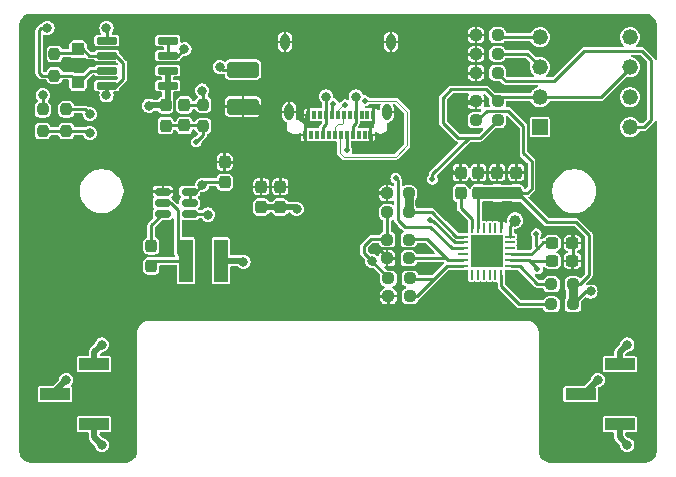
<source format=gbr>
%TF.GenerationSoftware,KiCad,Pcbnew,8.0.0*%
%TF.CreationDate,2024-03-04T20:39:57-05:00*%
%TF.ProjectId,USB C breadboard power supply,55534220-4320-4627-9265-6164626f6172,0.1*%
%TF.SameCoordinates,Original*%
%TF.FileFunction,Copper,L1,Top*%
%TF.FilePolarity,Positive*%
%FSLAX46Y46*%
G04 Gerber Fmt 4.6, Leading zero omitted, Abs format (unit mm)*
G04 Created by KiCad (PCBNEW 8.0.0) date 2024-03-04 20:39:57*
%MOMM*%
%LPD*%
G01*
G04 APERTURE LIST*
G04 Aperture macros list*
%AMRoundRect*
0 Rectangle with rounded corners*
0 $1 Rounding radius*
0 $2 $3 $4 $5 $6 $7 $8 $9 X,Y pos of 4 corners*
0 Add a 4 corners polygon primitive as box body*
4,1,4,$2,$3,$4,$5,$6,$7,$8,$9,$2,$3,0*
0 Add four circle primitives for the rounded corners*
1,1,$1+$1,$2,$3*
1,1,$1+$1,$4,$5*
1,1,$1+$1,$6,$7*
1,1,$1+$1,$8,$9*
0 Add four rect primitives between the rounded corners*
20,1,$1+$1,$2,$3,$4,$5,0*
20,1,$1+$1,$4,$5,$6,$7,0*
20,1,$1+$1,$6,$7,$8,$9,0*
20,1,$1+$1,$8,$9,$2,$3,0*%
G04 Aperture macros list end*
%TA.AperFunction,SMDPad,CuDef*%
%ADD10R,2.510000X1.000000*%
%TD*%
%TA.AperFunction,SMDPad,CuDef*%
%ADD11RoundRect,0.237500X0.237500X-0.300000X0.237500X0.300000X-0.237500X0.300000X-0.237500X-0.300000X0*%
%TD*%
%TA.AperFunction,SMDPad,CuDef*%
%ADD12RoundRect,0.237500X-0.250000X-0.237500X0.250000X-0.237500X0.250000X0.237500X-0.250000X0.237500X0*%
%TD*%
%TA.AperFunction,SMDPad,CuDef*%
%ADD13RoundRect,0.062500X-0.325000X-0.062500X0.325000X-0.062500X0.325000X0.062500X-0.325000X0.062500X0*%
%TD*%
%TA.AperFunction,SMDPad,CuDef*%
%ADD14RoundRect,0.062500X-0.062500X-0.325000X0.062500X-0.325000X0.062500X0.325000X-0.062500X0.325000X0*%
%TD*%
%TA.AperFunction,SMDPad,CuDef*%
%ADD15R,2.800000X2.800000*%
%TD*%
%TA.AperFunction,SMDPad,CuDef*%
%ADD16RoundRect,0.237500X0.237500X-0.250000X0.237500X0.250000X-0.237500X0.250000X-0.237500X-0.250000X0*%
%TD*%
%TA.AperFunction,SMDPad,CuDef*%
%ADD17RoundRect,0.150000X0.512500X0.150000X-0.512500X0.150000X-0.512500X-0.150000X0.512500X-0.150000X0*%
%TD*%
%TA.AperFunction,SMDPad,CuDef*%
%ADD18RoundRect,0.237500X0.250000X0.237500X-0.250000X0.237500X-0.250000X-0.237500X0.250000X-0.237500X0*%
%TD*%
%TA.AperFunction,SMDPad,CuDef*%
%ADD19RoundRect,0.237500X-0.237500X0.250000X-0.237500X-0.250000X0.237500X-0.250000X0.237500X0.250000X0*%
%TD*%
%TA.AperFunction,SMDPad,CuDef*%
%ADD20RoundRect,0.237500X-0.237500X0.300000X-0.237500X-0.300000X0.237500X-0.300000X0.237500X0.300000X0*%
%TD*%
%TA.AperFunction,SMDPad,CuDef*%
%ADD21RoundRect,0.150000X-0.725000X-0.150000X0.725000X-0.150000X0.725000X0.150000X-0.725000X0.150000X0*%
%TD*%
%TA.AperFunction,ComponentPad*%
%ADD22R,1.320800X1.320800*%
%TD*%
%TA.AperFunction,ComponentPad*%
%ADD23C,1.320800*%
%TD*%
%TA.AperFunction,SMDPad,CuDef*%
%ADD24R,1.150000X3.600000*%
%TD*%
%TA.AperFunction,SMDPad,CuDef*%
%ADD25RoundRect,0.237500X-0.300000X-0.237500X0.300000X-0.237500X0.300000X0.237500X-0.300000X0.237500X0*%
%TD*%
%TA.AperFunction,SMDPad,CuDef*%
%ADD26RoundRect,0.250000X-1.100000X0.412500X-1.100000X-0.412500X1.100000X-0.412500X1.100000X0.412500X0*%
%TD*%
%TA.AperFunction,SMDPad,CuDef*%
%ADD27RoundRect,0.250000X-0.300000X0.300000X-0.300000X-0.300000X0.300000X-0.300000X0.300000X0.300000X0*%
%TD*%
%TA.AperFunction,SMDPad,CuDef*%
%ADD28R,0.300000X0.700000*%
%TD*%
%TA.AperFunction,ComponentPad*%
%ADD29O,0.800000X1.400000*%
%TD*%
%TA.AperFunction,ViaPad*%
%ADD30C,0.800000*%
%TD*%
%TA.AperFunction,ViaPad*%
%ADD31C,1.000000*%
%TD*%
%TA.AperFunction,ViaPad*%
%ADD32C,0.500000*%
%TD*%
%TA.AperFunction,Conductor*%
%ADD33C,0.250000*%
%TD*%
%TA.AperFunction,Conductor*%
%ADD34C,0.500000*%
%TD*%
%TA.AperFunction,Conductor*%
%ADD35C,1.000000*%
%TD*%
%TA.AperFunction,Conductor*%
%ADD36C,0.750000*%
%TD*%
%TA.AperFunction,Conductor*%
%ADD37C,0.100000*%
%TD*%
G04 APERTURE END LIST*
D10*
%TO.P,J4,1,Pin_1*%
%TO.N,/3V3_OUT*%
X106355000Y-134740000D03*
%TO.P,J4,2,Pin_2*%
%TO.N,/RAIL_2*%
X103045000Y-132200000D03*
%TO.P,J4,3,Pin_3*%
%TO.N,/DC_OUTPUT*%
X106355000Y-129660000D03*
%TD*%
D11*
%TO.P,C11,1*%
%TO.N,/3V3_OUT*%
X122100000Y-116362500D03*
%TO.P,C11,2*%
%TO.N,GND*%
X122100000Y-114637500D03*
%TD*%
D12*
%TO.P,R6,1*%
%TO.N,/3V3*%
X131275000Y-122406250D03*
%TO.P,R6,2*%
%TO.N,/ISNK_FINE*%
X133100000Y-122406250D03*
%TD*%
%TO.P,R5,1*%
%TO.N,/3V3*%
X131175000Y-119106250D03*
%TO.P,R5,2*%
%TO.N,/ISNK_COARSE*%
X133000000Y-119106250D03*
%TD*%
D13*
%TO.P,U1,1,VBUS_MIN*%
%TO.N,/VBUS_MIN*%
X137600000Y-118856250D03*
%TO.P,U1,2,VBUS_MAX*%
%TO.N,/VBUS_MAX*%
X137600000Y-119356250D03*
%TO.P,U1,3,VBUS_FET_EN*%
%TO.N,/VBUS_FET_EN*%
X137600000Y-119856250D03*
%TO.P,U1,4,SAFE_PWR_EN*%
%TO.N,/SAFE_PWR_EN*%
X137600000Y-120356250D03*
%TO.P,U1,5,ISNK_COARSE*%
%TO.N,/ISNK_COARSE*%
X137600000Y-120856250D03*
%TO.P,U1,6,ISNK_FINE*%
%TO.N,/ISNK_FINE*%
X137600000Y-121356250D03*
D14*
%TO.P,U1,7,HPI_INT*%
%TO.N,/HPI_INT*%
X138337500Y-122093750D03*
%TO.P,U1,8,GPIO_1*%
%TO.N,/GPIO_1*%
X138837500Y-122093750D03*
%TO.P,U1,9,FAULT*%
%TO.N,/FAULT*%
X139337500Y-122093750D03*
%TO.P,U1,10,FLIP*%
%TO.N,/FLIP*%
X139837500Y-122093750D03*
%TO.P,U1,11,VDC_OUT*%
%TO.N,/VDC_OUT*%
X140337500Y-122093750D03*
%TO.P,U1,12,HPI_SDA*%
%TO.N,/HPI_SDA*%
X140837500Y-122093750D03*
D13*
%TO.P,U1,13,HPI_SCL*%
%TO.N,/HPI_SCL*%
X141575000Y-121356250D03*
%TO.P,U1,14,CC2*%
%TO.N,/CC2*%
X141575000Y-120856250D03*
%TO.P,U1,15,CC1*%
%TO.N,/CC1*%
X141575000Y-120356250D03*
%TO.P,U1,16,D-*%
%TO.N,unconnected-(U1-D--Pad16)*%
X141575000Y-119856250D03*
%TO.P,U1,17,D+*%
%TO.N,unconnected-(U1-D+-Pad17)*%
X141575000Y-119356250D03*
%TO.P,U1,18,VBUS_IN*%
%TO.N,VBUS*%
X141575000Y-118856250D03*
D14*
%TO.P,U1,19,GND*%
%TO.N,GND*%
X140837500Y-118118750D03*
%TO.P,U1,20,DNU1*%
%TO.N,unconnected-(U1-DNU1-Pad20)*%
X140337500Y-118118750D03*
%TO.P,U1,21,DNU2*%
%TO.N,unconnected-(U1-DNU2-Pad21)*%
X139837500Y-118118750D03*
%TO.P,U1,22,VSS*%
%TO.N,/VSS*%
X139337500Y-118118750D03*
%TO.P,U1,23,VDDD*%
%TO.N,/3V3*%
X138837500Y-118118750D03*
%TO.P,U1,24,VCCD*%
%TO.N,/VCCD*%
X138337500Y-118118750D03*
D15*
%TO.P,U1,25,EPAD*%
%TO.N,GND*%
X139587500Y-120106250D03*
%TD*%
D16*
%TO.P,R15,2*%
%TO.N,/VBUS_FET_EN*%
X104000000Y-108087500D03*
%TO.P,R15,1*%
%TO.N,Net-(C12-Pad1)*%
X104000000Y-109912500D03*
%TD*%
D17*
%TO.P,U2,1,FB*%
%TO.N,/3V3_OUT*%
X114437500Y-116950000D03*
%TO.P,U2,2,EN*%
%TO.N,VBUS*%
X114437500Y-116000000D03*
%TO.P,U2,3,IN*%
X114437500Y-115050000D03*
%TO.P,U2,4,GND*%
%TO.N,GND*%
X112162500Y-115050000D03*
%TO.P,U2,5,SW*%
%TO.N,Net-(U2-SW)*%
X112162500Y-116000000D03*
%TO.P,U2,6,BST*%
%TO.N,Net-(U2-BST)*%
X112162500Y-116950000D03*
%TD*%
D18*
%TO.P,R13,1*%
%TO.N,/ISNK_FINE*%
X133100000Y-123906250D03*
%TO.P,R13,2*%
%TO.N,GND*%
X131275000Y-123906250D03*
%TD*%
D11*
%TO.P,C1,1*%
%TO.N,/3V3*%
X142087500Y-115168750D03*
%TO.P,C1,2*%
%TO.N,GND*%
X142087500Y-113443750D03*
%TD*%
D12*
%TO.P,R7,1*%
%TO.N,GND*%
X138687500Y-105000000D03*
%TO.P,R7,2*%
%TO.N,Net-(SW1-4)*%
X140512500Y-105000000D03*
%TD*%
%TO.P,R9,1*%
%TO.N,GND*%
X138687500Y-103400000D03*
%TO.P,R9,2*%
%TO.N,Net-(SW1-2)*%
X140512500Y-103400000D03*
%TD*%
D11*
%TO.P,C4,1*%
%TO.N,/VCCD*%
X137387500Y-115168750D03*
%TO.P,C4,2*%
%TO.N,GND*%
X137387500Y-113443750D03*
%TD*%
D19*
%TO.P,R17,1*%
%TO.N,Net-(D1-K)*%
X103000000Y-103400000D03*
%TO.P,R17,2*%
%TO.N,Net-(D1-A)*%
X103000000Y-105225000D03*
%TD*%
D20*
%TO.P,C8,1*%
%TO.N,VBUS*%
X114000000Y-107727500D03*
%TO.P,C8,2*%
%TO.N,Net-(C12-Pad1)*%
X114000000Y-109452500D03*
%TD*%
D18*
%TO.P,R2,1*%
%TO.N,/3V3*%
X146900000Y-122906250D03*
%TO.P,R2,2*%
%TO.N,/HPI_SCL*%
X145075000Y-122906250D03*
%TD*%
D21*
%TO.P,Q1,1,1*%
%TO.N,Net-(D1-A)*%
X107425000Y-102260000D03*
%TO.P,Q1,2,2*%
%TO.N,Net-(D1-K)*%
X107425000Y-103530000D03*
%TO.P,Q1,3,3*%
%TO.N,Net-(D1-A)*%
X107425000Y-104800000D03*
%TO.P,Q1,4,4*%
%TO.N,Net-(D1-K)*%
X107425000Y-106070000D03*
%TO.P,Q1,5,5*%
%TO.N,/DC_OUTPUT*%
X112575000Y-106070000D03*
%TO.P,Q1,6,6*%
X112575000Y-104800000D03*
%TO.P,Q1,7,7*%
%TO.N,VBUS*%
X112575000Y-103530000D03*
%TO.P,Q1,8,8*%
X112575000Y-102260000D03*
%TD*%
D11*
%TO.P,C2,1*%
%TO.N,/3V3*%
X140487500Y-115168750D03*
%TO.P,C2,2*%
%TO.N,GND*%
X140487500Y-113443750D03*
%TD*%
D22*
%TO.P,SW1,1,1*%
%TO.N,unconnected-(SW1-Pad1)*%
X144100000Y-109600000D03*
D23*
%TO.P,SW1,2,C*%
%TO.N,/VBUS_MAX*%
X144100000Y-107060000D03*
%TO.P,SW1,3,2*%
%TO.N,Net-(SW1-2)*%
X144100000Y-104520000D03*
%TO.P,SW1,4,3*%
%TO.N,Net-(SW1-3)*%
X144100000Y-101980000D03*
%TO.P,SW1,5,NC*%
%TO.N,unconnected-(SW1-NC-Pad5)*%
X151720000Y-101980000D03*
%TO.P,SW1,6,C*%
%TO.N,/VBUS_MAX*%
X151720000Y-104520000D03*
%TO.P,SW1,7,5*%
%TO.N,unconnected-(SW1-5-Pad7)*%
X151720000Y-107060000D03*
%TO.P,SW1,8,4*%
%TO.N,Net-(SW1-4)*%
X151720000Y-109600000D03*
%TD*%
D18*
%TO.P,R10,1*%
%TO.N,/VBUS_MAX*%
X140512500Y-107400000D03*
%TO.P,R10,2*%
%TO.N,GND*%
X138687500Y-107400000D03*
%TD*%
%TO.P,R12,1*%
%TO.N,/ISNK_COARSE*%
X133000000Y-120706250D03*
%TO.P,R12,2*%
%TO.N,GND*%
X131175000Y-120706250D03*
%TD*%
D20*
%TO.P,C13,1*%
%TO.N,GND*%
X117400000Y-112537500D03*
%TO.P,C13,2*%
%TO.N,VBUS*%
X117400000Y-114262500D03*
%TD*%
D24*
%TO.P,L1,1,1*%
%TO.N,Net-(U2-SW)*%
X114125000Y-120900000D03*
%TO.P,L1,2,2*%
%TO.N,/3V3_OUT*%
X117075000Y-120900000D03*
%TD*%
D16*
%TO.P,R16,1*%
%TO.N,Net-(C12-Pad1)*%
X102000000Y-109912500D03*
%TO.P,R16,2*%
%TO.N,Net-(D1-K)*%
X102000000Y-108087500D03*
%TD*%
D11*
%TO.P,C9,1*%
%TO.N,Net-(U2-SW)*%
X111200000Y-121362500D03*
%TO.P,C9,2*%
%TO.N,Net-(U2-BST)*%
X111200000Y-119637500D03*
%TD*%
D10*
%TO.P,J3,1,Pin_1*%
%TO.N,/3V3_OUT*%
X150855000Y-134740000D03*
%TO.P,J3,2,Pin_2*%
%TO.N,/RAIL_1*%
X147545000Y-132200000D03*
%TO.P,J3,3,Pin_3*%
%TO.N,/DC_OUTPUT*%
X150855000Y-129660000D03*
%TD*%
D18*
%TO.P,R1,1*%
%TO.N,/3V3*%
X146900000Y-124606250D03*
%TO.P,R1,2*%
%TO.N,/HPI_SDA*%
X145075000Y-124606250D03*
%TD*%
D25*
%TO.P,C7,1*%
%TO.N,/CC2*%
X145125000Y-120906250D03*
%TO.P,C7,2*%
%TO.N,GND*%
X146850000Y-120906250D03*
%TD*%
D11*
%TO.P,C12,1*%
%TO.N,Net-(C12-Pad1)*%
X112400000Y-109462500D03*
%TO.P,C12,2*%
%TO.N,/DC_OUTPUT*%
X112400000Y-107737500D03*
%TD*%
D19*
%TO.P,R14,1*%
%TO.N,VBUS*%
X115600000Y-107677500D03*
%TO.P,R14,2*%
%TO.N,Net-(C12-Pad1)*%
X115600000Y-109502500D03*
%TD*%
D25*
%TO.P,C6,2*%
%TO.N,GND*%
X146850000Y-119406250D03*
%TO.P,C6,1*%
%TO.N,/CC1*%
X145125000Y-119406250D03*
%TD*%
D12*
%TO.P,R4,1*%
%TO.N,/3V3*%
X131175000Y-116806250D03*
%TO.P,R4,2*%
%TO.N,/VBUS_MIN*%
X133000000Y-116806250D03*
%TD*%
D26*
%TO.P,C5,1*%
%TO.N,VBUS*%
X118950000Y-104727500D03*
%TO.P,C5,2*%
%TO.N,GND*%
X118950000Y-107852500D03*
%TD*%
D27*
%TO.P,D1,2,A*%
%TO.N,Net-(D1-A)*%
X105000000Y-105800000D03*
%TO.P,D1,1,K*%
%TO.N,Net-(D1-K)*%
X105000000Y-103000000D03*
%TD*%
D12*
%TO.P,R3,1*%
%TO.N,/3V3*%
X138687500Y-109000000D03*
%TO.P,R3,2*%
%TO.N,/VBUS_MAX*%
X140512500Y-109000000D03*
%TD*%
D28*
%TO.P,USB1,A1,GND*%
%TO.N,GND*%
X129750000Y-110240000D03*
%TO.P,USB1,A2,TX1+*%
%TO.N,unconnected-(USB1-TX1+-PadA2)*%
X129250000Y-110240000D03*
%TO.P,USB1,A3,TX1-*%
%TO.N,unconnected-(USB1-TX1--PadA3)*%
X128750000Y-110240000D03*
%TO.P,USB1,A4,VBUS*%
%TO.N,VBUS*%
X128250000Y-110240000D03*
%TO.P,USB1,A5,CC1*%
%TO.N,/CC1*%
X127750000Y-110240000D03*
%TO.P,USB1,A6,D+*%
%TO.N,/D+*%
X127250000Y-110240000D03*
%TO.P,USB1,A7,D-*%
%TO.N,/D-*%
X126750000Y-110240000D03*
%TO.P,USB1,A8,SBU1*%
%TO.N,unconnected-(USB1-SBU1-PadA8)*%
X126250000Y-110240000D03*
%TO.P,USB1,A9,VBUS*%
%TO.N,VBUS*%
X125750000Y-110240000D03*
%TO.P,USB1,A10,RX2-*%
%TO.N,unconnected-(USB1-RX2--PadA10)*%
X125250000Y-110240000D03*
%TO.P,USB1,A11,RX2+*%
%TO.N,unconnected-(USB1-RX2+-PadA11)*%
X124750000Y-110240000D03*
%TO.P,USB1,A12,GND*%
%TO.N,GND*%
X124250000Y-110240000D03*
%TO.P,USB1,B1,GND*%
X124500000Y-108540000D03*
%TO.P,USB1,B2,TX2+*%
%TO.N,unconnected-(USB1-TX2+-PadB2)*%
X125000000Y-108540000D03*
%TO.P,USB1,B3,TX2-*%
%TO.N,unconnected-(USB1-TX2--PadB3)*%
X125500000Y-108540000D03*
%TO.P,USB1,B4,VBUS*%
%TO.N,VBUS*%
X126000000Y-108540000D03*
%TO.P,USB1,B5,CC2*%
%TO.N,/CC2*%
X126500000Y-108540000D03*
%TO.P,USB1,B6,D+*%
%TO.N,/D+*%
X127000000Y-108540000D03*
%TO.P,USB1,B7,D-*%
%TO.N,/D-*%
X127500000Y-108540000D03*
%TO.P,USB1,B8,SBU2*%
%TO.N,unconnected-(USB1-SBU2-PadB8)*%
X128000000Y-108540000D03*
%TO.P,USB1,B9,VBUS*%
%TO.N,VBUS*%
X128500000Y-108540000D03*
%TO.P,USB1,B10,RX1-*%
%TO.N,unconnected-(USB1-RX1--PadB10)*%
X129000000Y-108540000D03*
%TO.P,USB1,B11,RX1+*%
%TO.N,unconnected-(USB1-RX1+-PadB11)*%
X129500000Y-108540000D03*
%TO.P,USB1,B12,GND*%
%TO.N,GND*%
X130000000Y-108540000D03*
D29*
%TO.P,USB1,S1,SHIELD*%
X131490000Y-102380000D03*
X131130000Y-108330000D03*
X122870000Y-108330000D03*
X122510000Y-102380000D03*
%TD*%
D12*
%TO.P,R8,1*%
%TO.N,GND*%
X138687500Y-101800000D03*
%TO.P,R8,2*%
%TO.N,Net-(SW1-3)*%
X140512500Y-101800000D03*
%TD*%
D11*
%TO.P,C10,1*%
%TO.N,/3V3_OUT*%
X120500000Y-116362500D03*
%TO.P,C10,2*%
%TO.N,GND*%
X120500000Y-114637500D03*
%TD*%
D18*
%TO.P,R11,1*%
%TO.N,/VBUS_MIN*%
X133000000Y-115206250D03*
%TO.P,R11,2*%
%TO.N,GND*%
X131175000Y-115206250D03*
%TD*%
D11*
%TO.P,C3,1*%
%TO.N,/3V3*%
X138887500Y-115168750D03*
%TO.P,C3,2*%
%TO.N,GND*%
X138887500Y-113443750D03*
%TD*%
D30*
%TO.N,Net-(C12-Pad1)*%
X106000000Y-110100000D03*
%TO.N,/VBUS_FET_EN*%
X106000000Y-108500000D03*
%TO.N,/RAIL_1*%
X149000000Y-131000000D03*
%TO.N,/RAIL_2*%
X104000000Y-131000000D03*
%TO.N,/3V3_OUT*%
X107000000Y-136500000D03*
%TO.N,/DC_OUTPUT*%
X107000000Y-128000000D03*
%TO.N,/3V3_OUT*%
X151500000Y-136500000D03*
%TO.N,/DC_OUTPUT*%
X151500000Y-128000000D03*
X111000000Y-107775000D03*
%TO.N,/3V3_OUT*%
X123500000Y-116500000D03*
X116000000Y-117000000D03*
%TO.N,VBUS*%
X115500000Y-114500000D03*
X117000000Y-104500000D03*
X115500000Y-106500000D03*
X114000000Y-103000000D03*
X128500000Y-107000000D03*
X125998958Y-106998958D03*
D31*
X142000000Y-117500000D03*
D30*
%TO.N,Net-(D1-K)*%
X102000000Y-106900000D03*
X107400000Y-106900000D03*
%TO.N,Net-(D1-A)*%
X107400000Y-101200000D03*
X102400000Y-101200000D03*
%TO.N,/3V3_OUT*%
X119000000Y-121000000D03*
%TO.N,/3V3*%
X148387500Y-123506250D03*
X129912500Y-120931250D03*
%TO.N,GND*%
X138837500Y-119506250D03*
D32*
X129762500Y-119906250D03*
X137200000Y-103400000D03*
X140537500Y-116956250D03*
X121050000Y-108800000D03*
X118500000Y-112500000D03*
X137100000Y-101800000D03*
X142087500Y-112106250D03*
X140487500Y-112106250D03*
D30*
X140237500Y-119506250D03*
D32*
X137300000Y-107500000D03*
X120500000Y-113300000D03*
D30*
X140237500Y-120856250D03*
D32*
X110800000Y-115000000D03*
X122200000Y-113300000D03*
D30*
X138837500Y-120856250D03*
D32*
X129800000Y-111331750D03*
X146887500Y-118206250D03*
X123900000Y-111400000D03*
X129887500Y-123881250D03*
X138887500Y-112106250D03*
X130037500Y-115106250D03*
X137200000Y-105000000D03*
X136387500Y-113006250D03*
%TO.N,/CC1*%
X143787500Y-118606250D03*
X127750000Y-111550000D03*
%TO.N,/CC2*%
X143887500Y-121606250D03*
X126600000Y-107600000D03*
%TO.N,Net-(C12-Pad1)*%
X115000000Y-110850000D03*
%TO.N,/VBUS_FET_EN*%
X131887500Y-113906250D03*
%TO.N,/VBUS_MAX*%
X135000000Y-114000000D03*
X134787714Y-117432137D03*
%TO.N,/D+*%
X127600000Y-107700000D03*
X129275000Y-107350000D03*
%TD*%
D33*
%TO.N,VBUS*%
X141575000Y-117925000D02*
X142000000Y-117500000D01*
X141575000Y-118856250D02*
X141575000Y-117925000D01*
%TO.N,Net-(C12-Pad1)*%
X102000000Y-109912500D02*
X104000000Y-109912500D01*
X105812500Y-109912500D02*
X106000000Y-110100000D01*
X104000000Y-109912500D02*
X105812500Y-109912500D01*
%TO.N,/VBUS_FET_EN*%
X105587500Y-108087500D02*
X106000000Y-108500000D01*
X104000000Y-108087500D02*
X105587500Y-108087500D01*
D34*
%TO.N,/RAIL_1*%
X147800000Y-132200000D02*
X149000000Y-131000000D01*
X147545000Y-132200000D02*
X147800000Y-132200000D01*
%TO.N,/RAIL_2*%
X103045000Y-131955000D02*
X104000000Y-131000000D01*
X103045000Y-132200000D02*
X103045000Y-131955000D01*
%TO.N,/3V3_OUT*%
X106355000Y-135855000D02*
X107000000Y-136500000D01*
X106355000Y-134740000D02*
X106355000Y-135855000D01*
%TO.N,/DC_OUTPUT*%
X106355000Y-128645000D02*
X107000000Y-128000000D01*
X106355000Y-129660000D02*
X106355000Y-128645000D01*
%TO.N,/3V3_OUT*%
X150855000Y-135855000D02*
X151500000Y-136500000D01*
X150855000Y-134740000D02*
X150855000Y-135855000D01*
%TO.N,/DC_OUTPUT*%
X150855000Y-128645000D02*
X151500000Y-128000000D01*
X150855000Y-129660000D02*
X150855000Y-128645000D01*
X111037500Y-107737500D02*
X111000000Y-107775000D01*
X112400000Y-107737500D02*
X111037500Y-107737500D01*
%TO.N,/3V3_OUT*%
X123362500Y-116362500D02*
X123500000Y-116500000D01*
X122100000Y-116362500D02*
X123362500Y-116362500D01*
D33*
X115950000Y-116950000D02*
X116000000Y-117000000D01*
X114437500Y-116950000D02*
X115950000Y-116950000D01*
%TO.N,VBUS*%
X115737500Y-114262500D02*
X115500000Y-114500000D01*
X117400000Y-114262500D02*
X115737500Y-114262500D01*
X114950000Y-115050000D02*
X115500000Y-114500000D01*
X114437500Y-115050000D02*
X114950000Y-115050000D01*
X117227500Y-104727500D02*
X117000000Y-104500000D01*
X118950000Y-104727500D02*
X117227500Y-104727500D01*
X115600000Y-106600000D02*
X115500000Y-106500000D01*
X115600000Y-107677500D02*
X115600000Y-106600000D01*
X113470000Y-103530000D02*
X114000000Y-103000000D01*
X112575000Y-103530000D02*
X113470000Y-103530000D01*
X112575000Y-103530000D02*
X112575000Y-102260000D01*
X128500000Y-108540000D02*
X128500000Y-107000000D01*
X125998958Y-106998958D02*
X126000000Y-107000000D01*
X126000000Y-107000000D02*
X126000000Y-108540000D01*
%TO.N,/VBUS_MAX*%
X138080577Y-110500000D02*
X139012500Y-110500000D01*
X135000000Y-113580577D02*
X138080577Y-110500000D01*
X135000000Y-114000000D02*
X135000000Y-113580577D01*
%TO.N,VBUS*%
X114437500Y-115050000D02*
X114437500Y-116000000D01*
X115600000Y-107677500D02*
X115677500Y-107677500D01*
%TO.N,/VBUS_MAX*%
X135088604Y-117556250D02*
X136888604Y-119356250D01*
X136888604Y-119356250D02*
X137550000Y-119356250D01*
X134787714Y-117432137D02*
X134911827Y-117556250D01*
X134911827Y-117556250D02*
X135088604Y-117556250D01*
D34*
%TO.N,VBUS*%
X112600000Y-102235000D02*
X112575000Y-102260000D01*
D33*
%TO.N,Net-(D1-K)*%
X102000000Y-106900000D02*
X102000000Y-108087500D01*
X107425000Y-106875000D02*
X107400000Y-106900000D01*
X107425000Y-106070000D02*
X107425000Y-106875000D01*
D34*
%TO.N,/DC_OUTPUT*%
X112575000Y-107562500D02*
X112400000Y-107737500D01*
X112575000Y-106070000D02*
X112575000Y-107562500D01*
X112575000Y-104800000D02*
X112575000Y-106070000D01*
D33*
%TO.N,Net-(D1-A)*%
X101925000Y-105225000D02*
X103000000Y-105225000D01*
X101700000Y-101400000D02*
X101700000Y-105000000D01*
X101900000Y-101200000D02*
X101700000Y-101400000D01*
X102400000Y-101200000D02*
X101900000Y-101200000D01*
X101700000Y-105000000D02*
X101925000Y-105225000D01*
%TO.N,Net-(D1-K)*%
X104700000Y-103300000D02*
X105000000Y-103000000D01*
X103100000Y-103300000D02*
X104700000Y-103300000D01*
X103000000Y-103400000D02*
X103100000Y-103300000D01*
X105400000Y-103000000D02*
X105930000Y-103530000D01*
X105000000Y-103000000D02*
X105400000Y-103000000D01*
X105930000Y-103530000D02*
X107425000Y-103530000D01*
%TO.N,Net-(D1-A)*%
X106100000Y-104800000D02*
X107425000Y-104800000D01*
X105100000Y-105800000D02*
X106100000Y-104800000D01*
X105000000Y-105800000D02*
X105100000Y-105800000D01*
X104425000Y-105225000D02*
X105000000Y-105800000D01*
X103000000Y-105225000D02*
X104425000Y-105225000D01*
X107425000Y-101225000D02*
X107400000Y-101200000D01*
X107425000Y-102260000D02*
X107425000Y-101225000D01*
%TO.N,GND*%
X140837500Y-117256250D02*
X140837500Y-118168750D01*
D34*
%TO.N,/3V3_OUT*%
X118900000Y-120900000D02*
X119000000Y-121000000D01*
X117075000Y-120900000D02*
X118900000Y-120900000D01*
D33*
%TO.N,Net-(SW1-2)*%
X140475000Y-103375000D02*
X143020000Y-103375000D01*
X143020000Y-103375000D02*
X144155000Y-104510000D01*
%TO.N,Net-(SW1-3)*%
X144155000Y-101970000D02*
X140645000Y-101970000D01*
X140645000Y-101970000D02*
X140475000Y-101800000D01*
%TO.N,Net-(SW1-4)*%
X147850000Y-103125000D02*
X147875000Y-103150000D01*
X140475000Y-104975000D02*
X141200000Y-105700000D01*
X141200000Y-105700000D02*
X145275000Y-105700000D01*
X145275000Y-105700000D02*
X147850000Y-103125000D01*
X153500000Y-103925000D02*
X153500000Y-109000000D01*
X152725000Y-103150000D02*
X153500000Y-103925000D01*
X152910000Y-109590000D02*
X151775000Y-109590000D01*
X153500000Y-109000000D02*
X152910000Y-109590000D01*
X147875000Y-103150000D02*
X152725000Y-103150000D01*
%TO.N,/3V3*%
X142237500Y-115181250D02*
X144687500Y-117631250D01*
X142125000Y-115181250D02*
X142237500Y-115181250D01*
X138837500Y-115218750D02*
X138837500Y-118168750D01*
X129912500Y-120968750D02*
X131300000Y-122356250D01*
X138887500Y-115168750D02*
X138837500Y-115218750D01*
X148237500Y-122106250D02*
X147487500Y-122856250D01*
X131162500Y-119018750D02*
X131200000Y-119056250D01*
X142700000Y-111800000D02*
X143400000Y-112500000D01*
X143400000Y-112500000D02*
X143400000Y-114800000D01*
X143400000Y-114800000D02*
X143018750Y-115181250D01*
X144687500Y-117631250D02*
X147150673Y-117631250D01*
X129912500Y-120931250D02*
X129912500Y-120968750D01*
X143018750Y-115181250D02*
X142125000Y-115181250D01*
X142700000Y-109500000D02*
X142700000Y-111800000D01*
X147962500Y-123481250D02*
X146887500Y-124556250D01*
X129187500Y-119668077D02*
X129799327Y-119056250D01*
X129799327Y-119056250D02*
X131200000Y-119056250D01*
X147150673Y-117631250D02*
X148237500Y-118718077D01*
D35*
X142125000Y-115181250D02*
X138900000Y-115181250D01*
D33*
X139600000Y-108200000D02*
X141400000Y-108200000D01*
D36*
X146900000Y-124543750D02*
X146887500Y-124556250D01*
D33*
X138800000Y-109000000D02*
X139600000Y-108200000D01*
X131162500Y-116756250D02*
X131162500Y-119018750D01*
D35*
X138900000Y-115181250D02*
X138887500Y-115168750D01*
D33*
X141400000Y-108200000D02*
X142700000Y-109500000D01*
D36*
X146900000Y-122856250D02*
X146900000Y-124543750D01*
D33*
X148237500Y-118718077D02*
X148237500Y-122106250D01*
X147487500Y-122856250D02*
X146900000Y-122856250D01*
X138687500Y-109000000D02*
X138800000Y-109000000D01*
X129187500Y-120206250D02*
X129187500Y-119668077D01*
X148337500Y-123481250D02*
X147962500Y-123481250D01*
X129912500Y-120931250D02*
X129187500Y-120206250D01*
%TO.N,GND*%
X142087500Y-112106250D02*
X142087500Y-113418750D01*
X146887500Y-119356250D02*
X146887500Y-118231250D01*
X129750000Y-109440000D02*
X130000000Y-109190000D01*
X129750000Y-110240000D02*
X129750000Y-109440000D01*
X124250000Y-108790000D02*
X124250000Y-111050000D01*
X130450000Y-119906250D02*
X131200000Y-120656250D01*
X137200000Y-105000000D02*
X138625000Y-105000000D01*
X122100000Y-113375000D02*
X122150000Y-113325000D01*
X138625000Y-105000000D02*
X138650000Y-104975000D01*
X137250000Y-103400000D02*
X138625000Y-103400000D01*
X129800000Y-110290000D02*
X129750000Y-110240000D01*
D36*
X120100000Y-107850000D02*
X121050000Y-108800000D01*
D33*
X146887500Y-118231250D02*
X146912500Y-118206250D01*
X136787500Y-113456250D02*
X137425000Y-113456250D01*
X129800000Y-111331750D02*
X129800000Y-110290000D01*
D36*
X118950000Y-107850000D02*
X120100000Y-107850000D01*
D33*
X140537500Y-116956250D02*
X140837500Y-117256250D01*
X131225000Y-123881250D02*
X131300000Y-123956250D01*
X138887500Y-112106250D02*
X138887500Y-113456250D01*
X122100000Y-114612500D02*
X122100000Y-113375000D01*
X130037500Y-115106250D02*
X131112500Y-115106250D01*
X140525000Y-112143750D02*
X140462500Y-112081250D01*
X130000000Y-109190000D02*
X130000000Y-108540000D01*
X137300000Y-107525000D02*
X138550000Y-107525000D01*
X110800000Y-115000000D02*
X112137500Y-115000000D01*
X120500000Y-113300000D02*
X120500000Y-114587500D01*
X138625000Y-101825000D02*
X138650000Y-101800000D01*
X118525000Y-112525000D02*
X117400000Y-112525000D01*
X140525000Y-113456250D02*
X140525000Y-112143750D01*
X137125000Y-101825000D02*
X138625000Y-101825000D01*
X124250000Y-111050000D02*
X123900000Y-111400000D01*
X129887500Y-123881250D02*
X131225000Y-123881250D01*
X138625000Y-103400000D02*
X138650000Y-103375000D01*
X138550000Y-107525000D02*
X138650000Y-107425000D01*
X124500000Y-108540000D02*
X124250000Y-108790000D01*
X129762500Y-119906250D02*
X130450000Y-119906250D01*
X136362500Y-113031250D02*
X136787500Y-113456250D01*
X146887500Y-119356250D02*
X146887500Y-120956250D01*
%TO.N,/CC1*%
X143787000Y-118556250D02*
X143787000Y-119655750D01*
X144375000Y-119356250D02*
X145162500Y-119356250D01*
X143787000Y-119655750D02*
X143931250Y-119800000D01*
X143931250Y-119800000D02*
X144375000Y-119356250D01*
X127750000Y-110240000D02*
X127750000Y-111550000D01*
X143375000Y-120356250D02*
X143931250Y-119800000D01*
X141625000Y-120356250D02*
X143375000Y-120356250D01*
%TO.N,/CC2*%
X143187500Y-120906250D02*
X145125000Y-120906250D01*
X126500000Y-107700000D02*
X126500000Y-108540000D01*
X143137500Y-120856250D02*
X143187500Y-120906250D01*
X126600000Y-107600000D02*
X126500000Y-107700000D01*
X143137500Y-120856250D02*
X143837500Y-121556250D01*
X141575000Y-120856250D02*
X143137500Y-120856250D01*
%TO.N,/VCCD*%
X137425000Y-116456250D02*
X137425000Y-115181250D01*
X138337500Y-117368750D02*
X137425000Y-116456250D01*
X138337500Y-118168750D02*
X138337500Y-117368750D01*
%TO.N,Net-(C12-Pad1)*%
X115000000Y-110850000D02*
X115600000Y-110250000D01*
X114025000Y-109450000D02*
X115550000Y-109450000D01*
X115600000Y-110250000D02*
X115600000Y-109500000D01*
X112425000Y-109450000D02*
X114025000Y-109450000D01*
X115550000Y-109450000D02*
X115600000Y-109500000D01*
%TO.N,VBUS*%
X115550000Y-107725000D02*
X115600000Y-107675000D01*
X128250000Y-109490000D02*
X128250000Y-110240000D01*
X114025000Y-107725000D02*
X115550000Y-107725000D01*
X128500000Y-108540000D02*
X128500000Y-109240000D01*
X128500000Y-109240000D02*
X128250000Y-109490000D01*
X125750000Y-110240000D02*
X125750000Y-109590000D01*
X125750000Y-109590000D02*
X126000000Y-109340000D01*
X126000000Y-109340000D02*
X126000000Y-108540000D01*
%TO.N,Net-(D1-K)*%
X107425000Y-103530000D02*
X108180000Y-103530000D01*
X108205000Y-106070000D02*
X107425000Y-106070000D01*
X108800000Y-104150000D02*
X108800000Y-105475000D01*
X108800000Y-105475000D02*
X108205000Y-106070000D01*
X108180000Y-103530000D02*
X108800000Y-104150000D01*
%TO.N,/HPI_SDA*%
X142325000Y-124556250D02*
X145062500Y-124556250D01*
X140837500Y-122143750D02*
X140837500Y-123068750D01*
X140837500Y-123068750D02*
X142325000Y-124556250D01*
%TO.N,/HPI_SCL*%
X142375000Y-121356250D02*
X143875000Y-122856250D01*
X143875000Y-122856250D02*
X145075000Y-122856250D01*
X141625000Y-121356250D02*
X142375000Y-121356250D01*
%TO.N,/VBUS_MIN*%
X134925000Y-116756250D02*
X132987500Y-116756250D01*
X137550000Y-118856250D02*
X137025000Y-118856250D01*
X137025000Y-118856250D02*
X134925000Y-116756250D01*
D36*
X132987500Y-116756250D02*
X132987500Y-115156250D01*
D33*
%TO.N,/ISNK_COARSE*%
X136125000Y-120656250D02*
X136225000Y-120756250D01*
X133025000Y-120656250D02*
X136125000Y-120656250D01*
X133025000Y-119056250D02*
X134525000Y-119056250D01*
X134525000Y-119056250D02*
X136225000Y-120756250D01*
X136225000Y-120756250D02*
X136325000Y-120856250D01*
X136325000Y-120856250D02*
X137550000Y-120856250D01*
%TO.N,/ISNK_FINE*%
X133100000Y-123906250D02*
X133675000Y-123906250D01*
X136225000Y-121356250D02*
X135125000Y-122456250D01*
X137600000Y-121356250D02*
X136225000Y-121356250D01*
X135125000Y-122456250D02*
X133225000Y-122456250D01*
X133225000Y-122456250D02*
X133125000Y-122356250D01*
X133675000Y-123906250D02*
X135125000Y-122456250D01*
%TO.N,/VBUS_FET_EN*%
X132637500Y-118006250D02*
X134825000Y-118006250D01*
X132087500Y-114106250D02*
X132087500Y-117456250D01*
X131887500Y-113906250D02*
X132087500Y-114106250D01*
X132087500Y-117456250D02*
X132637500Y-118006250D01*
X134825000Y-118006250D02*
X136675000Y-119856250D01*
X136675000Y-119856250D02*
X137550000Y-119856250D01*
%TO.N,/VBUS_MAX*%
X135900000Y-107100000D02*
X135900000Y-109200000D01*
X137200000Y-110500000D02*
X139012500Y-110500000D01*
X139512500Y-106400000D02*
X136600000Y-106400000D01*
X136600000Y-106400000D02*
X135900000Y-107100000D01*
X140850000Y-107050000D02*
X149235000Y-107050000D01*
X140512500Y-107400000D02*
X139512500Y-106400000D01*
X149235000Y-107050000D02*
X151775000Y-104510000D01*
X135900000Y-109200000D02*
X137200000Y-110500000D01*
X139012500Y-110500000D02*
X139456250Y-110056250D01*
X140475000Y-107425000D02*
X140850000Y-107050000D01*
X139456250Y-110056250D02*
X140512500Y-109000000D01*
D37*
%TO.N,/D+*%
X132875000Y-108300000D02*
X131925000Y-107350000D01*
X132875000Y-111125000D02*
X132875000Y-108300000D01*
X127000000Y-108107107D02*
X127000000Y-108540000D01*
X127200000Y-110290000D02*
X127200000Y-111807107D01*
X127407107Y-107700000D02*
X127000000Y-108107107D01*
X127492893Y-112100000D02*
X131900000Y-112100000D01*
X131900000Y-112100000D02*
X132875000Y-111125000D01*
X127250000Y-110240000D02*
X127200000Y-110290000D01*
X131925000Y-107350000D02*
X129275000Y-107350000D01*
X127200000Y-111807107D02*
X127492893Y-112100000D01*
%TO.N,/D-*%
X126710000Y-109615000D02*
X126710000Y-110410000D01*
X127360000Y-109310000D02*
X127015000Y-109310000D01*
X127460000Y-109210000D02*
X127360000Y-109310000D01*
X127015000Y-109310000D02*
X126710000Y-109615000D01*
X127460000Y-108710000D02*
X127460000Y-109210000D01*
D33*
%TO.N,Net-(U2-SW)*%
X112846751Y-116000000D02*
X113450000Y-116603249D01*
X113450000Y-120225000D02*
X114125000Y-120900000D01*
X112162500Y-116000000D02*
X112846751Y-116000000D01*
X113450000Y-116603249D02*
X113450000Y-120225000D01*
X111662500Y-120900000D02*
X114125000Y-120900000D01*
X111200000Y-121362500D02*
X111662500Y-120900000D01*
%TO.N,Net-(U2-BST)*%
X112162500Y-116950000D02*
X111200000Y-117912500D01*
X111200000Y-117912500D02*
X111200000Y-119637500D01*
D34*
%TO.N,/3V3_OUT*%
X122100000Y-116362500D02*
X120500000Y-116362500D01*
%TD*%
%TA.AperFunction,Conductor*%
%TO.N,GND*%
G36*
X130571870Y-107619407D02*
G01*
X130607834Y-107668907D01*
X130607834Y-107730093D01*
X130599415Y-107749001D01*
X130570890Y-107798406D01*
X130530000Y-107951010D01*
X130530000Y-108076829D01*
X130511093Y-108135020D01*
X130461593Y-108170984D01*
X130400407Y-108170984D01*
X130350907Y-108135020D01*
X130339537Y-108114716D01*
X130338398Y-108111966D01*
X130294193Y-108045810D01*
X130294189Y-108045806D01*
X130228036Y-108001603D01*
X130169700Y-107990000D01*
X130100001Y-107990000D01*
X130100000Y-107990001D01*
X130100000Y-109089999D01*
X130121329Y-109111328D01*
X130149106Y-109165845D01*
X130139535Y-109226277D01*
X130137061Y-109230832D01*
X130063720Y-109357860D01*
X130047066Y-109420017D01*
X130024725Y-109503397D01*
X130024500Y-109504235D01*
X130024500Y-109591092D01*
X130005593Y-109649283D01*
X129956093Y-109685247D01*
X129924561Y-109688673D01*
X129924561Y-109690000D01*
X129850001Y-109690000D01*
X129850000Y-109690001D01*
X129850000Y-110139999D01*
X129850001Y-110140000D01*
X130099999Y-110140000D01*
X130100000Y-110139999D01*
X130100000Y-110127328D01*
X130118907Y-110069137D01*
X130168407Y-110033173D01*
X130229593Y-110033173D01*
X130248500Y-110041592D01*
X130377861Y-110116279D01*
X130377859Y-110116279D01*
X130377863Y-110116280D01*
X130377865Y-110116281D01*
X130524234Y-110155500D01*
X130524236Y-110155500D01*
X130675764Y-110155500D01*
X130675766Y-110155500D01*
X130822135Y-110116281D01*
X130822137Y-110116279D01*
X130822139Y-110116279D01*
X130953360Y-110040518D01*
X130953360Y-110040517D01*
X130953365Y-110040515D01*
X131060515Y-109933365D01*
X131065888Y-109924059D01*
X131136279Y-109802139D01*
X131136279Y-109802137D01*
X131136281Y-109802135D01*
X131175500Y-109655766D01*
X131175500Y-109504234D01*
X131136281Y-109357865D01*
X131136278Y-109357860D01*
X131134807Y-109352369D01*
X131138009Y-109291268D01*
X131176515Y-109243718D01*
X131204811Y-109231119D01*
X131361595Y-109189109D01*
X131498403Y-109110122D01*
X131610122Y-108998403D01*
X131689109Y-108861595D01*
X131730000Y-108708989D01*
X131730000Y-108430001D01*
X131729999Y-108430000D01*
X131380000Y-108430000D01*
X131380000Y-108230000D01*
X131729999Y-108230000D01*
X131730000Y-108229999D01*
X131730000Y-107951010D01*
X131689109Y-107798406D01*
X131660585Y-107749001D01*
X131647863Y-107689152D01*
X131672749Y-107633257D01*
X131725737Y-107602664D01*
X131746321Y-107600500D01*
X131780231Y-107600500D01*
X131838422Y-107619407D01*
X131850235Y-107629496D01*
X132595504Y-108374764D01*
X132623281Y-108429281D01*
X132624500Y-108444768D01*
X132624500Y-110980231D01*
X132605593Y-111038422D01*
X132595504Y-111050235D01*
X131825235Y-111820504D01*
X131770718Y-111848281D01*
X131755231Y-111849500D01*
X128262526Y-111849500D01*
X128204335Y-111830593D01*
X128168371Y-111781093D01*
X128168371Y-111719907D01*
X128172473Y-111709374D01*
X128186697Y-111678227D01*
X128186697Y-111678225D01*
X128205133Y-111550002D01*
X128205133Y-111549997D01*
X128186697Y-111421774D01*
X128132883Y-111303940D01*
X128132882Y-111303937D01*
X128099679Y-111265618D01*
X128075863Y-111209259D01*
X128075500Y-111200789D01*
X128075500Y-110889500D01*
X128094407Y-110831309D01*
X128143907Y-110795345D01*
X128174500Y-110790500D01*
X128419747Y-110790500D01*
X128419748Y-110790500D01*
X128449505Y-110784581D01*
X128480685Y-110778379D01*
X128519315Y-110778379D01*
X128580241Y-110790498D01*
X128580246Y-110790498D01*
X128580252Y-110790500D01*
X128580253Y-110790500D01*
X128919747Y-110790500D01*
X128919748Y-110790500D01*
X128949505Y-110784581D01*
X128980685Y-110778379D01*
X129019315Y-110778379D01*
X129080241Y-110790498D01*
X129080246Y-110790498D01*
X129080252Y-110790500D01*
X129080253Y-110790500D01*
X129419747Y-110790500D01*
X129419748Y-110790500D01*
X129419749Y-110790499D01*
X129419755Y-110790499D01*
X129442981Y-110785878D01*
X129478231Y-110778867D01*
X129478232Y-110778866D01*
X129481963Y-110778124D01*
X129520593Y-110778123D01*
X129580299Y-110789999D01*
X129580303Y-110790000D01*
X129649999Y-110790000D01*
X129650000Y-110789999D01*
X129850000Y-110789999D01*
X129850001Y-110790000D01*
X129919697Y-110790000D01*
X129919700Y-110789999D01*
X129978036Y-110778396D01*
X130044189Y-110734193D01*
X130044193Y-110734189D01*
X130088396Y-110668036D01*
X130099999Y-110609700D01*
X130100000Y-110609697D01*
X130100000Y-110340001D01*
X130099999Y-110340000D01*
X129850001Y-110340000D01*
X129850000Y-110340001D01*
X129850000Y-110789999D01*
X129650000Y-110789999D01*
X129650000Y-109690001D01*
X129649999Y-109690000D01*
X129580297Y-109690000D01*
X129520593Y-109701876D01*
X129481966Y-109701876D01*
X129478140Y-109701115D01*
X129473601Y-109700212D01*
X129419750Y-109689500D01*
X129419748Y-109689500D01*
X129080252Y-109689500D01*
X129080248Y-109689500D01*
X129019314Y-109701621D01*
X128980686Y-109701621D01*
X128919751Y-109689500D01*
X128919748Y-109689500D01*
X128749834Y-109689500D01*
X128691643Y-109670593D01*
X128655679Y-109621093D01*
X128655679Y-109559907D01*
X128679828Y-109520498D01*
X128760465Y-109439862D01*
X128798281Y-109374362D01*
X128803318Y-109365638D01*
X128825500Y-109282853D01*
X128825500Y-109189500D01*
X128844407Y-109131309D01*
X128893907Y-109095345D01*
X128924500Y-109090500D01*
X129169747Y-109090500D01*
X129169748Y-109090500D01*
X129221776Y-109080151D01*
X129230685Y-109078379D01*
X129269315Y-109078379D01*
X129330241Y-109090498D01*
X129330246Y-109090498D01*
X129330252Y-109090500D01*
X129330253Y-109090500D01*
X129669747Y-109090500D01*
X129669748Y-109090500D01*
X129669749Y-109090499D01*
X129669755Y-109090499D01*
X129697187Y-109085042D01*
X129728231Y-109078867D01*
X129728232Y-109078866D01*
X129731963Y-109078124D01*
X129770593Y-109078123D01*
X129830299Y-109089999D01*
X129830303Y-109090000D01*
X129899999Y-109090000D01*
X129900000Y-109089999D01*
X129900000Y-107990001D01*
X129899999Y-107990000D01*
X129830297Y-107990000D01*
X129770593Y-108001876D01*
X129731966Y-108001876D01*
X129669750Y-107989500D01*
X129669748Y-107989500D01*
X129384658Y-107989500D01*
X129326467Y-107970593D01*
X129290503Y-107921093D01*
X129290503Y-107859907D01*
X129326467Y-107810407D01*
X129356767Y-107795510D01*
X129363637Y-107793492D01*
X129464069Y-107764004D01*
X129573049Y-107693967D01*
X129624429Y-107634669D01*
X129676824Y-107603073D01*
X129699249Y-107600500D01*
X130513679Y-107600500D01*
X130571870Y-107619407D01*
G37*
%TD.AperFunction*%
%TA.AperFunction,Conductor*%
G36*
X153001224Y-100000030D02*
G01*
X153027839Y-100000682D01*
X153089724Y-100002198D01*
X153106613Y-100004070D01*
X153163581Y-100015401D01*
X153281428Y-100038842D01*
X153299989Y-100044473D01*
X153463530Y-100112214D01*
X153480643Y-100121361D01*
X153627818Y-100219700D01*
X153642821Y-100232012D01*
X153767987Y-100357178D01*
X153780299Y-100372181D01*
X153878638Y-100519356D01*
X153887786Y-100536471D01*
X153955524Y-100700003D01*
X153961158Y-100718576D01*
X153995929Y-100893386D01*
X153997801Y-100910273D01*
X153999970Y-100998774D01*
X154000000Y-101001200D01*
X154000000Y-103781409D01*
X153981093Y-103839600D01*
X153931593Y-103875564D01*
X153870407Y-103875564D01*
X153820907Y-103839600D01*
X153805374Y-103807034D01*
X153804154Y-103802481D01*
X153803318Y-103799362D01*
X153792944Y-103781393D01*
X153760465Y-103725138D01*
X153699862Y-103664535D01*
X153699859Y-103664533D01*
X152924862Y-102889535D01*
X152924859Y-102889533D01*
X152924857Y-102889531D01*
X152850642Y-102846683D01*
X152850644Y-102846683D01*
X152813702Y-102836785D01*
X152767853Y-102824500D01*
X152767851Y-102824500D01*
X152326986Y-102824500D01*
X152268795Y-102805593D01*
X152232831Y-102756093D01*
X152232831Y-102694907D01*
X152268793Y-102645408D01*
X152299228Y-102623297D01*
X152420319Y-102488812D01*
X152510803Y-102332088D01*
X152566726Y-102159977D01*
X152585642Y-101980000D01*
X152566726Y-101800023D01*
X152510803Y-101627912D01*
X152510800Y-101627907D01*
X152510798Y-101627902D01*
X152442579Y-101509744D01*
X152420319Y-101471188D01*
X152299228Y-101336703D01*
X152152821Y-101230332D01*
X152152817Y-101230330D01*
X152152810Y-101230326D01*
X151987504Y-101156728D01*
X151987499Y-101156726D01*
X151987498Y-101156726D01*
X151987495Y-101156725D01*
X151987494Y-101156725D01*
X151953828Y-101149569D01*
X151810484Y-101119100D01*
X151629516Y-101119100D01*
X151516641Y-101143092D01*
X151452505Y-101156725D01*
X151452495Y-101156728D01*
X151287189Y-101230326D01*
X151287182Y-101230330D01*
X151287179Y-101230331D01*
X151287179Y-101230332D01*
X151260589Y-101249651D01*
X151140770Y-101336704D01*
X151066830Y-101418823D01*
X151019681Y-101471188D01*
X151019679Y-101471190D01*
X151019679Y-101471191D01*
X150929201Y-101627902D01*
X150929195Y-101627916D01*
X150873275Y-101800017D01*
X150873274Y-101800021D01*
X150873274Y-101800023D01*
X150854358Y-101980000D01*
X150869056Y-102119849D01*
X150873275Y-102159982D01*
X150929195Y-102332083D01*
X150929201Y-102332097D01*
X150990397Y-102438091D01*
X151019681Y-102488812D01*
X151133568Y-102615296D01*
X151140772Y-102623297D01*
X151171204Y-102645407D01*
X151207168Y-102694907D01*
X151207169Y-102756092D01*
X151171205Y-102805592D01*
X151113014Y-102824500D01*
X147999188Y-102824500D01*
X147973570Y-102821127D01*
X147892853Y-102799500D01*
X147807147Y-102799500D01*
X147756478Y-102813076D01*
X147724356Y-102821683D01*
X147650142Y-102864531D01*
X145169169Y-105345504D01*
X145114652Y-105373281D01*
X145099165Y-105374500D01*
X144693222Y-105374500D01*
X144635031Y-105355593D01*
X144599067Y-105306093D01*
X144599067Y-105244907D01*
X144635029Y-105195409D01*
X144679228Y-105163297D01*
X144800319Y-105028812D01*
X144890803Y-104872088D01*
X144946726Y-104699977D01*
X144965642Y-104520000D01*
X144946726Y-104340023D01*
X144890803Y-104167912D01*
X144890800Y-104167907D01*
X144890798Y-104167902D01*
X144837449Y-104075499D01*
X144800319Y-104011188D01*
X144679228Y-103876703D01*
X144532821Y-103770332D01*
X144532817Y-103770330D01*
X144532810Y-103770326D01*
X144367504Y-103696728D01*
X144367499Y-103696726D01*
X144367498Y-103696726D01*
X144367495Y-103696725D01*
X144367494Y-103696725D01*
X144333828Y-103689569D01*
X144190484Y-103659100D01*
X144009516Y-103659100D01*
X143945065Y-103672799D01*
X143859968Y-103690887D01*
X143799117Y-103684491D01*
X143769381Y-103664054D01*
X143495500Y-103390173D01*
X143219862Y-103114535D01*
X143219859Y-103114533D01*
X143219858Y-103114532D01*
X143219857Y-103114531D01*
X143145642Y-103071683D01*
X143145644Y-103071683D01*
X143113521Y-103063076D01*
X143062853Y-103049500D01*
X143062851Y-103049500D01*
X141257244Y-103049500D01*
X141199053Y-103030593D01*
X141163800Y-102983198D01*
X141154117Y-102955527D01*
X141154114Y-102955521D01*
X141075714Y-102849293D01*
X141075713Y-102849292D01*
X141075711Y-102849289D01*
X141072179Y-102846682D01*
X140969476Y-102770884D01*
X140844852Y-102727276D01*
X140844851Y-102727275D01*
X140844849Y-102727275D01*
X140844847Y-102727274D01*
X140844844Y-102727274D01*
X140815266Y-102724500D01*
X140815256Y-102724500D01*
X140209744Y-102724500D01*
X140209733Y-102724500D01*
X140180155Y-102727274D01*
X140180147Y-102727276D01*
X140055523Y-102770884D01*
X139949293Y-102849285D01*
X139949285Y-102849293D01*
X139870884Y-102955523D01*
X139827276Y-103080147D01*
X139827274Y-103080155D01*
X139824500Y-103109733D01*
X139824500Y-103690266D01*
X139827274Y-103719844D01*
X139827276Y-103719852D01*
X139870884Y-103844476D01*
X139948864Y-103950135D01*
X139949289Y-103950711D01*
X139949292Y-103950713D01*
X139949293Y-103950714D01*
X140055523Y-104029115D01*
X140055524Y-104029115D01*
X140055525Y-104029116D01*
X140180151Y-104072725D01*
X140204412Y-104075000D01*
X140209733Y-104075499D01*
X140209738Y-104075500D01*
X140209744Y-104075500D01*
X140815262Y-104075500D01*
X140815265Y-104075499D01*
X140844849Y-104072725D01*
X140969475Y-104029116D01*
X141075711Y-103950711D01*
X141154116Y-103844475D01*
X141181295Y-103766801D01*
X141218360Y-103718122D01*
X141274739Y-103700500D01*
X142844165Y-103700500D01*
X142902356Y-103719407D01*
X142914169Y-103729496D01*
X143276939Y-104092266D01*
X143304716Y-104146783D01*
X143301090Y-104192862D01*
X143299694Y-104197159D01*
X143253274Y-104340022D01*
X143242396Y-104443518D01*
X143234358Y-104520000D01*
X143251190Y-104680151D01*
X143253275Y-104699982D01*
X143309195Y-104872083D01*
X143309201Y-104872097D01*
X143362571Y-104964535D01*
X143399681Y-105028812D01*
X143520772Y-105163297D01*
X143563408Y-105194274D01*
X143564968Y-105195407D01*
X143600932Y-105244907D01*
X143600933Y-105306092D01*
X143564969Y-105355592D01*
X143506778Y-105374500D01*
X141375833Y-105374500D01*
X141317642Y-105355593D01*
X141305829Y-105345503D01*
X141229496Y-105269169D01*
X141201719Y-105214652D01*
X141200500Y-105199166D01*
X141200500Y-104709738D01*
X141200499Y-104709733D01*
X141200284Y-104707441D01*
X141197725Y-104680151D01*
X141154116Y-104555525D01*
X141149010Y-104548607D01*
X141075714Y-104449293D01*
X141075713Y-104449292D01*
X141075711Y-104449289D01*
X141075706Y-104449285D01*
X140969476Y-104370884D01*
X140844852Y-104327276D01*
X140844851Y-104327275D01*
X140844849Y-104327275D01*
X140844847Y-104327274D01*
X140844844Y-104327274D01*
X140815266Y-104324500D01*
X140815256Y-104324500D01*
X140209744Y-104324500D01*
X140209733Y-104324500D01*
X140180155Y-104327274D01*
X140180147Y-104327276D01*
X140055523Y-104370884D01*
X139949293Y-104449285D01*
X139949285Y-104449293D01*
X139870884Y-104555523D01*
X139827276Y-104680147D01*
X139827274Y-104680155D01*
X139824500Y-104709733D01*
X139824500Y-105290266D01*
X139827274Y-105319844D01*
X139827276Y-105319852D01*
X139870884Y-105444476D01*
X139943445Y-105542793D01*
X139949289Y-105550711D01*
X139949292Y-105550713D01*
X139949293Y-105550714D01*
X140055523Y-105629115D01*
X140055524Y-105629115D01*
X140055525Y-105629116D01*
X140180151Y-105672725D01*
X140204412Y-105675000D01*
X140209733Y-105675499D01*
X140209738Y-105675500D01*
X140209744Y-105675500D01*
X140674166Y-105675500D01*
X140732357Y-105694407D01*
X140744170Y-105704496D01*
X140939533Y-105899859D01*
X140939535Y-105899862D01*
X141000138Y-105960465D01*
X141026117Y-105975464D01*
X141074361Y-106003318D01*
X141157147Y-106025500D01*
X141157149Y-106025500D01*
X143884320Y-106025500D01*
X143942511Y-106044407D01*
X143978475Y-106093907D01*
X143978475Y-106155093D01*
X143942511Y-106204593D01*
X143904905Y-106221336D01*
X143862324Y-106230387D01*
X143832505Y-106236725D01*
X143832495Y-106236728D01*
X143667189Y-106310326D01*
X143667182Y-106310330D01*
X143520770Y-106416704D01*
X143467865Y-106475462D01*
X143399681Y-106551188D01*
X143399679Y-106551190D01*
X143399679Y-106551191D01*
X143328198Y-106675000D01*
X143282729Y-106715941D01*
X143242462Y-106724500D01*
X140338334Y-106724500D01*
X140280143Y-106705593D01*
X140268330Y-106695504D01*
X140044539Y-106471713D01*
X139712362Y-106139535D01*
X139712359Y-106139533D01*
X139712357Y-106139531D01*
X139638142Y-106096683D01*
X139638144Y-106096683D01*
X139606021Y-106088076D01*
X139555353Y-106074500D01*
X136557147Y-106074500D01*
X136515754Y-106085591D01*
X136474360Y-106096682D01*
X136417849Y-106129309D01*
X136400140Y-106139533D01*
X135639531Y-106900142D01*
X135596683Y-106974357D01*
X135596682Y-106974359D01*
X135589945Y-106999498D01*
X135589946Y-106999499D01*
X135582782Y-107026237D01*
X135574500Y-107057147D01*
X135574500Y-109157147D01*
X135574500Y-109242853D01*
X135587203Y-109290261D01*
X135596683Y-109325643D01*
X135639531Y-109399857D01*
X135639533Y-109399859D01*
X135639535Y-109399862D01*
X136939533Y-110699859D01*
X136939535Y-110699862D01*
X137000138Y-110760465D01*
X137000143Y-110760468D01*
X137074358Y-110803316D01*
X137074359Y-110803316D01*
X137074362Y-110803318D01*
X137100041Y-110810199D01*
X137151355Y-110843522D01*
X137173281Y-110900644D01*
X137157445Y-110959744D01*
X137144421Y-110975829D01*
X134739534Y-113380716D01*
X134696680Y-113454941D01*
X134696679Y-113454943D01*
X134686686Y-113492244D01*
X134686686Y-113492246D01*
X134674500Y-113537724D01*
X134674500Y-113650789D01*
X134655593Y-113708980D01*
X134650320Y-113715619D01*
X134617118Y-113753936D01*
X134617116Y-113753940D01*
X134563302Y-113871774D01*
X134544867Y-113999997D01*
X134544867Y-114000002D01*
X134563302Y-114128225D01*
X134594784Y-114197159D01*
X134617118Y-114246063D01*
X134625070Y-114255240D01*
X134701952Y-114343968D01*
X134810926Y-114414001D01*
X134810931Y-114414004D01*
X134935228Y-114450500D01*
X134935230Y-114450500D01*
X135064770Y-114450500D01*
X135064772Y-114450500D01*
X135189069Y-114414004D01*
X135298049Y-114343967D01*
X135382882Y-114246063D01*
X135436697Y-114128226D01*
X135446994Y-114056608D01*
X135455133Y-114000002D01*
X135455133Y-113999997D01*
X135436697Y-113871774D01*
X135436206Y-113870698D01*
X135402298Y-113796451D01*
X136712500Y-113796451D01*
X136715271Y-113826008D01*
X136715272Y-113826009D01*
X136758830Y-113950490D01*
X136837141Y-114056598D01*
X136837151Y-114056608D01*
X136943259Y-114134919D01*
X137067740Y-114178477D01*
X137067741Y-114178478D01*
X137097299Y-114181250D01*
X137287499Y-114181250D01*
X137287500Y-114181249D01*
X137487500Y-114181249D01*
X137487501Y-114181250D01*
X137677701Y-114181250D01*
X137707258Y-114178478D01*
X137707259Y-114178477D01*
X137831740Y-114134919D01*
X137937848Y-114056608D01*
X137937858Y-114056598D01*
X138016169Y-113950490D01*
X138044056Y-113870796D01*
X138081121Y-113822116D01*
X138139721Y-113804519D01*
X138197473Y-113824727D01*
X138230944Y-113870796D01*
X138258830Y-113950490D01*
X138337141Y-114056598D01*
X138337151Y-114056608D01*
X138443259Y-114134919D01*
X138567740Y-114178477D01*
X138567741Y-114178478D01*
X138597299Y-114181250D01*
X138787499Y-114181250D01*
X138787500Y-114181249D01*
X138987500Y-114181249D01*
X138987501Y-114181250D01*
X139177701Y-114181250D01*
X139207258Y-114178478D01*
X139207259Y-114178477D01*
X139331740Y-114134919D01*
X139437848Y-114056608D01*
X139437858Y-114056598D01*
X139516169Y-113950490D01*
X139559727Y-113826009D01*
X139559728Y-113826008D01*
X139562500Y-113796451D01*
X139812500Y-113796451D01*
X139815271Y-113826008D01*
X139815272Y-113826009D01*
X139858830Y-113950490D01*
X139937141Y-114056598D01*
X139937151Y-114056608D01*
X140043259Y-114134919D01*
X140167740Y-114178477D01*
X140167741Y-114178478D01*
X140197299Y-114181250D01*
X140387499Y-114181250D01*
X140387500Y-114181249D01*
X140587500Y-114181249D01*
X140587501Y-114181250D01*
X140777701Y-114181250D01*
X140807258Y-114178478D01*
X140807259Y-114178477D01*
X140931740Y-114134919D01*
X141037848Y-114056608D01*
X141037858Y-114056598D01*
X141116169Y-113950490D01*
X141159727Y-113826009D01*
X141159728Y-113826008D01*
X141162500Y-113796451D01*
X141412500Y-113796451D01*
X141415271Y-113826008D01*
X141415272Y-113826009D01*
X141458830Y-113950490D01*
X141537141Y-114056598D01*
X141537151Y-114056608D01*
X141643259Y-114134919D01*
X141767740Y-114178477D01*
X141767741Y-114178478D01*
X141797299Y-114181250D01*
X141987499Y-114181250D01*
X141987500Y-114181249D01*
X142187500Y-114181249D01*
X142187501Y-114181250D01*
X142377701Y-114181250D01*
X142407258Y-114178478D01*
X142407259Y-114178477D01*
X142531740Y-114134919D01*
X142637848Y-114056608D01*
X142637858Y-114056598D01*
X142716169Y-113950490D01*
X142759727Y-113826009D01*
X142759728Y-113826008D01*
X142762500Y-113796451D01*
X142762500Y-113543751D01*
X142762499Y-113543750D01*
X142187501Y-113543750D01*
X142187500Y-113543751D01*
X142187500Y-114181249D01*
X141987500Y-114181249D01*
X141987500Y-113543751D01*
X141987499Y-113543750D01*
X141412501Y-113543750D01*
X141412500Y-113543751D01*
X141412500Y-113796451D01*
X141162500Y-113796451D01*
X141162500Y-113543751D01*
X141162499Y-113543750D01*
X140587501Y-113543750D01*
X140587500Y-113543751D01*
X140587500Y-114181249D01*
X140387500Y-114181249D01*
X140387500Y-113543751D01*
X140387499Y-113543750D01*
X139812501Y-113543750D01*
X139812500Y-113543751D01*
X139812500Y-113796451D01*
X139562500Y-113796451D01*
X139562500Y-113543751D01*
X139562499Y-113543750D01*
X138987501Y-113543750D01*
X138987500Y-113543751D01*
X138987500Y-114181249D01*
X138787500Y-114181249D01*
X138787500Y-113343749D01*
X138987500Y-113343749D01*
X138987501Y-113343750D01*
X139562499Y-113343750D01*
X139562500Y-113343749D01*
X139812500Y-113343749D01*
X139812501Y-113343750D01*
X140387499Y-113343750D01*
X140387500Y-113343749D01*
X140587500Y-113343749D01*
X140587501Y-113343750D01*
X141162499Y-113343750D01*
X141162500Y-113343749D01*
X141412500Y-113343749D01*
X141412501Y-113343750D01*
X141987499Y-113343750D01*
X141987500Y-113343749D01*
X142187500Y-113343749D01*
X142187501Y-113343750D01*
X142762499Y-113343750D01*
X142762500Y-113343749D01*
X142762500Y-113091048D01*
X142759728Y-113061491D01*
X142759727Y-113061490D01*
X142716169Y-112937009D01*
X142637858Y-112830901D01*
X142637848Y-112830891D01*
X142531740Y-112752580D01*
X142407259Y-112709022D01*
X142407258Y-112709021D01*
X142377701Y-112706250D01*
X142187501Y-112706250D01*
X142187500Y-112706251D01*
X142187500Y-113343749D01*
X141987500Y-113343749D01*
X141987500Y-112706251D01*
X141987499Y-112706250D01*
X141797299Y-112706250D01*
X141767741Y-112709021D01*
X141767740Y-112709022D01*
X141643259Y-112752580D01*
X141537151Y-112830891D01*
X141537141Y-112830901D01*
X141458830Y-112937009D01*
X141415272Y-113061490D01*
X141415271Y-113061491D01*
X141412500Y-113091048D01*
X141412500Y-113343749D01*
X141162500Y-113343749D01*
X141162500Y-113091048D01*
X141159728Y-113061491D01*
X141159727Y-113061490D01*
X141116169Y-112937009D01*
X141037858Y-112830901D01*
X141037848Y-112830891D01*
X140931740Y-112752580D01*
X140807259Y-112709022D01*
X140807258Y-112709021D01*
X140777701Y-112706250D01*
X140587501Y-112706250D01*
X140587500Y-112706251D01*
X140587500Y-113343749D01*
X140387500Y-113343749D01*
X140387500Y-112706251D01*
X140387499Y-112706250D01*
X140197299Y-112706250D01*
X140167741Y-112709021D01*
X140167740Y-112709022D01*
X140043259Y-112752580D01*
X139937151Y-112830891D01*
X139937141Y-112830901D01*
X139858830Y-112937009D01*
X139815272Y-113061490D01*
X139815271Y-113061491D01*
X139812500Y-113091048D01*
X139812500Y-113343749D01*
X139562500Y-113343749D01*
X139562500Y-113091048D01*
X139559728Y-113061491D01*
X139559727Y-113061490D01*
X139516169Y-112937009D01*
X139437858Y-112830901D01*
X139437848Y-112830891D01*
X139331740Y-112752580D01*
X139207259Y-112709022D01*
X139207258Y-112709021D01*
X139177701Y-112706250D01*
X138987501Y-112706250D01*
X138987500Y-112706251D01*
X138987500Y-113343749D01*
X138787500Y-113343749D01*
X138787500Y-112706251D01*
X138787499Y-112706250D01*
X138597299Y-112706250D01*
X138567741Y-112709021D01*
X138567740Y-112709022D01*
X138443259Y-112752580D01*
X138337151Y-112830891D01*
X138337141Y-112830901D01*
X138258830Y-112937009D01*
X138230944Y-113016703D01*
X138193879Y-113065383D01*
X138135278Y-113082980D01*
X138077526Y-113062772D01*
X138044056Y-113016703D01*
X138016169Y-112937009D01*
X137937858Y-112830901D01*
X137937848Y-112830891D01*
X137831740Y-112752580D01*
X137707259Y-112709022D01*
X137707258Y-112709021D01*
X137677701Y-112706250D01*
X137487501Y-112706250D01*
X137487500Y-112706251D01*
X137487500Y-114181249D01*
X137287500Y-114181249D01*
X137287500Y-113543751D01*
X137287499Y-113543750D01*
X136712501Y-113543750D01*
X136712500Y-113543751D01*
X136712500Y-113796451D01*
X135402298Y-113796451D01*
X135382882Y-113753937D01*
X135382881Y-113753936D01*
X135381366Y-113750618D01*
X135374391Y-113689831D01*
X135401413Y-113639489D01*
X135697153Y-113343749D01*
X136712500Y-113343749D01*
X136712501Y-113343750D01*
X137287499Y-113343750D01*
X137287500Y-113343749D01*
X137287500Y-112706251D01*
X137287499Y-112706250D01*
X137097299Y-112706250D01*
X137067741Y-112709021D01*
X137067740Y-112709022D01*
X136943259Y-112752580D01*
X136837151Y-112830891D01*
X136837141Y-112830901D01*
X136758830Y-112937009D01*
X136715272Y-113061490D01*
X136715271Y-113061491D01*
X136712500Y-113091048D01*
X136712500Y-113343749D01*
X135697153Y-113343749D01*
X138186407Y-110854496D01*
X138240924Y-110826719D01*
X138256411Y-110825500D01*
X139055351Y-110825500D01*
X139055353Y-110825500D01*
X139138139Y-110803318D01*
X139138141Y-110803316D01*
X139138143Y-110803316D01*
X139212357Y-110760468D01*
X139212357Y-110760467D01*
X139212362Y-110760465D01*
X139716715Y-110256112D01*
X140268331Y-109704496D01*
X140322848Y-109676719D01*
X140338335Y-109675500D01*
X140815262Y-109675500D01*
X140815265Y-109675499D01*
X140844849Y-109672725D01*
X140969475Y-109629116D01*
X141075711Y-109550711D01*
X141154116Y-109444475D01*
X141197725Y-109319849D01*
X141200500Y-109290256D01*
X141200500Y-108709744D01*
X141200387Y-108708538D01*
X141200434Y-108708327D01*
X141200392Y-108707427D01*
X141200638Y-108707415D01*
X141213775Y-108648835D01*
X141259699Y-108608404D01*
X141320617Y-108602688D01*
X141368958Y-108629285D01*
X142345504Y-109605830D01*
X142373281Y-109660347D01*
X142374500Y-109675834D01*
X142374500Y-111757147D01*
X142374500Y-111842853D01*
X142394062Y-111915863D01*
X142396683Y-111925643D01*
X142439531Y-111999857D01*
X142439533Y-111999859D01*
X142439535Y-111999862D01*
X143045505Y-112605832D01*
X143073281Y-112660347D01*
X143074500Y-112675834D01*
X143074500Y-114624165D01*
X143055593Y-114682356D01*
X143045503Y-114694169D01*
X142921674Y-114817997D01*
X142867158Y-114845774D01*
X142806726Y-114836202D01*
X142763461Y-114792938D01*
X142758227Y-114780691D01*
X142725713Y-114687772D01*
X142716616Y-114661775D01*
X142712916Y-114656762D01*
X142638214Y-114555543D01*
X142638213Y-114555542D01*
X142638211Y-114555539D01*
X142638206Y-114555535D01*
X142531976Y-114477134D01*
X142407352Y-114433526D01*
X142407351Y-114433525D01*
X142407349Y-114433525D01*
X142407347Y-114433524D01*
X142407344Y-114433524D01*
X142377766Y-114430750D01*
X142377756Y-114430750D01*
X141797244Y-114430750D01*
X141797233Y-114430750D01*
X141767655Y-114433524D01*
X141767647Y-114433526D01*
X141699686Y-114457306D01*
X141648568Y-114475194D01*
X141615872Y-114480750D01*
X140959128Y-114480750D01*
X140926431Y-114475194D01*
X140807349Y-114433525D01*
X140807347Y-114433524D01*
X140807344Y-114433524D01*
X140777766Y-114430750D01*
X140777756Y-114430750D01*
X140197244Y-114430750D01*
X140197233Y-114430750D01*
X140167655Y-114433524D01*
X140167647Y-114433526D01*
X140099686Y-114457306D01*
X140048568Y-114475194D01*
X140015872Y-114480750D01*
X139359128Y-114480750D01*
X139326431Y-114475194D01*
X139207349Y-114433525D01*
X139207347Y-114433524D01*
X139207344Y-114433524D01*
X139177766Y-114430750D01*
X139177756Y-114430750D01*
X138597244Y-114430750D01*
X138597233Y-114430750D01*
X138567655Y-114433524D01*
X138567647Y-114433526D01*
X138443023Y-114477134D01*
X138336793Y-114555535D01*
X138336785Y-114555543D01*
X138258384Y-114661773D01*
X138230944Y-114740192D01*
X138193878Y-114788873D01*
X138135278Y-114806469D01*
X138077526Y-114786260D01*
X138044056Y-114740192D01*
X138016615Y-114661773D01*
X137938214Y-114555543D01*
X137938213Y-114555542D01*
X137938211Y-114555539D01*
X137938206Y-114555535D01*
X137831976Y-114477134D01*
X137707352Y-114433526D01*
X137707351Y-114433525D01*
X137707349Y-114433525D01*
X137707347Y-114433524D01*
X137707344Y-114433524D01*
X137677766Y-114430750D01*
X137677756Y-114430750D01*
X137097244Y-114430750D01*
X137097233Y-114430750D01*
X137067655Y-114433524D01*
X137067647Y-114433526D01*
X136943023Y-114477134D01*
X136836793Y-114555535D01*
X136836785Y-114555543D01*
X136758384Y-114661773D01*
X136714776Y-114786397D01*
X136714774Y-114786405D01*
X136712000Y-114815983D01*
X136712000Y-115521516D01*
X136714774Y-115551094D01*
X136714776Y-115551102D01*
X136758384Y-115675726D01*
X136836785Y-115781956D01*
X136836789Y-115781961D01*
X136836792Y-115781963D01*
X136836793Y-115781964D01*
X136943023Y-115860365D01*
X136943024Y-115860365D01*
X136943025Y-115860366D01*
X137033198Y-115891919D01*
X137081878Y-115928984D01*
X137099500Y-115985363D01*
X137099500Y-116413397D01*
X137099500Y-116499103D01*
X137110976Y-116541933D01*
X137121683Y-116581893D01*
X137164531Y-116656107D01*
X137164533Y-116656109D01*
X137164535Y-116656112D01*
X137983005Y-117474582D01*
X138010781Y-117529097D01*
X138012000Y-117544584D01*
X138012000Y-118211603D01*
X138012000Y-118211605D01*
X138012000Y-118331750D01*
X138012001Y-118431750D01*
X137993094Y-118489940D01*
X137943594Y-118525904D01*
X137913001Y-118530750D01*
X137200835Y-118530750D01*
X137142644Y-118511843D01*
X137130831Y-118501754D01*
X136128180Y-117499103D01*
X135124862Y-116495785D01*
X135124859Y-116495783D01*
X135124858Y-116495782D01*
X135124857Y-116495781D01*
X135050642Y-116452933D01*
X135050644Y-116452933D01*
X135018521Y-116444326D01*
X134967853Y-116430750D01*
X134967851Y-116430750D01*
X133735996Y-116430750D01*
X133677805Y-116411843D01*
X133645339Y-116368197D01*
X133645082Y-116368333D01*
X133644202Y-116366668D01*
X133642552Y-116364450D01*
X133641616Y-116361775D01*
X133641614Y-116361773D01*
X133641614Y-116361771D01*
X133582345Y-116281464D01*
X133563003Y-116223416D01*
X133563000Y-116222676D01*
X133563000Y-115789823D01*
X133581907Y-115731632D01*
X133582345Y-115731035D01*
X133617169Y-115683850D01*
X133641616Y-115650725D01*
X133685225Y-115526099D01*
X133688000Y-115496506D01*
X133688000Y-114915994D01*
X133688000Y-114915988D01*
X133687999Y-114915983D01*
X133685225Y-114886405D01*
X133685225Y-114886401D01*
X133641616Y-114761775D01*
X133638200Y-114757147D01*
X133563214Y-114655543D01*
X133563213Y-114655542D01*
X133563211Y-114655539D01*
X133561535Y-114654302D01*
X133456976Y-114577134D01*
X133332352Y-114533526D01*
X133332351Y-114533525D01*
X133332349Y-114533525D01*
X133332347Y-114533524D01*
X133332344Y-114533524D01*
X133302766Y-114530750D01*
X133302756Y-114530750D01*
X132697244Y-114530750D01*
X132697233Y-114530750D01*
X132667655Y-114533524D01*
X132667646Y-114533526D01*
X132544698Y-114576548D01*
X132483528Y-114577921D01*
X132433233Y-114543077D01*
X132413025Y-114485326D01*
X132413000Y-114483104D01*
X132413000Y-114157090D01*
X132413001Y-114157077D01*
X132413001Y-114063396D01*
X132413000Y-114063394D01*
X132390818Y-113980611D01*
X132365638Y-113936999D01*
X132365638Y-113936998D01*
X132350431Y-113910659D01*
X132338175Y-113875247D01*
X132324197Y-113778025D01*
X132324197Y-113778023D01*
X132270383Y-113660189D01*
X132270382Y-113660188D01*
X132270382Y-113660187D01*
X132185549Y-113562283D01*
X132185548Y-113562282D01*
X132185547Y-113562281D01*
X132076573Y-113492248D01*
X132076570Y-113492246D01*
X132076569Y-113492246D01*
X132076566Y-113492245D01*
X131952274Y-113455750D01*
X131952272Y-113455750D01*
X131822728Y-113455750D01*
X131822725Y-113455750D01*
X131698433Y-113492245D01*
X131698426Y-113492248D01*
X131589452Y-113562281D01*
X131504617Y-113660188D01*
X131450802Y-113778024D01*
X131432367Y-113906247D01*
X131432367Y-113906252D01*
X131450802Y-114034475D01*
X131467811Y-114071718D01*
X131504618Y-114152313D01*
X131585850Y-114246061D01*
X131589452Y-114250218D01*
X131698430Y-114320254D01*
X131704124Y-114322854D01*
X131749203Y-114364225D01*
X131762000Y-114412908D01*
X131762000Y-114483633D01*
X131743093Y-114541824D01*
X131693593Y-114577788D01*
X131632407Y-114577788D01*
X131630302Y-114577077D01*
X131507259Y-114534022D01*
X131507258Y-114534021D01*
X131477701Y-114531250D01*
X131275001Y-114531250D01*
X131275000Y-114531251D01*
X131275000Y-115881249D01*
X131275001Y-115881250D01*
X131477701Y-115881250D01*
X131507257Y-115878478D01*
X131630301Y-115835422D01*
X131691471Y-115834048D01*
X131741766Y-115868892D01*
X131761975Y-115926644D01*
X131762000Y-115928866D01*
X131762000Y-116083104D01*
X131743093Y-116141295D01*
X131693593Y-116177259D01*
X131632407Y-116177259D01*
X131630302Y-116176548D01*
X131507353Y-116133526D01*
X131507344Y-116133524D01*
X131477766Y-116130750D01*
X131477756Y-116130750D01*
X130872244Y-116130750D01*
X130872233Y-116130750D01*
X130842655Y-116133524D01*
X130842647Y-116133526D01*
X130718023Y-116177134D01*
X130611793Y-116255535D01*
X130611785Y-116255543D01*
X130533384Y-116361773D01*
X130489776Y-116486397D01*
X130489774Y-116486405D01*
X130487000Y-116515983D01*
X130487000Y-117096516D01*
X130489774Y-117126094D01*
X130489776Y-117126102D01*
X130533384Y-117250726D01*
X130603930Y-117346313D01*
X130611789Y-117356961D01*
X130611792Y-117356963D01*
X130611793Y-117356964D01*
X130718021Y-117435364D01*
X130718023Y-117435364D01*
X130718025Y-117435366D01*
X130770698Y-117453797D01*
X130819378Y-117490862D01*
X130837000Y-117547241D01*
X130837000Y-118365258D01*
X130818093Y-118423449D01*
X130770698Y-118458702D01*
X130718027Y-118477132D01*
X130718021Y-118477135D01*
X130611793Y-118555535D01*
X130611785Y-118555543D01*
X130533385Y-118661771D01*
X130533384Y-118661774D01*
X130532448Y-118664450D01*
X130530886Y-118666501D01*
X130529918Y-118668333D01*
X130529613Y-118668172D01*
X130495381Y-118713129D01*
X130439004Y-118730750D01*
X129842180Y-118730750D01*
X129756474Y-118730750D01*
X129705805Y-118744326D01*
X129673683Y-118752933D01*
X129599469Y-118795781D01*
X128927031Y-119468219D01*
X128884183Y-119542434D01*
X128884182Y-119542435D01*
X128881961Y-119550725D01*
X128880518Y-119556112D01*
X128862000Y-119625224D01*
X128862000Y-120163397D01*
X128862000Y-120249103D01*
X128877769Y-120307955D01*
X128884183Y-120331893D01*
X128927031Y-120406107D01*
X128927035Y-120406112D01*
X129117605Y-120596682D01*
X129289205Y-120768281D01*
X129316983Y-120822798D01*
X129317355Y-120851206D01*
X129306818Y-120931247D01*
X129306818Y-120931250D01*
X129327455Y-121088008D01*
X129327457Y-121088016D01*
X129387962Y-121234088D01*
X129387962Y-121234089D01*
X129477460Y-121350725D01*
X129484218Y-121359532D01*
X129484222Y-121359535D01*
X129484223Y-121359536D01*
X129497087Y-121369407D01*
X129609659Y-121455786D01*
X129609660Y-121455786D01*
X129609661Y-121455787D01*
X129730285Y-121505751D01*
X129755738Y-121516294D01*
X129912500Y-121536932D01*
X129959403Y-121530756D01*
X130019561Y-121541905D01*
X130042328Y-121558905D01*
X130558004Y-122074581D01*
X130585781Y-122129098D01*
X130587000Y-122144585D01*
X130587000Y-122696516D01*
X130589774Y-122726094D01*
X130589776Y-122726102D01*
X130633384Y-122850726D01*
X130694786Y-122933923D01*
X130711789Y-122956961D01*
X130711792Y-122956963D01*
X130711793Y-122956964D01*
X130818023Y-123035365D01*
X130818024Y-123035365D01*
X130818025Y-123035366D01*
X130864038Y-123051466D01*
X130897197Y-123063070D01*
X130945877Y-123100135D01*
X130963474Y-123158736D01*
X130943266Y-123216488D01*
X130897198Y-123249958D01*
X130818258Y-123277580D01*
X130712151Y-123355891D01*
X130712141Y-123355901D01*
X130633830Y-123462009D01*
X130590272Y-123586490D01*
X130590271Y-123586491D01*
X130587500Y-123616048D01*
X130587500Y-123806249D01*
X130587501Y-123806250D01*
X131962499Y-123806250D01*
X131962500Y-123806249D01*
X131962500Y-123616048D01*
X131959728Y-123586491D01*
X131959727Y-123586490D01*
X131916169Y-123462009D01*
X131837858Y-123355901D01*
X131837848Y-123355891D01*
X131731740Y-123277580D01*
X131652802Y-123249958D01*
X131604121Y-123212892D01*
X131586525Y-123154292D01*
X131606734Y-123096540D01*
X131652802Y-123063070D01*
X131731975Y-123035366D01*
X131838211Y-122956961D01*
X131916616Y-122850725D01*
X131960225Y-122726099D01*
X131963000Y-122696506D01*
X131963000Y-122115994D01*
X131963000Y-122115988D01*
X131962999Y-122115983D01*
X131961287Y-122097725D01*
X131960225Y-122086401D01*
X131916616Y-121961775D01*
X131893471Y-121930415D01*
X131838214Y-121855543D01*
X131838213Y-121855542D01*
X131838211Y-121855539D01*
X131833840Y-121852313D01*
X131731976Y-121777134D01*
X131607352Y-121733526D01*
X131607351Y-121733525D01*
X131607349Y-121733525D01*
X131607347Y-121733524D01*
X131607344Y-121733524D01*
X131577766Y-121730750D01*
X131577756Y-121730750D01*
X131175835Y-121730750D01*
X131117644Y-121711843D01*
X131105831Y-121701754D01*
X130954331Y-121550254D01*
X130926554Y-121495737D01*
X130936125Y-121435305D01*
X130979390Y-121392040D01*
X131024335Y-121381250D01*
X131074999Y-121381250D01*
X131075000Y-121381249D01*
X131275000Y-121381249D01*
X131275001Y-121381250D01*
X131477701Y-121381250D01*
X131507258Y-121378478D01*
X131507259Y-121378477D01*
X131631740Y-121334919D01*
X131737848Y-121256608D01*
X131737858Y-121256598D01*
X131816169Y-121150490D01*
X131859727Y-121026009D01*
X131859728Y-121026008D01*
X131862500Y-120996451D01*
X131862500Y-120806251D01*
X131862499Y-120806250D01*
X131275001Y-120806250D01*
X131275000Y-120806251D01*
X131275000Y-121381249D01*
X131075000Y-121381249D01*
X131075000Y-120606249D01*
X131275000Y-120606249D01*
X131275001Y-120606250D01*
X131862499Y-120606250D01*
X131862500Y-120606249D01*
X131862500Y-120416048D01*
X131859728Y-120386491D01*
X131859727Y-120386490D01*
X131816169Y-120262009D01*
X131737858Y-120155901D01*
X131737848Y-120155891D01*
X131631740Y-120077580D01*
X131507259Y-120034022D01*
X131507258Y-120034021D01*
X131477701Y-120031250D01*
X131275001Y-120031250D01*
X131275000Y-120031251D01*
X131275000Y-120606249D01*
X131075000Y-120606249D01*
X131075000Y-120031251D01*
X131074999Y-120031250D01*
X130872299Y-120031250D01*
X130842741Y-120034021D01*
X130842740Y-120034022D01*
X130718259Y-120077580D01*
X130612151Y-120155891D01*
X130612141Y-120155901D01*
X130533830Y-120262009D01*
X130490272Y-120386490D01*
X130490271Y-120386491D01*
X130487499Y-120416057D01*
X130487392Y-120418352D01*
X130487284Y-120418346D01*
X130487284Y-120418352D01*
X130487176Y-120418341D01*
X130486360Y-120418303D01*
X130468593Y-120472987D01*
X130419093Y-120508951D01*
X130357907Y-120508951D01*
X130328233Y-120493338D01*
X130230500Y-120418346D01*
X130215341Y-120406714D01*
X130215340Y-120406713D01*
X130215338Y-120406712D01*
X130069266Y-120346207D01*
X130069258Y-120346205D01*
X129912501Y-120325568D01*
X129912498Y-120325568D01*
X129832456Y-120336105D01*
X129772296Y-120324954D01*
X129749531Y-120307955D01*
X129541996Y-120100419D01*
X129514219Y-120045903D01*
X129513000Y-120030416D01*
X129513000Y-119843912D01*
X129531907Y-119785721D01*
X129541996Y-119773908D01*
X129905158Y-119410746D01*
X129959675Y-119382969D01*
X129975162Y-119381750D01*
X130404012Y-119381750D01*
X130462203Y-119400657D01*
X130497456Y-119448052D01*
X130533384Y-119550725D01*
X130533384Y-119550726D01*
X130588366Y-119625224D01*
X130611789Y-119656961D01*
X130611792Y-119656963D01*
X130611793Y-119656964D01*
X130718023Y-119735365D01*
X130718024Y-119735365D01*
X130718025Y-119735366D01*
X130842651Y-119778975D01*
X130868394Y-119781389D01*
X130872233Y-119781749D01*
X130872238Y-119781750D01*
X130872244Y-119781750D01*
X131477762Y-119781750D01*
X131477765Y-119781749D01*
X131507349Y-119778975D01*
X131631975Y-119735366D01*
X131738211Y-119656961D01*
X131816616Y-119550725D01*
X131860225Y-119426099D01*
X131863000Y-119396506D01*
X131863000Y-118815994D01*
X131863000Y-118815988D01*
X131862999Y-118815983D01*
X131861105Y-118795785D01*
X131860225Y-118786401D01*
X131816616Y-118661775D01*
X131816613Y-118661771D01*
X131738214Y-118555543D01*
X131738213Y-118555542D01*
X131738211Y-118555539D01*
X131738206Y-118555535D01*
X131631977Y-118477134D01*
X131554301Y-118449954D01*
X131505621Y-118412888D01*
X131488000Y-118356510D01*
X131488000Y-117555989D01*
X131506907Y-117497798D01*
X131554301Y-117462545D01*
X131631975Y-117435366D01*
X131631974Y-117435366D01*
X131634530Y-117434472D01*
X131695700Y-117433099D01*
X131745995Y-117467943D01*
X131762854Y-117502291D01*
X131776248Y-117552279D01*
X131784183Y-117581893D01*
X131827031Y-117656107D01*
X131827032Y-117656108D01*
X131827033Y-117656109D01*
X131827035Y-117656112D01*
X132105489Y-117934566D01*
X132377034Y-118206111D01*
X132377035Y-118206112D01*
X132377034Y-118206112D01*
X132412232Y-118241309D01*
X132437638Y-118266715D01*
X132511862Y-118309568D01*
X132511864Y-118309568D01*
X132515345Y-118311010D01*
X132517399Y-118312764D01*
X132517482Y-118312812D01*
X132517473Y-118312827D01*
X132561873Y-118350744D01*
X132576159Y-118410238D01*
X132552748Y-118466767D01*
X132536253Y-118482131D01*
X132436791Y-118555537D01*
X132436785Y-118555543D01*
X132358384Y-118661773D01*
X132314776Y-118786397D01*
X132314774Y-118786405D01*
X132312000Y-118815983D01*
X132312000Y-119396516D01*
X132314774Y-119426094D01*
X132314776Y-119426102D01*
X132358384Y-119550726D01*
X132413366Y-119625224D01*
X132436789Y-119656961D01*
X132436792Y-119656963D01*
X132436793Y-119656964D01*
X132543023Y-119735365D01*
X132543024Y-119735365D01*
X132543025Y-119735366D01*
X132667651Y-119778975D01*
X132693394Y-119781389D01*
X132697233Y-119781749D01*
X132697238Y-119781750D01*
X132697244Y-119781750D01*
X133302762Y-119781750D01*
X133302765Y-119781749D01*
X133332349Y-119778975D01*
X133456975Y-119735366D01*
X133563211Y-119656961D01*
X133641616Y-119550725D01*
X133661903Y-119492746D01*
X133677544Y-119448052D01*
X133714610Y-119399371D01*
X133770988Y-119381750D01*
X134349165Y-119381750D01*
X134407356Y-119400657D01*
X134419169Y-119410746D01*
X135170169Y-120161746D01*
X135197946Y-120216263D01*
X135188375Y-120276695D01*
X135145110Y-120319960D01*
X135100165Y-120330750D01*
X133735996Y-120330750D01*
X133677805Y-120311843D01*
X133645339Y-120268197D01*
X133645082Y-120268333D01*
X133644202Y-120266668D01*
X133642552Y-120264450D01*
X133641616Y-120261775D01*
X133641614Y-120261773D01*
X133641614Y-120261771D01*
X133563214Y-120155543D01*
X133563213Y-120155542D01*
X133563211Y-120155539D01*
X133561164Y-120154028D01*
X133456976Y-120077134D01*
X133332352Y-120033526D01*
X133332351Y-120033525D01*
X133332349Y-120033525D01*
X133332347Y-120033524D01*
X133332344Y-120033524D01*
X133302766Y-120030750D01*
X133302756Y-120030750D01*
X132697244Y-120030750D01*
X132697233Y-120030750D01*
X132667655Y-120033524D01*
X132667647Y-120033526D01*
X132543023Y-120077134D01*
X132436793Y-120155535D01*
X132436785Y-120155543D01*
X132358384Y-120261773D01*
X132314776Y-120386397D01*
X132314774Y-120386405D01*
X132312000Y-120415983D01*
X132312000Y-120996516D01*
X132314774Y-121026094D01*
X132314776Y-121026102D01*
X132358384Y-121150726D01*
X132436521Y-121256598D01*
X132436789Y-121256961D01*
X132436792Y-121256963D01*
X132436793Y-121256964D01*
X132543023Y-121335365D01*
X132543024Y-121335365D01*
X132543025Y-121335366D01*
X132667651Y-121378975D01*
X132691912Y-121381250D01*
X132697233Y-121381749D01*
X132697238Y-121381750D01*
X132697244Y-121381750D01*
X133302762Y-121381750D01*
X133302765Y-121381749D01*
X133332349Y-121378975D01*
X133456975Y-121335366D01*
X133563211Y-121256961D01*
X133641616Y-121150725D01*
X133663559Y-121088016D01*
X133677544Y-121048052D01*
X133714610Y-120999371D01*
X133770988Y-120981750D01*
X135900166Y-120981750D01*
X135958357Y-121000657D01*
X135994321Y-121050157D01*
X135994321Y-121111343D01*
X135970171Y-121150751D01*
X135477389Y-121643534D01*
X135019169Y-122101754D01*
X134964652Y-122129531D01*
X134949165Y-122130750D01*
X133870988Y-122130750D01*
X133812797Y-122111843D01*
X133777544Y-122064448D01*
X133755138Y-122000419D01*
X133741616Y-121961775D01*
X133718471Y-121930415D01*
X133663214Y-121855543D01*
X133663213Y-121855542D01*
X133663211Y-121855539D01*
X133658840Y-121852313D01*
X133556976Y-121777134D01*
X133432352Y-121733526D01*
X133432351Y-121733525D01*
X133432349Y-121733525D01*
X133432347Y-121733524D01*
X133432344Y-121733524D01*
X133402766Y-121730750D01*
X133402756Y-121730750D01*
X132797244Y-121730750D01*
X132797233Y-121730750D01*
X132767655Y-121733524D01*
X132767647Y-121733526D01*
X132643023Y-121777134D01*
X132536793Y-121855535D01*
X132536785Y-121855543D01*
X132458384Y-121961773D01*
X132414776Y-122086397D01*
X132414774Y-122086405D01*
X132412000Y-122115983D01*
X132412000Y-122696516D01*
X132414774Y-122726094D01*
X132414776Y-122726102D01*
X132458384Y-122850726D01*
X132519786Y-122933923D01*
X132536789Y-122956961D01*
X132536792Y-122956963D01*
X132536793Y-122956964D01*
X132643023Y-123035365D01*
X132643024Y-123035365D01*
X132643025Y-123035366D01*
X132676398Y-123047043D01*
X132721442Y-123062806D01*
X132770123Y-123099872D01*
X132787719Y-123158472D01*
X132767510Y-123216224D01*
X132721442Y-123249694D01*
X132643023Y-123277134D01*
X132536793Y-123355535D01*
X132536785Y-123355543D01*
X132458384Y-123461773D01*
X132414776Y-123586397D01*
X132414774Y-123586405D01*
X132412000Y-123615983D01*
X132412000Y-124196516D01*
X132414774Y-124226094D01*
X132414776Y-124226102D01*
X132458384Y-124350726D01*
X132536521Y-124456598D01*
X132536789Y-124456961D01*
X132536792Y-124456963D01*
X132536793Y-124456964D01*
X132643023Y-124535365D01*
X132643024Y-124535365D01*
X132643025Y-124535366D01*
X132767651Y-124578975D01*
X132791912Y-124581250D01*
X132797233Y-124581749D01*
X132797238Y-124581750D01*
X132797244Y-124581750D01*
X133402762Y-124581750D01*
X133402765Y-124581749D01*
X133432349Y-124578975D01*
X133556975Y-124535366D01*
X133663211Y-124456961D01*
X133723052Y-124375878D01*
X133741614Y-124350728D01*
X133741615Y-124350726D01*
X133741616Y-124350725D01*
X133776440Y-124251203D01*
X133813504Y-124202526D01*
X133820363Y-124198179D01*
X133874862Y-124166715D01*
X135324859Y-122716716D01*
X135324862Y-122716715D01*
X136330831Y-121710746D01*
X136385348Y-121682969D01*
X136400835Y-121681750D01*
X137654376Y-121681750D01*
X137654384Y-121681749D01*
X137913000Y-121681749D01*
X137971191Y-121700656D01*
X138007155Y-121750156D01*
X138012000Y-121780749D01*
X138012000Y-122444647D01*
X138012001Y-122444654D01*
X138027259Y-122521366D01*
X138027260Y-122521368D01*
X138070714Y-122586401D01*
X138085388Y-122608362D01*
X138172383Y-122666490D01*
X138249099Y-122681750D01*
X138425900Y-122681749D01*
X138502617Y-122666490D01*
X138532498Y-122646523D01*
X138591386Y-122629915D01*
X138642502Y-122646524D01*
X138672379Y-122666488D01*
X138672380Y-122666488D01*
X138672383Y-122666490D01*
X138749099Y-122681750D01*
X138925900Y-122681749D01*
X139002617Y-122666490D01*
X139032498Y-122646523D01*
X139091386Y-122629915D01*
X139142502Y-122646524D01*
X139172379Y-122666488D01*
X139172380Y-122666488D01*
X139172383Y-122666490D01*
X139249099Y-122681750D01*
X139425900Y-122681749D01*
X139502617Y-122666490D01*
X139532498Y-122646523D01*
X139591386Y-122629915D01*
X139642502Y-122646524D01*
X139672379Y-122666488D01*
X139672380Y-122666488D01*
X139672383Y-122666490D01*
X139749099Y-122681750D01*
X139925900Y-122681749D01*
X140002617Y-122666490D01*
X140032498Y-122646523D01*
X140091386Y-122629915D01*
X140142502Y-122646524D01*
X140172379Y-122666488D01*
X140172380Y-122666488D01*
X140172383Y-122666490D01*
X140249099Y-122681750D01*
X140412999Y-122681749D01*
X140471190Y-122700656D01*
X140507154Y-122750156D01*
X140512000Y-122780749D01*
X140512000Y-123025897D01*
X140512000Y-123111603D01*
X140526657Y-123166303D01*
X140534183Y-123194393D01*
X140577031Y-123268607D01*
X140577033Y-123268609D01*
X140577035Y-123268612D01*
X142064533Y-124756109D01*
X142064535Y-124756112D01*
X142125138Y-124816715D01*
X142162247Y-124838139D01*
X142162249Y-124838141D01*
X142193276Y-124856055D01*
X142199361Y-124859568D01*
X142282147Y-124881751D01*
X142282149Y-124881751D01*
X142373916Y-124881751D01*
X142373932Y-124881750D01*
X144304012Y-124881750D01*
X144362203Y-124900657D01*
X144397456Y-124948052D01*
X144433384Y-125050725D01*
X144433384Y-125050726D01*
X144511785Y-125156956D01*
X144511789Y-125156961D01*
X144511792Y-125156963D01*
X144511793Y-125156964D01*
X144618023Y-125235365D01*
X144618024Y-125235365D01*
X144618025Y-125235366D01*
X144742651Y-125278975D01*
X144769941Y-125281534D01*
X144772233Y-125281749D01*
X144772238Y-125281750D01*
X144772244Y-125281750D01*
X145377762Y-125281750D01*
X145377765Y-125281749D01*
X145407349Y-125278975D01*
X145531975Y-125235366D01*
X145638211Y-125156961D01*
X145716616Y-125050725D01*
X145760225Y-124926099D01*
X145763000Y-124896506D01*
X145763000Y-124315994D01*
X145763000Y-124315988D01*
X145762999Y-124315983D01*
X145761396Y-124298891D01*
X145760225Y-124286401D01*
X145716616Y-124161775D01*
X145716613Y-124161771D01*
X145638214Y-124055543D01*
X145638213Y-124055542D01*
X145638211Y-124055539D01*
X145616632Y-124039613D01*
X145531976Y-123977134D01*
X145407352Y-123933526D01*
X145407351Y-123933525D01*
X145407349Y-123933525D01*
X145407347Y-123933524D01*
X145407344Y-123933524D01*
X145377766Y-123930750D01*
X145377756Y-123930750D01*
X144772244Y-123930750D01*
X144772233Y-123930750D01*
X144742655Y-123933524D01*
X144742647Y-123933526D01*
X144618023Y-123977134D01*
X144511793Y-124055535D01*
X144511785Y-124055543D01*
X144433385Y-124161771D01*
X144433384Y-124161774D01*
X144432448Y-124164450D01*
X144430886Y-124166501D01*
X144429918Y-124168333D01*
X144429613Y-124168172D01*
X144395381Y-124213129D01*
X144339004Y-124230750D01*
X142500834Y-124230750D01*
X142442643Y-124211843D01*
X142430830Y-124201754D01*
X141191996Y-122962919D01*
X141164219Y-122908402D01*
X141163000Y-122892915D01*
X141163000Y-122089375D01*
X141162999Y-122089365D01*
X141162999Y-121780749D01*
X141181906Y-121722558D01*
X141231406Y-121686594D01*
X141261993Y-121681749D01*
X141570615Y-121681749D01*
X141570625Y-121681750D01*
X141582147Y-121681750D01*
X142199165Y-121681750D01*
X142257356Y-121700657D01*
X142269169Y-121710746D01*
X143614535Y-123056112D01*
X143614534Y-123056112D01*
X143654700Y-123096277D01*
X143675138Y-123116715D01*
X143749362Y-123159568D01*
X143832147Y-123181750D01*
X144304012Y-123181750D01*
X144362203Y-123200657D01*
X144397456Y-123248052D01*
X144433384Y-123350725D01*
X144433384Y-123350726D01*
X144480153Y-123414096D01*
X144511789Y-123456961D01*
X144511792Y-123456963D01*
X144511793Y-123456964D01*
X144618023Y-123535365D01*
X144618024Y-123535365D01*
X144618025Y-123535366D01*
X144742651Y-123578975D01*
X144769941Y-123581534D01*
X144772233Y-123581749D01*
X144772238Y-123581750D01*
X144772244Y-123581750D01*
X145377762Y-123581750D01*
X145377765Y-123581749D01*
X145407349Y-123578975D01*
X145531975Y-123535366D01*
X145638211Y-123456961D01*
X145716616Y-123350725D01*
X145760225Y-123226099D01*
X145763000Y-123196506D01*
X145763000Y-122615994D01*
X145763000Y-122615988D01*
X145762999Y-122615983D01*
X145760225Y-122586405D01*
X145760225Y-122586401D01*
X145716616Y-122461775D01*
X145716613Y-122461771D01*
X145638214Y-122355543D01*
X145638213Y-122355542D01*
X145638211Y-122355539D01*
X145631431Y-122350535D01*
X145531976Y-122277134D01*
X145407352Y-122233526D01*
X145407351Y-122233525D01*
X145407349Y-122233525D01*
X145407347Y-122233524D01*
X145407344Y-122233524D01*
X145377766Y-122230750D01*
X145377756Y-122230750D01*
X144772244Y-122230750D01*
X144772233Y-122230750D01*
X144742655Y-122233524D01*
X144742647Y-122233526D01*
X144618023Y-122277134D01*
X144511793Y-122355535D01*
X144511785Y-122355543D01*
X144433385Y-122461771D01*
X144433384Y-122461774D01*
X144432448Y-122464450D01*
X144430886Y-122466501D01*
X144429918Y-122468333D01*
X144429613Y-122468172D01*
X144395381Y-122513129D01*
X144339004Y-122530750D01*
X144050835Y-122530750D01*
X143992644Y-122511843D01*
X143980831Y-122501754D01*
X143690840Y-122211763D01*
X143663063Y-122157246D01*
X143672634Y-122096814D01*
X143715899Y-122053549D01*
X143776331Y-122043978D01*
X143788735Y-122046769D01*
X143822728Y-122056750D01*
X143822730Y-122056750D01*
X143952270Y-122056750D01*
X143952272Y-122056750D01*
X144076569Y-122020254D01*
X144185549Y-121950217D01*
X144270382Y-121852313D01*
X144324197Y-121734476D01*
X144337071Y-121644933D01*
X144342633Y-121606252D01*
X144342633Y-121606248D01*
X144333382Y-121541905D01*
X144331043Y-121525640D01*
X144341476Y-121465351D01*
X144385354Y-121422709D01*
X144445916Y-121414001D01*
X144500031Y-121442554D01*
X144508689Y-121452761D01*
X144510922Y-121455787D01*
X144511789Y-121456961D01*
X144511792Y-121456963D01*
X144511793Y-121456964D01*
X144618023Y-121535365D01*
X144618024Y-121535365D01*
X144618025Y-121535366D01*
X144742651Y-121578975D01*
X144766912Y-121581250D01*
X144772233Y-121581749D01*
X144772238Y-121581750D01*
X144772244Y-121581750D01*
X145477762Y-121581750D01*
X145477765Y-121581749D01*
X145507349Y-121578975D01*
X145631975Y-121535366D01*
X145738211Y-121456961D01*
X145816616Y-121350725D01*
X145860225Y-121226099D01*
X145863000Y-121196506D01*
X145863000Y-121196451D01*
X146112500Y-121196451D01*
X146115271Y-121226008D01*
X146115272Y-121226009D01*
X146158830Y-121350490D01*
X146237141Y-121456598D01*
X146237151Y-121456608D01*
X146343259Y-121534919D01*
X146467740Y-121578477D01*
X146467741Y-121578478D01*
X146497299Y-121581250D01*
X146749999Y-121581250D01*
X146750000Y-121581249D01*
X146950000Y-121581249D01*
X146950001Y-121581250D01*
X147202701Y-121581250D01*
X147232258Y-121578478D01*
X147232259Y-121578477D01*
X147356740Y-121534919D01*
X147462848Y-121456608D01*
X147462858Y-121456598D01*
X147541169Y-121350490D01*
X147584727Y-121226009D01*
X147584728Y-121226008D01*
X147587500Y-121196451D01*
X147587500Y-121006251D01*
X147587499Y-121006250D01*
X146950001Y-121006250D01*
X146950000Y-121006251D01*
X146950000Y-121581249D01*
X146750000Y-121581249D01*
X146750000Y-121006251D01*
X146749999Y-121006250D01*
X146112501Y-121006250D01*
X146112500Y-121006251D01*
X146112500Y-121196451D01*
X145863000Y-121196451D01*
X145863000Y-120806249D01*
X146112500Y-120806249D01*
X146112501Y-120806250D01*
X147587499Y-120806250D01*
X147587500Y-120806249D01*
X147587500Y-120616048D01*
X147584728Y-120586491D01*
X147584727Y-120586490D01*
X147541169Y-120462009D01*
X147462858Y-120355901D01*
X147462848Y-120355891D01*
X147356740Y-120277580D01*
X147277046Y-120249694D01*
X147228366Y-120212629D01*
X147210769Y-120154029D01*
X147230977Y-120096277D01*
X147277046Y-120062806D01*
X147356740Y-120034919D01*
X147462848Y-119956608D01*
X147462858Y-119956598D01*
X147541169Y-119850490D01*
X147584727Y-119726009D01*
X147584728Y-119726008D01*
X147587500Y-119696451D01*
X147587500Y-119506251D01*
X147587499Y-119506250D01*
X146112501Y-119506250D01*
X146112500Y-119506251D01*
X146112500Y-119696451D01*
X146115271Y-119726008D01*
X146115272Y-119726009D01*
X146158830Y-119850490D01*
X146237141Y-119956598D01*
X146237151Y-119956608D01*
X146343259Y-120034919D01*
X146422953Y-120062806D01*
X146471633Y-120099871D01*
X146489230Y-120158472D01*
X146469022Y-120216224D01*
X146422953Y-120249694D01*
X146343259Y-120277580D01*
X146237151Y-120355891D01*
X146237141Y-120355901D01*
X146158830Y-120462009D01*
X146115272Y-120586490D01*
X146115271Y-120586491D01*
X146112500Y-120616048D01*
X146112500Y-120806249D01*
X145863000Y-120806249D01*
X145863000Y-120615994D01*
X145863000Y-120615988D01*
X145862999Y-120615983D01*
X145860225Y-120586405D01*
X145860225Y-120586401D01*
X145816616Y-120461775D01*
X145816613Y-120461771D01*
X145738214Y-120355543D01*
X145738213Y-120355542D01*
X145738211Y-120355539D01*
X145738206Y-120355535D01*
X145631976Y-120277134D01*
X145553557Y-120249694D01*
X145504877Y-120212629D01*
X145487280Y-120154028D01*
X145507488Y-120096277D01*
X145553557Y-120062806D01*
X145559693Y-120060658D01*
X145631975Y-120035366D01*
X145738211Y-119956961D01*
X145816616Y-119850725D01*
X145860225Y-119726099D01*
X145863000Y-119696506D01*
X145863000Y-119306249D01*
X146112500Y-119306249D01*
X146112501Y-119306250D01*
X146749999Y-119306250D01*
X146750000Y-119306249D01*
X146950000Y-119306249D01*
X146950001Y-119306250D01*
X147587499Y-119306250D01*
X147587500Y-119306249D01*
X147587500Y-119116048D01*
X147584728Y-119086491D01*
X147584727Y-119086490D01*
X147541169Y-118962009D01*
X147462858Y-118855901D01*
X147462848Y-118855891D01*
X147356740Y-118777580D01*
X147232259Y-118734022D01*
X147232258Y-118734021D01*
X147202701Y-118731250D01*
X146950001Y-118731250D01*
X146950000Y-118731251D01*
X146950000Y-119306249D01*
X146750000Y-119306249D01*
X146750000Y-118731251D01*
X146749999Y-118731250D01*
X146497299Y-118731250D01*
X146467741Y-118734021D01*
X146467740Y-118734022D01*
X146343259Y-118777580D01*
X146237151Y-118855891D01*
X146237141Y-118855901D01*
X146158830Y-118962009D01*
X146115272Y-119086490D01*
X146115271Y-119086491D01*
X146112500Y-119116048D01*
X146112500Y-119306249D01*
X145863000Y-119306249D01*
X145863000Y-119115994D01*
X145863000Y-119115988D01*
X145862999Y-119115983D01*
X145860225Y-119086405D01*
X145860225Y-119086401D01*
X145816616Y-118961775D01*
X145816613Y-118961771D01*
X145738214Y-118855543D01*
X145738213Y-118855542D01*
X145738211Y-118855539D01*
X145733840Y-118852313D01*
X145631976Y-118777134D01*
X145507352Y-118733526D01*
X145507351Y-118733525D01*
X145507349Y-118733525D01*
X145507347Y-118733524D01*
X145507344Y-118733524D01*
X145477766Y-118730750D01*
X145477756Y-118730750D01*
X144772244Y-118730750D01*
X144772233Y-118730750D01*
X144742655Y-118733524D01*
X144742647Y-118733526D01*
X144618023Y-118777134D01*
X144511793Y-118855535D01*
X144511785Y-118855543D01*
X144433385Y-118961771D01*
X144433384Y-118961774D01*
X144432448Y-118964450D01*
X144430886Y-118966501D01*
X144429918Y-118968333D01*
X144429613Y-118968172D01*
X144395381Y-119013129D01*
X144339004Y-119030750D01*
X144332147Y-119030750D01*
X144249361Y-119052932D01*
X144249359Y-119052932D01*
X144243093Y-119054612D01*
X144242780Y-119053444D01*
X144188377Y-119057719D01*
X144136212Y-119025743D01*
X144112804Y-118969212D01*
X144112500Y-118961457D01*
X144112500Y-118956038D01*
X144131407Y-118897847D01*
X144136680Y-118891207D01*
X144170382Y-118852313D01*
X144224197Y-118734476D01*
X144233707Y-118668333D01*
X144242633Y-118606252D01*
X144242633Y-118606247D01*
X144224197Y-118478024D01*
X144208864Y-118444450D01*
X144170382Y-118360187D01*
X144085549Y-118262283D01*
X144085548Y-118262282D01*
X144085547Y-118262281D01*
X143976573Y-118192248D01*
X143976570Y-118192246D01*
X143976569Y-118192246D01*
X143976566Y-118192245D01*
X143852274Y-118155750D01*
X143852272Y-118155750D01*
X143722728Y-118155750D01*
X143722725Y-118155750D01*
X143598433Y-118192245D01*
X143598426Y-118192248D01*
X143489452Y-118262281D01*
X143404617Y-118360188D01*
X143350802Y-118478024D01*
X143332367Y-118606247D01*
X143332367Y-118606252D01*
X143350802Y-118734475D01*
X143388026Y-118815983D01*
X143404618Y-118852313D01*
X143427244Y-118878425D01*
X143437320Y-118890053D01*
X143461137Y-118946413D01*
X143461500Y-118954884D01*
X143461500Y-119698605D01*
X143470125Y-119730795D01*
X143466922Y-119791896D01*
X143444502Y-119826419D01*
X143269170Y-120001753D01*
X143214654Y-120029531D01*
X143199166Y-120030750D01*
X142262000Y-120030750D01*
X142203809Y-120011843D01*
X142167845Y-119962343D01*
X142163000Y-119931751D01*
X142162999Y-119767852D01*
X142162998Y-119767845D01*
X142147740Y-119691133D01*
X142147739Y-119691131D01*
X142127774Y-119661252D01*
X142111165Y-119602364D01*
X142127774Y-119551248D01*
X142128124Y-119550725D01*
X142147740Y-119521367D01*
X142163000Y-119444651D01*
X142162999Y-119267850D01*
X142147740Y-119191133D01*
X142127773Y-119161251D01*
X142111165Y-119102364D01*
X142127774Y-119051248D01*
X142147738Y-119021370D01*
X142147738Y-119021369D01*
X142147740Y-119021367D01*
X142163000Y-118944651D01*
X142162999Y-118767850D01*
X142147740Y-118691133D01*
X142131281Y-118666501D01*
X142118676Y-118647635D01*
X142089612Y-118604138D01*
X142002617Y-118546010D01*
X142002615Y-118546009D01*
X142002614Y-118546009D01*
X141980183Y-118541547D01*
X141926800Y-118511649D01*
X141901186Y-118456083D01*
X141900500Y-118444450D01*
X141900500Y-118299500D01*
X141919407Y-118241309D01*
X141968907Y-118205345D01*
X141999500Y-118200500D01*
X142085053Y-118200500D01*
X142085056Y-118200500D01*
X142250225Y-118159790D01*
X142400852Y-118080734D01*
X142528183Y-117967929D01*
X142624818Y-117827930D01*
X142685140Y-117668872D01*
X142705645Y-117500000D01*
X142704535Y-117490862D01*
X142700035Y-117453796D01*
X142685140Y-117331128D01*
X142624818Y-117172070D01*
X142528183Y-117032071D01*
X142464565Y-116975711D01*
X142422077Y-116938070D01*
X142400852Y-116919266D01*
X142250225Y-116840210D01*
X142250224Y-116840209D01*
X142250223Y-116840209D01*
X142085058Y-116799500D01*
X142085056Y-116799500D01*
X141914944Y-116799500D01*
X141914941Y-116799500D01*
X141749776Y-116840209D01*
X141599146Y-116919267D01*
X141471818Y-117032069D01*
X141471816Y-117032072D01*
X141390308Y-117150157D01*
X141375182Y-117172070D01*
X141321268Y-117314233D01*
X141314860Y-117331129D01*
X141294355Y-117499998D01*
X141294355Y-117500001D01*
X141305372Y-117590733D01*
X141293617Y-117650778D01*
X141248813Y-117692446D01*
X141188074Y-117699822D01*
X141134600Y-117670087D01*
X141124779Y-117657667D01*
X141089255Y-117604502D01*
X141089249Y-117604496D01*
X141002423Y-117546481D01*
X140937500Y-117533566D01*
X140937500Y-118119750D01*
X140918593Y-118177941D01*
X140869093Y-118213905D01*
X140838500Y-118218750D01*
X140836500Y-118218750D01*
X140778309Y-118199843D01*
X140742345Y-118150343D01*
X140737500Y-118119750D01*
X140737500Y-117533566D01*
X140672575Y-117546481D01*
X140672571Y-117546482D01*
X140642948Y-117566276D01*
X140584060Y-117582884D01*
X140532946Y-117566275D01*
X140502620Y-117546012D01*
X140502619Y-117546011D01*
X140502617Y-117546010D01*
X140502613Y-117546009D01*
X140425910Y-117530751D01*
X140425902Y-117530750D01*
X140425901Y-117530750D01*
X140425900Y-117530750D01*
X140249102Y-117530750D01*
X140249095Y-117530751D01*
X140172384Y-117546009D01*
X140142500Y-117565977D01*
X140083611Y-117582584D01*
X140032499Y-117565976D01*
X140002619Y-117546011D01*
X140002617Y-117546010D01*
X140002614Y-117546009D01*
X140002613Y-117546009D01*
X139925910Y-117530751D01*
X139925902Y-117530750D01*
X139925901Y-117530750D01*
X139925900Y-117530750D01*
X139749102Y-117530750D01*
X139749095Y-117530751D01*
X139672384Y-117546009D01*
X139642500Y-117565977D01*
X139583611Y-117582584D01*
X139532499Y-117565976D01*
X139502619Y-117546011D01*
X139502617Y-117546010D01*
X139502614Y-117546009D01*
X139502613Y-117546009D01*
X139425910Y-117530751D01*
X139425902Y-117530750D01*
X139425901Y-117530750D01*
X139425900Y-117530750D01*
X139262000Y-117530750D01*
X139203809Y-117511843D01*
X139167845Y-117462343D01*
X139163000Y-117431750D01*
X139163000Y-115989737D01*
X139181907Y-115931546D01*
X139229300Y-115896293D01*
X139254990Y-115887304D01*
X139287684Y-115881750D01*
X140087316Y-115881750D01*
X140120014Y-115887306D01*
X140167651Y-115903975D01*
X140194941Y-115906534D01*
X140197233Y-115906749D01*
X140197238Y-115906750D01*
X140197244Y-115906750D01*
X140777762Y-115906750D01*
X140777765Y-115906749D01*
X140807349Y-115903975D01*
X140854986Y-115887306D01*
X140887684Y-115881750D01*
X141687316Y-115881750D01*
X141720014Y-115887306D01*
X141767651Y-115903975D01*
X141794941Y-115906534D01*
X141797233Y-115906749D01*
X141797238Y-115906750D01*
X141797244Y-115906750D01*
X142377762Y-115906750D01*
X142377765Y-115906749D01*
X142407349Y-115903975D01*
X142407350Y-115903974D01*
X142407354Y-115903974D01*
X142417190Y-115900532D01*
X142478360Y-115899157D01*
X142519894Y-115923971D01*
X144487638Y-117891715D01*
X144487640Y-117891716D01*
X144487641Y-117891717D01*
X144487642Y-117891718D01*
X144561857Y-117934566D01*
X144561855Y-117934566D01*
X144561859Y-117934567D01*
X144561861Y-117934568D01*
X144644647Y-117956750D01*
X146974838Y-117956750D01*
X147033029Y-117975657D01*
X147044842Y-117985746D01*
X147883004Y-118823908D01*
X147910781Y-118878425D01*
X147912000Y-118893912D01*
X147912000Y-121930415D01*
X147893093Y-121988606D01*
X147883003Y-122000419D01*
X147560663Y-122322758D01*
X147506147Y-122350535D01*
X147445715Y-122340964D01*
X147431872Y-122332410D01*
X147396232Y-122306107D01*
X147356975Y-122277134D01*
X147356973Y-122277133D01*
X147232352Y-122233526D01*
X147232351Y-122233525D01*
X147232349Y-122233525D01*
X147232347Y-122233524D01*
X147232344Y-122233524D01*
X147202766Y-122230750D01*
X147202756Y-122230750D01*
X146597244Y-122230750D01*
X146597233Y-122230750D01*
X146567655Y-122233524D01*
X146567647Y-122233526D01*
X146443023Y-122277134D01*
X146336793Y-122355535D01*
X146336785Y-122355543D01*
X146258384Y-122461773D01*
X146214776Y-122586397D01*
X146214774Y-122586405D01*
X146212000Y-122615983D01*
X146212000Y-123196516D01*
X146214774Y-123226094D01*
X146214776Y-123226103D01*
X146258382Y-123350722D01*
X146258383Y-123350724D01*
X146267553Y-123363148D01*
X146305155Y-123414098D01*
X146324497Y-123472144D01*
X146324500Y-123472885D01*
X146324500Y-124039613D01*
X146305593Y-124097804D01*
X146305155Y-124098401D01*
X146258384Y-124161773D01*
X146214776Y-124286397D01*
X146214774Y-124286405D01*
X146212000Y-124315983D01*
X146212000Y-124896516D01*
X146214774Y-124926094D01*
X146214776Y-124926102D01*
X146258384Y-125050726D01*
X146336785Y-125156956D01*
X146336789Y-125156961D01*
X146336792Y-125156963D01*
X146336793Y-125156964D01*
X146443023Y-125235365D01*
X146443024Y-125235365D01*
X146443025Y-125235366D01*
X146567651Y-125278975D01*
X146594941Y-125281534D01*
X146597233Y-125281749D01*
X146597238Y-125281750D01*
X146597244Y-125281750D01*
X147202762Y-125281750D01*
X147202765Y-125281749D01*
X147232349Y-125278975D01*
X147356975Y-125235366D01*
X147463211Y-125156961D01*
X147541616Y-125050725D01*
X147585225Y-124926099D01*
X147588000Y-124896506D01*
X147588000Y-124357082D01*
X147606907Y-124298891D01*
X147616990Y-124287085D01*
X147903670Y-124000404D01*
X147958185Y-123972628D01*
X148018617Y-123982199D01*
X148033936Y-123991865D01*
X148084659Y-124030786D01*
X148084660Y-124030786D01*
X148084661Y-124030787D01*
X148184617Y-124072190D01*
X148230738Y-124091294D01*
X148348309Y-124106772D01*
X148387499Y-124111932D01*
X148387500Y-124111932D01*
X148387501Y-124111932D01*
X148418852Y-124107804D01*
X148544262Y-124091294D01*
X148690341Y-124030786D01*
X148815782Y-123934532D01*
X148912036Y-123809091D01*
X148972544Y-123663012D01*
X148993182Y-123506250D01*
X148972544Y-123349488D01*
X148930528Y-123248052D01*
X148912037Y-123203411D01*
X148912037Y-123203410D01*
X148815786Y-123077973D01*
X148815785Y-123077972D01*
X148815782Y-123077968D01*
X148815777Y-123077964D01*
X148815776Y-123077963D01*
X148690338Y-122981712D01*
X148544266Y-122921207D01*
X148544258Y-122921205D01*
X148387501Y-122900568D01*
X148387499Y-122900568D01*
X148230741Y-122921205D01*
X148230732Y-122921207D01*
X148096712Y-122976720D01*
X148035715Y-122981520D01*
X147983546Y-122949551D01*
X147960132Y-122893023D01*
X147974416Y-122833528D01*
X147988815Y-122815261D01*
X148497965Y-122306112D01*
X148539873Y-122233526D01*
X148540816Y-122231893D01*
X148540816Y-122231891D01*
X148540818Y-122231889D01*
X148563000Y-122149103D01*
X148563000Y-122063397D01*
X148563000Y-118675224D01*
X148540818Y-118592439D01*
X148497965Y-118518215D01*
X148469690Y-118489940D01*
X148437362Y-118457611D01*
X148437362Y-118457612D01*
X147350535Y-117370785D01*
X147350532Y-117370783D01*
X147350531Y-117370782D01*
X147350530Y-117370781D01*
X147276315Y-117327933D01*
X147276317Y-117327933D01*
X147244194Y-117319326D01*
X147193526Y-117305750D01*
X147193524Y-117305750D01*
X144863335Y-117305750D01*
X144805144Y-117286843D01*
X144793331Y-117276754D01*
X143144806Y-115628229D01*
X143117029Y-115573712D01*
X143126600Y-115513280D01*
X143165309Y-115472489D01*
X143218612Y-115441715D01*
X143539038Y-115121289D01*
X145149500Y-115121289D01*
X145181161Y-115361781D01*
X145181161Y-115361786D01*
X145243944Y-115596092D01*
X145243948Y-115596105D01*
X145336772Y-115820204D01*
X145336774Y-115820208D01*
X145336776Y-115820212D01*
X145458064Y-116030289D01*
X145458066Y-116030292D01*
X145605729Y-116222731D01*
X145605731Y-116222733D01*
X145605735Y-116222738D01*
X145777262Y-116394265D01*
X145777266Y-116394268D01*
X145777268Y-116394270D01*
X145941052Y-116519945D01*
X145969711Y-116541936D01*
X146179788Y-116663224D01*
X146403900Y-116756054D01*
X146638211Y-116818838D01*
X146878712Y-116850500D01*
X146878713Y-116850500D01*
X147121287Y-116850500D01*
X147121288Y-116850500D01*
X147361789Y-116818838D01*
X147596100Y-116756054D01*
X147820212Y-116663224D01*
X148030289Y-116541936D01*
X148222738Y-116394265D01*
X148394265Y-116222738D01*
X148541936Y-116030289D01*
X148663224Y-115820212D01*
X148756054Y-115596100D01*
X148818838Y-115361789D01*
X148850500Y-115121288D01*
X148850500Y-114878712D01*
X148818838Y-114638211D01*
X148756054Y-114403900D01*
X148663224Y-114179788D01*
X148541936Y-113969711D01*
X148516835Y-113936999D01*
X148394270Y-113777268D01*
X148394268Y-113777266D01*
X148394265Y-113777262D01*
X148222738Y-113605735D01*
X148222733Y-113605731D01*
X148222731Y-113605729D01*
X148030292Y-113458066D01*
X148024883Y-113454943D01*
X147820212Y-113336776D01*
X147820208Y-113336774D01*
X147820204Y-113336772D01*
X147596105Y-113243948D01*
X147596104Y-113243947D01*
X147596100Y-113243946D01*
X147361789Y-113181162D01*
X147361786Y-113181161D01*
X147361784Y-113181161D01*
X147121289Y-113149500D01*
X147121288Y-113149500D01*
X146878712Y-113149500D01*
X146878710Y-113149500D01*
X146638218Y-113181161D01*
X146638213Y-113181161D01*
X146403907Y-113243944D01*
X146403894Y-113243948D01*
X146179795Y-113336772D01*
X145969707Y-113458066D01*
X145777268Y-113605729D01*
X145605729Y-113777268D01*
X145458066Y-113969707D01*
X145336772Y-114179795D01*
X145243948Y-114403894D01*
X145243944Y-114403907D01*
X145181161Y-114638213D01*
X145181161Y-114638218D01*
X145149500Y-114878710D01*
X145149500Y-115121289D01*
X143539038Y-115121289D01*
X143660465Y-114999862D01*
X143703318Y-114925639D01*
X143725500Y-114842853D01*
X143725500Y-114757147D01*
X143725500Y-112457147D01*
X143703318Y-112374362D01*
X143660465Y-112300138D01*
X143660462Y-112300135D01*
X143599862Y-112239534D01*
X143599862Y-112239535D01*
X143054496Y-111694169D01*
X143026719Y-111639652D01*
X143025500Y-111624165D01*
X143025500Y-110280146D01*
X143239100Y-110280146D01*
X143239101Y-110280158D01*
X143250732Y-110338627D01*
X143250734Y-110338633D01*
X143291405Y-110399500D01*
X143295048Y-110404952D01*
X143361369Y-110449267D01*
X143405831Y-110458111D01*
X143419841Y-110460898D01*
X143419846Y-110460898D01*
X143419852Y-110460900D01*
X143419853Y-110460900D01*
X144780147Y-110460900D01*
X144780148Y-110460900D01*
X144838631Y-110449267D01*
X144904952Y-110404952D01*
X144949267Y-110338631D01*
X144960900Y-110280148D01*
X144960900Y-108919852D01*
X144949267Y-108861369D01*
X144904952Y-108795048D01*
X144877532Y-108776726D01*
X144838633Y-108750734D01*
X144838631Y-108750733D01*
X144838628Y-108750732D01*
X144838627Y-108750732D01*
X144780158Y-108739101D01*
X144780148Y-108739100D01*
X143419852Y-108739100D01*
X143419851Y-108739100D01*
X143419841Y-108739101D01*
X143361372Y-108750732D01*
X143361366Y-108750734D01*
X143295051Y-108795045D01*
X143295045Y-108795051D01*
X143250734Y-108861366D01*
X143250732Y-108861372D01*
X143239101Y-108919841D01*
X143239100Y-108919853D01*
X143239100Y-110280146D01*
X143025500Y-110280146D01*
X143025500Y-109550840D01*
X143025501Y-109550827D01*
X143025501Y-109457146D01*
X143025500Y-109457144D01*
X143020868Y-109439859D01*
X143010150Y-109399857D01*
X143003320Y-109374368D01*
X143003315Y-109374356D01*
X142997624Y-109364499D01*
X142997623Y-109364499D01*
X142960465Y-109300138D01*
X142899862Y-109239535D01*
X142899859Y-109239533D01*
X141599862Y-107939535D01*
X141599859Y-107939533D01*
X141599857Y-107939531D01*
X141525642Y-107896683D01*
X141525644Y-107896683D01*
X141493521Y-107888076D01*
X141442853Y-107874500D01*
X141442851Y-107874500D01*
X141283138Y-107874500D01*
X141224947Y-107855593D01*
X141188983Y-107806093D01*
X141188983Y-107744907D01*
X141189693Y-107742803D01*
X141194140Y-107730093D01*
X141197725Y-107719849D01*
X141200500Y-107690256D01*
X141200500Y-107474500D01*
X141219407Y-107416309D01*
X141268907Y-107380345D01*
X141299500Y-107375500D01*
X143230915Y-107375500D01*
X143289106Y-107394407D01*
X143316651Y-107425000D01*
X143371746Y-107520426D01*
X143399681Y-107568812D01*
X143520772Y-107703297D01*
X143667179Y-107809668D01*
X143667184Y-107809670D01*
X143667189Y-107809673D01*
X143780018Y-107859907D01*
X143832502Y-107883274D01*
X144009516Y-107920900D01*
X144009519Y-107920900D01*
X144190481Y-107920900D01*
X144190484Y-107920900D01*
X144367498Y-107883274D01*
X144532821Y-107809668D01*
X144679228Y-107703297D01*
X144800319Y-107568812D01*
X144877212Y-107435629D01*
X144883349Y-107425000D01*
X144928818Y-107384059D01*
X144969085Y-107375500D01*
X149277851Y-107375500D01*
X149277853Y-107375500D01*
X149360639Y-107353318D01*
X149360641Y-107353316D01*
X149360643Y-107353316D01*
X149434857Y-107310468D01*
X149434857Y-107310467D01*
X149434862Y-107310465D01*
X149685327Y-107060000D01*
X150854358Y-107060000D01*
X150872863Y-107236069D01*
X150873275Y-107239982D01*
X150929195Y-107412083D01*
X150929201Y-107412097D01*
X150993975Y-107524287D01*
X151019681Y-107568812D01*
X151140772Y-107703297D01*
X151287179Y-107809668D01*
X151287184Y-107809670D01*
X151287189Y-107809673D01*
X151400018Y-107859907D01*
X151452502Y-107883274D01*
X151629516Y-107920900D01*
X151629519Y-107920900D01*
X151810481Y-107920900D01*
X151810484Y-107920900D01*
X151987498Y-107883274D01*
X152152821Y-107809668D01*
X152299228Y-107703297D01*
X152420319Y-107568812D01*
X152510803Y-107412088D01*
X152566726Y-107239977D01*
X152585642Y-107060000D01*
X152566726Y-106880023D01*
X152510803Y-106707912D01*
X152510800Y-106707907D01*
X152510798Y-106707902D01*
X152464314Y-106627390D01*
X152420319Y-106551188D01*
X152299228Y-106416703D01*
X152152821Y-106310332D01*
X152152817Y-106310330D01*
X152152810Y-106310326D01*
X151987504Y-106236728D01*
X151987499Y-106236726D01*
X151987498Y-106236726D01*
X151987495Y-106236725D01*
X151987494Y-106236725D01*
X151915099Y-106221337D01*
X151810484Y-106199100D01*
X151629516Y-106199100D01*
X151524901Y-106221337D01*
X151452505Y-106236725D01*
X151452495Y-106236728D01*
X151287189Y-106310326D01*
X151287182Y-106310330D01*
X151140770Y-106416704D01*
X151087865Y-106475462D01*
X151019681Y-106551188D01*
X151019679Y-106551190D01*
X151019679Y-106551191D01*
X150929201Y-106707902D01*
X150929195Y-106707916D01*
X150873275Y-106880017D01*
X150873274Y-106880021D01*
X150873274Y-106880023D01*
X150854358Y-107060000D01*
X149685327Y-107060000D01*
X151372889Y-105372436D01*
X151427404Y-105344661D01*
X151463467Y-105345604D01*
X151629516Y-105380900D01*
X151629521Y-105380900D01*
X151810481Y-105380900D01*
X151810484Y-105380900D01*
X151987498Y-105343274D01*
X152152821Y-105269668D01*
X152299228Y-105163297D01*
X152420319Y-105028812D01*
X152510803Y-104872088D01*
X152566726Y-104699977D01*
X152585642Y-104520000D01*
X152566726Y-104340023D01*
X152510803Y-104167912D01*
X152510800Y-104167907D01*
X152510798Y-104167902D01*
X152457449Y-104075499D01*
X152420319Y-104011188D01*
X152299228Y-103876703D01*
X152152821Y-103770332D01*
X152152817Y-103770330D01*
X152152810Y-103770326D01*
X151987504Y-103696728D01*
X151987499Y-103696726D01*
X151987498Y-103696726D01*
X151987495Y-103696725D01*
X151987494Y-103696725D01*
X151960028Y-103690887D01*
X151868049Y-103671336D01*
X151815063Y-103640744D01*
X151790176Y-103584848D01*
X151802897Y-103525000D01*
X151848367Y-103484059D01*
X151888634Y-103475500D01*
X152549165Y-103475500D01*
X152607356Y-103494407D01*
X152619169Y-103504496D01*
X153145504Y-104030830D01*
X153173281Y-104085347D01*
X153174500Y-104100834D01*
X153174500Y-108824165D01*
X153155593Y-108882356D01*
X153145504Y-108894169D01*
X152804169Y-109235504D01*
X152749652Y-109263281D01*
X152734165Y-109264500D01*
X152577538Y-109264500D01*
X152519347Y-109245593D01*
X152491802Y-109215000D01*
X152450573Y-109143590D01*
X152420319Y-109091188D01*
X152299228Y-108956703D01*
X152152821Y-108850332D01*
X152152817Y-108850330D01*
X152152810Y-108850326D01*
X151987504Y-108776728D01*
X151987499Y-108776726D01*
X151987498Y-108776726D01*
X151987495Y-108776725D01*
X151987494Y-108776725D01*
X151953828Y-108769569D01*
X151810484Y-108739100D01*
X151629516Y-108739100D01*
X151527032Y-108760884D01*
X151452505Y-108776725D01*
X151452495Y-108776728D01*
X151287189Y-108850326D01*
X151287182Y-108850330D01*
X151287179Y-108850331D01*
X151287179Y-108850332D01*
X151266752Y-108865173D01*
X151140770Y-108956704D01*
X151114759Y-108985593D01*
X151019681Y-109091188D01*
X151019679Y-109091190D01*
X151019679Y-109091191D01*
X150929201Y-109247902D01*
X150929195Y-109247916D01*
X150873275Y-109420017D01*
X150873274Y-109420021D01*
X150873274Y-109420023D01*
X150854358Y-109600000D01*
X150872803Y-109775500D01*
X150873275Y-109779982D01*
X150929195Y-109952083D01*
X150929201Y-109952097D01*
X150994799Y-110065715D01*
X151019681Y-110108812D01*
X151115524Y-110215256D01*
X151136002Y-110238000D01*
X151140772Y-110243297D01*
X151287179Y-110349668D01*
X151287184Y-110349670D01*
X151287189Y-110349673D01*
X151411354Y-110404954D01*
X151452502Y-110423274D01*
X151629516Y-110460900D01*
X151629519Y-110460900D01*
X151810481Y-110460900D01*
X151810484Y-110460900D01*
X151987498Y-110423274D01*
X152152821Y-110349668D01*
X152299228Y-110243297D01*
X152420319Y-110108812D01*
X152474596Y-110014800D01*
X152503349Y-109965000D01*
X152548818Y-109924059D01*
X152589085Y-109915500D01*
X152952851Y-109915500D01*
X152952853Y-109915500D01*
X153035639Y-109893318D01*
X153035641Y-109893316D01*
X153035643Y-109893316D01*
X153109857Y-109850468D01*
X153109857Y-109850467D01*
X153109862Y-109850465D01*
X153760465Y-109199862D01*
X153760540Y-109199733D01*
X153783380Y-109160173D01*
X153803318Y-109125639D01*
X153805373Y-109117966D01*
X153838696Y-109066653D01*
X153895817Y-109044726D01*
X153954918Y-109060561D01*
X153993424Y-109108110D01*
X154000000Y-109143590D01*
X154000000Y-136998799D01*
X153999970Y-137001225D01*
X153997801Y-137089726D01*
X153995929Y-137106613D01*
X153961158Y-137281423D01*
X153955524Y-137299996D01*
X153887786Y-137463528D01*
X153878638Y-137480643D01*
X153780299Y-137627818D01*
X153767987Y-137642821D01*
X153642821Y-137767987D01*
X153627818Y-137780299D01*
X153480643Y-137878638D01*
X153463528Y-137887786D01*
X153299996Y-137955524D01*
X153281423Y-137961158D01*
X153106613Y-137995929D01*
X153089726Y-137997801D01*
X153004410Y-137999891D01*
X153001223Y-137999970D01*
X152998800Y-138000000D01*
X145001200Y-138000000D01*
X144998776Y-137999970D01*
X144995505Y-137999889D01*
X144910273Y-137997801D01*
X144893386Y-137995929D01*
X144718576Y-137961158D01*
X144700003Y-137955524D01*
X144536471Y-137887786D01*
X144519356Y-137878638D01*
X144372181Y-137780299D01*
X144357178Y-137767987D01*
X144232012Y-137642821D01*
X144219700Y-137627818D01*
X144121361Y-137480643D01*
X144112213Y-137463528D01*
X144044473Y-137299989D01*
X144038842Y-137281428D01*
X144004070Y-137106613D01*
X144002198Y-137089724D01*
X144000030Y-137001223D01*
X144000000Y-136998799D01*
X144000000Y-135259746D01*
X149399500Y-135259746D01*
X149399501Y-135259758D01*
X149411132Y-135318227D01*
X149411133Y-135318231D01*
X149455448Y-135384552D01*
X149521769Y-135428867D01*
X149566231Y-135437711D01*
X149580241Y-135440498D01*
X149580246Y-135440498D01*
X149580252Y-135440500D01*
X150305500Y-135440500D01*
X150363691Y-135459407D01*
X150399655Y-135508907D01*
X150404500Y-135539500D01*
X150404500Y-135914311D01*
X150420886Y-135975461D01*
X150420886Y-135975463D01*
X150420887Y-135975463D01*
X150420887Y-135975464D01*
X150435201Y-136028887D01*
X150435202Y-136028889D01*
X150435203Y-136028892D01*
X150494507Y-136131609D01*
X150494511Y-136131614D01*
X150875318Y-136512422D01*
X150903095Y-136566938D01*
X150903467Y-136569502D01*
X150914956Y-136656762D01*
X150975462Y-136802838D01*
X150975462Y-136802839D01*
X150975464Y-136802841D01*
X151071718Y-136928282D01*
X151197159Y-137024536D01*
X151343238Y-137085044D01*
X151460809Y-137100522D01*
X151499999Y-137105682D01*
X151500000Y-137105682D01*
X151500001Y-137105682D01*
X151531352Y-137101554D01*
X151656762Y-137085044D01*
X151802841Y-137024536D01*
X151928282Y-136928282D01*
X152024536Y-136802841D01*
X152085044Y-136656762D01*
X152105682Y-136500000D01*
X152085044Y-136343238D01*
X152024537Y-136197161D01*
X152024537Y-136197160D01*
X151928286Y-136071723D01*
X151928285Y-136071722D01*
X151928282Y-136071718D01*
X151928277Y-136071714D01*
X151928276Y-136071713D01*
X151802838Y-135975462D01*
X151656762Y-135914956D01*
X151569503Y-135903467D01*
X151514278Y-135877125D01*
X151512422Y-135875318D01*
X151334496Y-135697392D01*
X151306719Y-135642875D01*
X151305500Y-135627388D01*
X151305500Y-135539500D01*
X151324407Y-135481309D01*
X151373907Y-135445345D01*
X151404500Y-135440500D01*
X152129747Y-135440500D01*
X152129748Y-135440500D01*
X152188231Y-135428867D01*
X152254552Y-135384552D01*
X152298867Y-135318231D01*
X152310500Y-135259748D01*
X152310500Y-134220252D01*
X152298867Y-134161769D01*
X152254552Y-134095448D01*
X152254548Y-134095445D01*
X152188233Y-134051134D01*
X152188231Y-134051133D01*
X152188228Y-134051132D01*
X152188227Y-134051132D01*
X152129758Y-134039501D01*
X152129748Y-134039500D01*
X149580252Y-134039500D01*
X149580251Y-134039500D01*
X149580241Y-134039501D01*
X149521772Y-134051132D01*
X149521766Y-134051134D01*
X149455451Y-134095445D01*
X149455445Y-134095451D01*
X149411134Y-134161766D01*
X149411132Y-134161772D01*
X149399501Y-134220241D01*
X149399500Y-134220253D01*
X149399500Y-135259746D01*
X144000000Y-135259746D01*
X144000000Y-132719746D01*
X146089500Y-132719746D01*
X146089501Y-132719758D01*
X146101132Y-132778227D01*
X146101133Y-132778231D01*
X146145448Y-132844552D01*
X146211769Y-132888867D01*
X146256231Y-132897711D01*
X146270241Y-132900498D01*
X146270246Y-132900498D01*
X146270252Y-132900500D01*
X146270253Y-132900500D01*
X148819747Y-132900500D01*
X148819748Y-132900500D01*
X148878231Y-132888867D01*
X148944552Y-132844552D01*
X148988867Y-132778231D01*
X149000500Y-132719748D01*
X149000500Y-131692436D01*
X149019407Y-131634245D01*
X149068907Y-131598281D01*
X149086573Y-131594284D01*
X149156762Y-131585044D01*
X149302841Y-131524536D01*
X149428282Y-131428282D01*
X149524536Y-131302841D01*
X149585044Y-131156762D01*
X149605682Y-131000000D01*
X149585044Y-130843238D01*
X149524537Y-130697161D01*
X149524537Y-130697160D01*
X149428286Y-130571723D01*
X149428285Y-130571722D01*
X149428282Y-130571718D01*
X149428277Y-130571714D01*
X149428276Y-130571713D01*
X149302838Y-130475462D01*
X149156766Y-130414957D01*
X149156758Y-130414955D01*
X149000001Y-130394318D01*
X148999999Y-130394318D01*
X148843241Y-130414955D01*
X148843233Y-130414957D01*
X148697161Y-130475462D01*
X148697160Y-130475462D01*
X148571723Y-130571713D01*
X148571713Y-130571723D01*
X148475462Y-130697160D01*
X148475462Y-130697161D01*
X148414956Y-130843237D01*
X148403467Y-130930496D01*
X148377125Y-130985721D01*
X148375318Y-130987576D01*
X147892393Y-131470503D01*
X147837876Y-131498281D01*
X147822389Y-131499500D01*
X146270252Y-131499500D01*
X146270251Y-131499500D01*
X146270241Y-131499501D01*
X146211772Y-131511132D01*
X146211766Y-131511134D01*
X146145451Y-131555445D01*
X146145445Y-131555451D01*
X146101134Y-131621766D01*
X146101132Y-131621772D01*
X146089501Y-131680241D01*
X146089500Y-131680253D01*
X146089500Y-132719746D01*
X144000000Y-132719746D01*
X144000000Y-130179746D01*
X149399500Y-130179746D01*
X149399501Y-130179758D01*
X149411132Y-130238227D01*
X149411133Y-130238231D01*
X149455448Y-130304552D01*
X149521769Y-130348867D01*
X149566231Y-130357711D01*
X149580241Y-130360498D01*
X149580246Y-130360498D01*
X149580252Y-130360500D01*
X149580253Y-130360500D01*
X152129747Y-130360500D01*
X152129748Y-130360500D01*
X152188231Y-130348867D01*
X152254552Y-130304552D01*
X152298867Y-130238231D01*
X152310500Y-130179748D01*
X152310500Y-129140252D01*
X152298867Y-129081769D01*
X152254552Y-129015448D01*
X152254548Y-129015445D01*
X152188233Y-128971134D01*
X152188231Y-128971133D01*
X152188228Y-128971132D01*
X152188227Y-128971132D01*
X152129758Y-128959501D01*
X152129748Y-128959500D01*
X152129747Y-128959500D01*
X151416611Y-128959500D01*
X151358420Y-128940593D01*
X151322456Y-128891093D01*
X151322456Y-128829907D01*
X151346607Y-128790497D01*
X151512422Y-128624681D01*
X151566939Y-128596903D01*
X151569474Y-128596535D01*
X151656762Y-128585044D01*
X151802841Y-128524536D01*
X151928282Y-128428282D01*
X152024536Y-128302841D01*
X152085044Y-128156762D01*
X152105682Y-128000000D01*
X152085044Y-127843238D01*
X152024537Y-127697161D01*
X152024537Y-127697160D01*
X151928286Y-127571723D01*
X151928285Y-127571722D01*
X151928282Y-127571718D01*
X151928277Y-127571714D01*
X151928276Y-127571713D01*
X151802838Y-127475462D01*
X151656766Y-127414957D01*
X151656758Y-127414955D01*
X151500001Y-127394318D01*
X151499999Y-127394318D01*
X151343241Y-127414955D01*
X151343233Y-127414957D01*
X151197161Y-127475462D01*
X151197160Y-127475462D01*
X151071723Y-127571713D01*
X151071713Y-127571723D01*
X150975462Y-127697160D01*
X150975462Y-127697161D01*
X150914956Y-127843237D01*
X150903467Y-127930496D01*
X150877125Y-127985721D01*
X150875318Y-127987576D01*
X150494511Y-128368385D01*
X150494507Y-128368390D01*
X150435200Y-128471112D01*
X150435200Y-128471113D01*
X150435201Y-128471114D01*
X150404674Y-128585044D01*
X150404500Y-128585692D01*
X150404500Y-128860500D01*
X150385593Y-128918691D01*
X150336093Y-128954655D01*
X150305500Y-128959500D01*
X149580252Y-128959500D01*
X149580251Y-128959500D01*
X149580241Y-128959501D01*
X149521772Y-128971132D01*
X149521766Y-128971134D01*
X149455451Y-129015445D01*
X149455445Y-129015451D01*
X149411134Y-129081766D01*
X149411132Y-129081772D01*
X149399501Y-129140241D01*
X149399500Y-129140253D01*
X149399500Y-130179746D01*
X144000000Y-130179746D01*
X144000000Y-126999988D01*
X143997593Y-126901748D01*
X143959256Y-126709014D01*
X143884055Y-126527464D01*
X143884048Y-126527450D01*
X143774886Y-126364078D01*
X143774883Y-126364075D01*
X143774881Y-126364072D01*
X143635928Y-126225119D01*
X143635924Y-126225116D01*
X143635921Y-126225113D01*
X143472549Y-126115951D01*
X143472535Y-126115944D01*
X143290985Y-126040743D01*
X143098249Y-126002406D01*
X143098253Y-126002406D01*
X143000012Y-126000000D01*
X143000000Y-126000000D01*
X111000000Y-126000000D01*
X110999988Y-126000000D01*
X110901748Y-126002406D01*
X110709014Y-126040743D01*
X110527464Y-126115944D01*
X110527450Y-126115951D01*
X110364078Y-126225113D01*
X110225113Y-126364078D01*
X110115951Y-126527450D01*
X110115944Y-126527464D01*
X110040743Y-126709014D01*
X110002406Y-126901748D01*
X110000000Y-126999988D01*
X110000000Y-136998799D01*
X109999970Y-137001225D01*
X109997801Y-137089726D01*
X109995929Y-137106613D01*
X109961158Y-137281423D01*
X109955524Y-137299996D01*
X109887786Y-137463528D01*
X109878638Y-137480643D01*
X109780299Y-137627818D01*
X109767987Y-137642821D01*
X109642821Y-137767987D01*
X109627818Y-137780299D01*
X109480643Y-137878638D01*
X109463528Y-137887786D01*
X109299996Y-137955524D01*
X109281423Y-137961158D01*
X109106613Y-137995929D01*
X109089726Y-137997801D01*
X109004410Y-137999891D01*
X109001223Y-137999970D01*
X108998800Y-138000000D01*
X101001200Y-138000000D01*
X100998776Y-137999970D01*
X100995505Y-137999889D01*
X100910273Y-137997801D01*
X100893386Y-137995929D01*
X100718576Y-137961158D01*
X100700003Y-137955524D01*
X100536471Y-137887786D01*
X100519356Y-137878638D01*
X100372181Y-137780299D01*
X100357178Y-137767987D01*
X100232012Y-137642821D01*
X100219700Y-137627818D01*
X100121361Y-137480643D01*
X100112213Y-137463528D01*
X100044473Y-137299989D01*
X100038842Y-137281428D01*
X100004070Y-137106613D01*
X100002198Y-137089724D01*
X100000030Y-137001223D01*
X100000000Y-136998799D01*
X100000000Y-135259746D01*
X104899500Y-135259746D01*
X104899501Y-135259758D01*
X104911132Y-135318227D01*
X104911133Y-135318231D01*
X104955448Y-135384552D01*
X105021769Y-135428867D01*
X105066231Y-135437711D01*
X105080241Y-135440498D01*
X105080246Y-135440498D01*
X105080252Y-135440500D01*
X105805500Y-135440500D01*
X105863691Y-135459407D01*
X105899655Y-135508907D01*
X105904500Y-135539500D01*
X105904500Y-135914311D01*
X105920886Y-135975461D01*
X105920886Y-135975463D01*
X105920887Y-135975463D01*
X105920887Y-135975464D01*
X105935201Y-136028887D01*
X105935202Y-136028889D01*
X105935203Y-136028892D01*
X105994507Y-136131609D01*
X105994511Y-136131614D01*
X106375318Y-136512422D01*
X106403095Y-136566938D01*
X106403467Y-136569502D01*
X106414956Y-136656762D01*
X106475462Y-136802838D01*
X106475462Y-136802839D01*
X106475464Y-136802841D01*
X106571718Y-136928282D01*
X106697159Y-137024536D01*
X106843238Y-137085044D01*
X106960809Y-137100522D01*
X106999999Y-137105682D01*
X107000000Y-137105682D01*
X107000001Y-137105682D01*
X107031352Y-137101554D01*
X107156762Y-137085044D01*
X107302841Y-137024536D01*
X107428282Y-136928282D01*
X107524536Y-136802841D01*
X107585044Y-136656762D01*
X107605682Y-136500000D01*
X107585044Y-136343238D01*
X107524537Y-136197161D01*
X107524537Y-136197160D01*
X107428286Y-136071723D01*
X107428285Y-136071722D01*
X107428282Y-136071718D01*
X107428277Y-136071714D01*
X107428276Y-136071713D01*
X107302838Y-135975462D01*
X107156762Y-135914956D01*
X107069503Y-135903467D01*
X107014278Y-135877125D01*
X107012422Y-135875318D01*
X106834496Y-135697392D01*
X106806719Y-135642875D01*
X106805500Y-135627388D01*
X106805500Y-135539500D01*
X106824407Y-135481309D01*
X106873907Y-135445345D01*
X106904500Y-135440500D01*
X107629747Y-135440500D01*
X107629748Y-135440500D01*
X107688231Y-135428867D01*
X107754552Y-135384552D01*
X107798867Y-135318231D01*
X107810500Y-135259748D01*
X107810500Y-134220252D01*
X107798867Y-134161769D01*
X107754552Y-134095448D01*
X107754548Y-134095445D01*
X107688233Y-134051134D01*
X107688231Y-134051133D01*
X107688228Y-134051132D01*
X107688227Y-134051132D01*
X107629758Y-134039501D01*
X107629748Y-134039500D01*
X105080252Y-134039500D01*
X105080251Y-134039500D01*
X105080241Y-134039501D01*
X105021772Y-134051132D01*
X105021766Y-134051134D01*
X104955451Y-134095445D01*
X104955445Y-134095451D01*
X104911134Y-134161766D01*
X104911132Y-134161772D01*
X104899501Y-134220241D01*
X104899500Y-134220253D01*
X104899500Y-135259746D01*
X100000000Y-135259746D01*
X100000000Y-132719746D01*
X101589500Y-132719746D01*
X101589501Y-132719758D01*
X101601132Y-132778227D01*
X101601133Y-132778231D01*
X101645448Y-132844552D01*
X101711769Y-132888867D01*
X101756231Y-132897711D01*
X101770241Y-132900498D01*
X101770246Y-132900498D01*
X101770252Y-132900500D01*
X101770253Y-132900500D01*
X104319747Y-132900500D01*
X104319748Y-132900500D01*
X104378231Y-132888867D01*
X104444552Y-132844552D01*
X104488867Y-132778231D01*
X104500500Y-132719748D01*
X104500500Y-131680252D01*
X104488867Y-131621769D01*
X104444552Y-131555448D01*
X104444548Y-131555445D01*
X104441524Y-131552421D01*
X104413747Y-131497904D01*
X104423318Y-131437472D01*
X104432976Y-131422163D01*
X104524536Y-131302841D01*
X104585044Y-131156762D01*
X104605682Y-131000000D01*
X104585044Y-130843238D01*
X104524537Y-130697161D01*
X104524537Y-130697160D01*
X104428286Y-130571723D01*
X104428285Y-130571722D01*
X104428282Y-130571718D01*
X104428277Y-130571714D01*
X104428276Y-130571713D01*
X104302838Y-130475462D01*
X104156766Y-130414957D01*
X104156758Y-130414955D01*
X104000001Y-130394318D01*
X103999999Y-130394318D01*
X103843241Y-130414955D01*
X103843233Y-130414957D01*
X103697161Y-130475462D01*
X103697160Y-130475462D01*
X103571723Y-130571713D01*
X103571713Y-130571723D01*
X103475462Y-130697160D01*
X103475462Y-130697161D01*
X103414956Y-130843237D01*
X103403467Y-130930496D01*
X103377125Y-130985721D01*
X103375318Y-130987576D01*
X102892393Y-131470503D01*
X102837876Y-131498281D01*
X102822389Y-131499500D01*
X101770252Y-131499500D01*
X101770251Y-131499500D01*
X101770241Y-131499501D01*
X101711772Y-131511132D01*
X101711766Y-131511134D01*
X101645451Y-131555445D01*
X101645445Y-131555451D01*
X101601134Y-131621766D01*
X101601132Y-131621772D01*
X101589501Y-131680241D01*
X101589500Y-131680253D01*
X101589500Y-132719746D01*
X100000000Y-132719746D01*
X100000000Y-130179746D01*
X104899500Y-130179746D01*
X104899501Y-130179758D01*
X104911132Y-130238227D01*
X104911133Y-130238231D01*
X104955448Y-130304552D01*
X105021769Y-130348867D01*
X105066231Y-130357711D01*
X105080241Y-130360498D01*
X105080246Y-130360498D01*
X105080252Y-130360500D01*
X105080253Y-130360500D01*
X107629747Y-130360500D01*
X107629748Y-130360500D01*
X107688231Y-130348867D01*
X107754552Y-130304552D01*
X107798867Y-130238231D01*
X107810500Y-130179748D01*
X107810500Y-129140252D01*
X107798867Y-129081769D01*
X107754552Y-129015448D01*
X107754548Y-129015445D01*
X107688233Y-128971134D01*
X107688231Y-128971133D01*
X107688228Y-128971132D01*
X107688227Y-128971132D01*
X107629758Y-128959501D01*
X107629748Y-128959500D01*
X107629747Y-128959500D01*
X106916611Y-128959500D01*
X106858420Y-128940593D01*
X106822456Y-128891093D01*
X106822456Y-128829907D01*
X106846607Y-128790497D01*
X107012422Y-128624681D01*
X107066939Y-128596903D01*
X107069474Y-128596535D01*
X107156762Y-128585044D01*
X107302841Y-128524536D01*
X107428282Y-128428282D01*
X107524536Y-128302841D01*
X107585044Y-128156762D01*
X107605682Y-128000000D01*
X107585044Y-127843238D01*
X107524537Y-127697161D01*
X107524537Y-127697160D01*
X107428286Y-127571723D01*
X107428285Y-127571722D01*
X107428282Y-127571718D01*
X107428277Y-127571714D01*
X107428276Y-127571713D01*
X107302838Y-127475462D01*
X107156766Y-127414957D01*
X107156758Y-127414955D01*
X107000001Y-127394318D01*
X106999999Y-127394318D01*
X106843241Y-127414955D01*
X106843233Y-127414957D01*
X106697161Y-127475462D01*
X106697160Y-127475462D01*
X106571723Y-127571713D01*
X106571713Y-127571723D01*
X106475462Y-127697160D01*
X106475462Y-127697161D01*
X106414956Y-127843237D01*
X106403467Y-127930496D01*
X106377125Y-127985721D01*
X106375318Y-127987576D01*
X105994511Y-128368385D01*
X105994507Y-128368390D01*
X105935200Y-128471112D01*
X105935200Y-128471113D01*
X105935201Y-128471114D01*
X105904674Y-128585044D01*
X105904500Y-128585692D01*
X105904500Y-128860500D01*
X105885593Y-128918691D01*
X105836093Y-128954655D01*
X105805500Y-128959500D01*
X105080252Y-128959500D01*
X105080251Y-128959500D01*
X105080241Y-128959501D01*
X105021772Y-128971132D01*
X105021766Y-128971134D01*
X104955451Y-129015445D01*
X104955445Y-129015451D01*
X104911134Y-129081766D01*
X104911132Y-129081772D01*
X104899501Y-129140241D01*
X104899500Y-129140253D01*
X104899500Y-130179746D01*
X100000000Y-130179746D01*
X100000000Y-124196451D01*
X130587500Y-124196451D01*
X130590271Y-124226008D01*
X130590272Y-124226009D01*
X130633830Y-124350490D01*
X130712141Y-124456598D01*
X130712151Y-124456608D01*
X130818259Y-124534919D01*
X130942740Y-124578477D01*
X130942741Y-124578478D01*
X130972299Y-124581250D01*
X131174999Y-124581250D01*
X131175000Y-124581249D01*
X131375000Y-124581249D01*
X131375001Y-124581250D01*
X131577701Y-124581250D01*
X131607258Y-124578478D01*
X131607259Y-124578477D01*
X131731740Y-124534919D01*
X131837848Y-124456608D01*
X131837858Y-124456598D01*
X131916169Y-124350490D01*
X131959727Y-124226009D01*
X131959728Y-124226008D01*
X131962500Y-124196451D01*
X131962500Y-124006251D01*
X131962499Y-124006250D01*
X131375001Y-124006250D01*
X131375000Y-124006251D01*
X131375000Y-124581249D01*
X131175000Y-124581249D01*
X131175000Y-124006251D01*
X131174999Y-124006250D01*
X130587501Y-124006250D01*
X130587500Y-124006251D01*
X130587500Y-124196451D01*
X100000000Y-124196451D01*
X100000000Y-121715266D01*
X110524500Y-121715266D01*
X110527274Y-121744844D01*
X110527276Y-121744852D01*
X110570884Y-121869476D01*
X110646124Y-121971423D01*
X110649289Y-121975711D01*
X110649292Y-121975713D01*
X110649293Y-121975714D01*
X110755523Y-122054115D01*
X110755524Y-122054115D01*
X110755525Y-122054116D01*
X110880151Y-122097725D01*
X110907441Y-122100284D01*
X110909733Y-122100499D01*
X110909738Y-122100500D01*
X110909744Y-122100500D01*
X111490262Y-122100500D01*
X111490265Y-122100499D01*
X111519849Y-122097725D01*
X111644475Y-122054116D01*
X111750711Y-121975711D01*
X111829116Y-121869475D01*
X111872725Y-121744849D01*
X111875500Y-121715256D01*
X111875500Y-121324500D01*
X111894407Y-121266309D01*
X111943907Y-121230345D01*
X111974500Y-121225500D01*
X113250500Y-121225500D01*
X113308691Y-121244407D01*
X113344655Y-121293907D01*
X113349500Y-121324500D01*
X113349500Y-122719746D01*
X113349501Y-122719758D01*
X113361132Y-122778227D01*
X113361134Y-122778233D01*
X113405445Y-122844548D01*
X113405448Y-122844552D01*
X113471769Y-122888867D01*
X113516231Y-122897711D01*
X113530241Y-122900498D01*
X113530246Y-122900498D01*
X113530252Y-122900500D01*
X113530253Y-122900500D01*
X114719747Y-122900500D01*
X114719748Y-122900500D01*
X114778231Y-122888867D01*
X114844552Y-122844552D01*
X114888867Y-122778231D01*
X114900500Y-122719748D01*
X114900500Y-122719746D01*
X116299500Y-122719746D01*
X116299501Y-122719758D01*
X116311132Y-122778227D01*
X116311134Y-122778233D01*
X116355445Y-122844548D01*
X116355448Y-122844552D01*
X116421769Y-122888867D01*
X116466231Y-122897711D01*
X116480241Y-122900498D01*
X116480246Y-122900498D01*
X116480252Y-122900500D01*
X116480253Y-122900500D01*
X117669747Y-122900500D01*
X117669748Y-122900500D01*
X117728231Y-122888867D01*
X117794552Y-122844552D01*
X117838867Y-122778231D01*
X117850500Y-122719748D01*
X117850500Y-121449500D01*
X117869407Y-121391309D01*
X117918907Y-121355345D01*
X117949500Y-121350500D01*
X118463213Y-121350500D01*
X118521404Y-121369407D01*
X118541754Y-121389232D01*
X118571718Y-121428282D01*
X118571722Y-121428285D01*
X118571723Y-121428286D01*
X118599370Y-121449500D01*
X118697159Y-121524536D01*
X118697160Y-121524536D01*
X118697161Y-121524537D01*
X118843233Y-121585042D01*
X118843238Y-121585044D01*
X118960809Y-121600522D01*
X118999999Y-121605682D01*
X119000000Y-121605682D01*
X119000001Y-121605682D01*
X119031352Y-121601554D01*
X119156762Y-121585044D01*
X119302841Y-121524536D01*
X119428282Y-121428282D01*
X119524536Y-121302841D01*
X119585044Y-121156762D01*
X119605682Y-121000000D01*
X119585044Y-120843238D01*
X119585042Y-120843233D01*
X119524537Y-120697161D01*
X119524537Y-120697160D01*
X119428286Y-120571723D01*
X119428285Y-120571722D01*
X119428282Y-120571718D01*
X119428277Y-120571714D01*
X119428276Y-120571713D01*
X119326135Y-120493338D01*
X119302841Y-120475464D01*
X119302840Y-120475463D01*
X119302838Y-120475462D01*
X119156766Y-120414957D01*
X119156758Y-120414955D01*
X119000001Y-120394318D01*
X118999999Y-120394318D01*
X118843241Y-120414955D01*
X118843233Y-120414957D01*
X118778034Y-120441964D01*
X118740149Y-120449500D01*
X117949500Y-120449500D01*
X117891309Y-120430593D01*
X117855345Y-120381093D01*
X117850500Y-120350500D01*
X117850500Y-119080253D01*
X117850498Y-119080241D01*
X117845400Y-119054612D01*
X117838867Y-119021769D01*
X117794552Y-118955448D01*
X117793708Y-118954884D01*
X117728233Y-118911134D01*
X117728231Y-118911133D01*
X117728228Y-118911132D01*
X117728227Y-118911132D01*
X117669758Y-118899501D01*
X117669748Y-118899500D01*
X116480252Y-118899500D01*
X116480251Y-118899500D01*
X116480241Y-118899501D01*
X116421772Y-118911132D01*
X116421766Y-118911134D01*
X116355451Y-118955445D01*
X116355445Y-118955451D01*
X116311134Y-119021766D01*
X116311132Y-119021772D01*
X116299501Y-119080241D01*
X116299500Y-119080253D01*
X116299500Y-122719746D01*
X114900500Y-122719746D01*
X114900500Y-119080252D01*
X114888867Y-119021769D01*
X114844552Y-118955448D01*
X114843708Y-118954884D01*
X114778233Y-118911134D01*
X114778231Y-118911133D01*
X114778228Y-118911132D01*
X114778227Y-118911132D01*
X114719758Y-118899501D01*
X114719748Y-118899500D01*
X114719747Y-118899500D01*
X113874500Y-118899500D01*
X113816309Y-118880593D01*
X113780345Y-118831093D01*
X113775500Y-118800500D01*
X113775500Y-117548033D01*
X113794407Y-117489842D01*
X113843907Y-117453878D01*
X113888776Y-117450068D01*
X113891740Y-117450500D01*
X113891743Y-117450500D01*
X114983257Y-117450500D01*
X114983260Y-117450500D01*
X115051393Y-117440573D01*
X115156483Y-117389198D01*
X115239198Y-117306483D01*
X115239198Y-117306480D01*
X115241184Y-117304496D01*
X115295701Y-117276719D01*
X115311188Y-117275500D01*
X115405664Y-117275500D01*
X115463855Y-117294407D01*
X115484203Y-117314230D01*
X115571718Y-117428282D01*
X115571722Y-117428285D01*
X115571723Y-117428286D01*
X115579785Y-117434472D01*
X115697159Y-117524536D01*
X115697160Y-117524536D01*
X115697161Y-117524537D01*
X115835621Y-117581889D01*
X115843238Y-117585044D01*
X115960809Y-117600522D01*
X115999999Y-117605682D01*
X116000000Y-117605682D01*
X116000001Y-117605682D01*
X116031352Y-117601554D01*
X116156762Y-117585044D01*
X116302841Y-117524536D01*
X116428282Y-117428282D01*
X116524536Y-117302841D01*
X116585044Y-117156762D01*
X116605682Y-117000000D01*
X116585044Y-116843238D01*
X116553359Y-116766743D01*
X116532036Y-116715266D01*
X119824500Y-116715266D01*
X119827274Y-116744844D01*
X119827276Y-116744852D01*
X119870884Y-116869476D01*
X119949285Y-116975706D01*
X119949289Y-116975711D01*
X119949292Y-116975713D01*
X119949293Y-116975714D01*
X120055523Y-117054115D01*
X120055524Y-117054115D01*
X120055525Y-117054116D01*
X120180151Y-117097725D01*
X120207441Y-117100284D01*
X120209733Y-117100499D01*
X120209738Y-117100500D01*
X120209744Y-117100500D01*
X120790262Y-117100500D01*
X120790265Y-117100499D01*
X120819849Y-117097725D01*
X120944475Y-117054116D01*
X121050711Y-116975711D01*
X121129116Y-116869475D01*
X121129116Y-116869472D01*
X121131088Y-116865744D01*
X121174993Y-116823130D01*
X121218617Y-116813000D01*
X121381383Y-116813000D01*
X121439574Y-116831907D01*
X121468912Y-116865744D01*
X121470884Y-116869476D01*
X121549285Y-116975706D01*
X121549289Y-116975711D01*
X121549292Y-116975713D01*
X121549293Y-116975714D01*
X121655523Y-117054115D01*
X121655524Y-117054115D01*
X121655525Y-117054116D01*
X121780151Y-117097725D01*
X121807441Y-117100284D01*
X121809733Y-117100499D01*
X121809738Y-117100500D01*
X121809744Y-117100500D01*
X122390262Y-117100500D01*
X122390265Y-117100499D01*
X122419849Y-117097725D01*
X122544475Y-117054116D01*
X122650711Y-116975711D01*
X122729116Y-116869475D01*
X122729116Y-116869472D01*
X122731088Y-116865744D01*
X122774993Y-116823130D01*
X122818617Y-116813000D01*
X122934438Y-116813000D01*
X122992629Y-116831907D01*
X123012980Y-116851733D01*
X123064800Y-116919267D01*
X123071718Y-116928282D01*
X123197159Y-117024536D01*
X123197160Y-117024536D01*
X123197161Y-117024537D01*
X123338117Y-117082923D01*
X123343238Y-117085044D01*
X123452063Y-117099371D01*
X123499999Y-117105682D01*
X123500000Y-117105682D01*
X123500001Y-117105682D01*
X123547937Y-117099371D01*
X123656762Y-117085044D01*
X123802841Y-117024536D01*
X123928282Y-116928282D01*
X124024536Y-116802841D01*
X124085044Y-116656762D01*
X124105682Y-116500000D01*
X124085044Y-116343238D01*
X124059022Y-116280415D01*
X124024537Y-116197161D01*
X124024537Y-116197160D01*
X123928286Y-116071723D01*
X123928285Y-116071722D01*
X123928282Y-116071718D01*
X123928277Y-116071714D01*
X123928276Y-116071713D01*
X123821442Y-115989737D01*
X123802841Y-115975464D01*
X123802840Y-115975463D01*
X123802838Y-115975462D01*
X123656766Y-115914957D01*
X123656758Y-115914955D01*
X123500001Y-115894318D01*
X123499999Y-115894318D01*
X123372125Y-115911153D01*
X123359203Y-115912000D01*
X122818617Y-115912000D01*
X122760426Y-115893093D01*
X122731088Y-115859256D01*
X122729115Y-115855523D01*
X122650714Y-115749293D01*
X122650713Y-115749292D01*
X122650711Y-115749289D01*
X122637495Y-115739535D01*
X122544476Y-115670884D01*
X122419852Y-115627276D01*
X122419851Y-115627275D01*
X122419849Y-115627275D01*
X122419847Y-115627274D01*
X122419844Y-115627274D01*
X122390266Y-115624500D01*
X122390256Y-115624500D01*
X121809744Y-115624500D01*
X121809733Y-115624500D01*
X121780155Y-115627274D01*
X121780147Y-115627276D01*
X121655523Y-115670884D01*
X121549293Y-115749285D01*
X121549285Y-115749293D01*
X121470884Y-115855523D01*
X121468912Y-115859256D01*
X121425007Y-115901870D01*
X121381383Y-115912000D01*
X121218617Y-115912000D01*
X121160426Y-115893093D01*
X121131088Y-115859256D01*
X121129115Y-115855523D01*
X121050714Y-115749293D01*
X121050713Y-115749292D01*
X121050711Y-115749289D01*
X121037495Y-115739535D01*
X120944476Y-115670884D01*
X120819852Y-115627276D01*
X120819851Y-115627275D01*
X120819849Y-115627275D01*
X120819847Y-115627274D01*
X120819844Y-115627274D01*
X120790266Y-115624500D01*
X120790256Y-115624500D01*
X120209744Y-115624500D01*
X120209733Y-115624500D01*
X120180155Y-115627274D01*
X120180147Y-115627276D01*
X120055523Y-115670884D01*
X119949293Y-115749285D01*
X119949285Y-115749293D01*
X119870884Y-115855523D01*
X119827276Y-115980147D01*
X119827274Y-115980155D01*
X119824500Y-116009733D01*
X119824500Y-116715266D01*
X116532036Y-116715266D01*
X116524537Y-116697161D01*
X116524537Y-116697160D01*
X116428286Y-116571723D01*
X116428284Y-116571721D01*
X116428282Y-116571718D01*
X116428277Y-116571714D01*
X116428276Y-116571713D01*
X116355647Y-116515983D01*
X116302841Y-116475464D01*
X116302840Y-116475463D01*
X116302838Y-116475462D01*
X116156766Y-116414957D01*
X116156758Y-116414955D01*
X116000001Y-116394318D01*
X115999999Y-116394318D01*
X115843241Y-116414955D01*
X115843233Y-116414957D01*
X115697161Y-116475462D01*
X115697160Y-116475462D01*
X115571723Y-116571713D01*
X115571715Y-116571721D01*
X115564835Y-116580687D01*
X115563911Y-116581893D01*
X115560939Y-116585766D01*
X115510515Y-116620423D01*
X115482396Y-116624500D01*
X115311188Y-116624500D01*
X115252997Y-116605593D01*
X115241184Y-116595504D01*
X115239198Y-116593518D01*
X115239198Y-116593517D01*
X115190682Y-116545001D01*
X115162907Y-116490487D01*
X115172478Y-116430055D01*
X115190681Y-116404999D01*
X115239198Y-116356483D01*
X115290573Y-116251393D01*
X115300500Y-116183260D01*
X115300500Y-115816740D01*
X115290573Y-115748607D01*
X115282274Y-115731632D01*
X115242722Y-115650726D01*
X115239198Y-115643517D01*
X115190682Y-115595001D01*
X115162907Y-115540487D01*
X115169881Y-115496451D01*
X130487500Y-115496451D01*
X130490271Y-115526008D01*
X130490272Y-115526009D01*
X130533830Y-115650490D01*
X130612141Y-115756598D01*
X130612151Y-115756608D01*
X130718259Y-115834919D01*
X130842740Y-115878477D01*
X130842741Y-115878478D01*
X130872299Y-115881250D01*
X131074999Y-115881250D01*
X131075000Y-115881249D01*
X131075000Y-115306251D01*
X131074999Y-115306250D01*
X130487501Y-115306250D01*
X130487500Y-115306251D01*
X130487500Y-115496451D01*
X115169881Y-115496451D01*
X115172478Y-115480055D01*
X115190681Y-115454999D01*
X115239198Y-115406483D01*
X115290573Y-115301393D01*
X115300500Y-115233260D01*
X115300500Y-115200833D01*
X115319407Y-115142642D01*
X115329488Y-115130838D01*
X115337031Y-115123295D01*
X115391543Y-115095516D01*
X115419953Y-115095143D01*
X115500000Y-115105682D01*
X115656762Y-115085044D01*
X115802841Y-115024536D01*
X115928282Y-114928282D01*
X116024536Y-114802841D01*
X116059071Y-114719464D01*
X116087527Y-114650768D01*
X116090024Y-114651802D01*
X116117135Y-114610060D01*
X116174257Y-114588135D01*
X116179434Y-114588000D01*
X116637138Y-114588000D01*
X116695329Y-114606907D01*
X116730582Y-114654302D01*
X116770884Y-114769476D01*
X116842702Y-114866786D01*
X116849289Y-114875711D01*
X116849292Y-114875713D01*
X116849293Y-114875714D01*
X116955523Y-114954115D01*
X116955524Y-114954115D01*
X116955525Y-114954116D01*
X117080151Y-114997725D01*
X117107441Y-115000284D01*
X117109733Y-115000499D01*
X117109738Y-115000500D01*
X117109744Y-115000500D01*
X117690262Y-115000500D01*
X117690265Y-115000499D01*
X117719849Y-114997725D01*
X117741351Y-114990201D01*
X119825000Y-114990201D01*
X119827771Y-115019758D01*
X119827772Y-115019759D01*
X119871330Y-115144240D01*
X119949641Y-115250348D01*
X119949651Y-115250358D01*
X120055759Y-115328669D01*
X120180240Y-115372227D01*
X120180241Y-115372228D01*
X120209799Y-115375000D01*
X120399999Y-115375000D01*
X120400000Y-115374999D01*
X120600000Y-115374999D01*
X120600001Y-115375000D01*
X120790201Y-115375000D01*
X120819758Y-115372228D01*
X120819759Y-115372227D01*
X120944240Y-115328669D01*
X121050348Y-115250358D01*
X121050358Y-115250348D01*
X121128669Y-115144240D01*
X121172227Y-115019759D01*
X121172228Y-115019758D01*
X121175000Y-114990201D01*
X121425000Y-114990201D01*
X121427771Y-115019758D01*
X121427772Y-115019759D01*
X121471330Y-115144240D01*
X121549641Y-115250348D01*
X121549651Y-115250358D01*
X121655759Y-115328669D01*
X121780240Y-115372227D01*
X121780241Y-115372228D01*
X121809799Y-115375000D01*
X121999999Y-115375000D01*
X122000000Y-115374999D01*
X122200000Y-115374999D01*
X122200001Y-115375000D01*
X122390201Y-115375000D01*
X122419758Y-115372228D01*
X122419759Y-115372227D01*
X122544240Y-115328669D01*
X122650348Y-115250358D01*
X122650358Y-115250348D01*
X122728669Y-115144240D01*
X122741963Y-115106249D01*
X130487500Y-115106249D01*
X130487501Y-115106250D01*
X131074999Y-115106250D01*
X131075000Y-115106249D01*
X131075000Y-114531251D01*
X131074999Y-114531250D01*
X130872299Y-114531250D01*
X130842741Y-114534021D01*
X130842740Y-114534022D01*
X130718259Y-114577580D01*
X130612151Y-114655891D01*
X130612141Y-114655901D01*
X130533830Y-114762009D01*
X130490272Y-114886490D01*
X130490271Y-114886491D01*
X130487500Y-114916048D01*
X130487500Y-115106249D01*
X122741963Y-115106249D01*
X122772227Y-115019759D01*
X122772228Y-115019758D01*
X122775000Y-114990201D01*
X122775000Y-114737501D01*
X122774999Y-114737500D01*
X122200001Y-114737500D01*
X122200000Y-114737501D01*
X122200000Y-115374999D01*
X122000000Y-115374999D01*
X122000000Y-114737501D01*
X121999999Y-114737500D01*
X121425001Y-114737500D01*
X121425000Y-114737501D01*
X121425000Y-114990201D01*
X121175000Y-114990201D01*
X121175000Y-114737501D01*
X121174999Y-114737500D01*
X120600001Y-114737500D01*
X120600000Y-114737501D01*
X120600000Y-115374999D01*
X120400000Y-115374999D01*
X120400000Y-114737501D01*
X120399999Y-114737500D01*
X119825001Y-114737500D01*
X119825000Y-114737501D01*
X119825000Y-114990201D01*
X117741351Y-114990201D01*
X117844475Y-114954116D01*
X117950711Y-114875711D01*
X118029116Y-114769475D01*
X118072725Y-114644849D01*
X118075500Y-114615256D01*
X118075500Y-114537499D01*
X119825000Y-114537499D01*
X119825001Y-114537500D01*
X120399999Y-114537500D01*
X120400000Y-114537499D01*
X120600000Y-114537499D01*
X120600001Y-114537500D01*
X121174999Y-114537500D01*
X121175000Y-114537499D01*
X121425000Y-114537499D01*
X121425001Y-114537500D01*
X121999999Y-114537500D01*
X122000000Y-114537499D01*
X122200000Y-114537499D01*
X122200001Y-114537500D01*
X122774999Y-114537500D01*
X122775000Y-114537499D01*
X122775000Y-114284798D01*
X122772228Y-114255241D01*
X122772227Y-114255240D01*
X122728669Y-114130759D01*
X122650358Y-114024651D01*
X122650348Y-114024641D01*
X122544240Y-113946330D01*
X122419759Y-113902772D01*
X122419758Y-113902771D01*
X122390201Y-113900000D01*
X122200001Y-113900000D01*
X122200000Y-113900001D01*
X122200000Y-114537499D01*
X122000000Y-114537499D01*
X122000000Y-113900001D01*
X121999999Y-113900000D01*
X121809799Y-113900000D01*
X121780241Y-113902771D01*
X121780240Y-113902772D01*
X121655759Y-113946330D01*
X121549651Y-114024641D01*
X121549641Y-114024651D01*
X121471330Y-114130759D01*
X121427772Y-114255240D01*
X121427771Y-114255241D01*
X121425000Y-114284798D01*
X121425000Y-114537499D01*
X121175000Y-114537499D01*
X121175000Y-114284798D01*
X121172228Y-114255241D01*
X121172227Y-114255240D01*
X121128669Y-114130759D01*
X121050358Y-114024651D01*
X121050348Y-114024641D01*
X120944240Y-113946330D01*
X120819759Y-113902772D01*
X120819758Y-113902771D01*
X120790201Y-113900000D01*
X120600001Y-113900000D01*
X120600000Y-113900001D01*
X120600000Y-114537499D01*
X120400000Y-114537499D01*
X120400000Y-113900001D01*
X120399999Y-113900000D01*
X120209799Y-113900000D01*
X120180241Y-113902771D01*
X120180240Y-113902772D01*
X120055759Y-113946330D01*
X119949651Y-114024641D01*
X119949641Y-114024651D01*
X119871330Y-114130759D01*
X119827772Y-114255240D01*
X119827771Y-114255241D01*
X119825000Y-114284798D01*
X119825000Y-114537499D01*
X118075500Y-114537499D01*
X118075500Y-113909744D01*
X118075500Y-113909738D01*
X118075499Y-113909733D01*
X118072725Y-113880155D01*
X118072725Y-113880151D01*
X118029116Y-113755525D01*
X118027946Y-113753940D01*
X117950714Y-113649293D01*
X117950713Y-113649292D01*
X117950711Y-113649289D01*
X117937430Y-113639487D01*
X117844476Y-113570884D01*
X117719852Y-113527276D01*
X117719851Y-113527275D01*
X117719849Y-113527275D01*
X117719847Y-113527274D01*
X117719844Y-113527274D01*
X117690266Y-113524500D01*
X117690256Y-113524500D01*
X117109744Y-113524500D01*
X117109733Y-113524500D01*
X117080155Y-113527274D01*
X117080147Y-113527276D01*
X116955523Y-113570884D01*
X116849293Y-113649285D01*
X116849285Y-113649293D01*
X116770884Y-113755523D01*
X116730582Y-113870698D01*
X116693516Y-113919379D01*
X116637138Y-113937000D01*
X115786432Y-113937000D01*
X115786416Y-113936999D01*
X115780353Y-113936999D01*
X115729670Y-113936999D01*
X115691785Y-113929463D01*
X115667440Y-113919379D01*
X115656763Y-113914956D01*
X115656758Y-113914955D01*
X115500001Y-113894318D01*
X115499999Y-113894318D01*
X115343241Y-113914955D01*
X115343233Y-113914957D01*
X115197161Y-113975462D01*
X115197160Y-113975462D01*
X115071723Y-114071713D01*
X115071713Y-114071723D01*
X114975462Y-114197160D01*
X114975462Y-114197161D01*
X114914957Y-114343233D01*
X114914955Y-114343240D01*
X114905052Y-114418461D01*
X114903070Y-114433526D01*
X114899134Y-114463422D01*
X114872793Y-114518647D01*
X114819023Y-114547842D01*
X114800981Y-114549500D01*
X113891740Y-114549500D01*
X113857673Y-114554463D01*
X113823604Y-114559427D01*
X113718518Y-114610801D01*
X113635801Y-114693518D01*
X113584427Y-114798604D01*
X113581602Y-114817997D01*
X113574500Y-114866740D01*
X113574500Y-115233260D01*
X113581118Y-115278682D01*
X113584427Y-115301395D01*
X113620411Y-115375000D01*
X113635802Y-115406483D01*
X113684317Y-115454998D01*
X113712093Y-115509513D01*
X113702522Y-115569945D01*
X113684318Y-115595000D01*
X113654819Y-115624500D01*
X113635801Y-115643518D01*
X113584427Y-115748604D01*
X113574500Y-115816743D01*
X113574500Y-116028414D01*
X113555593Y-116086605D01*
X113506093Y-116122569D01*
X113444907Y-116122569D01*
X113405497Y-116098418D01*
X113046613Y-115739535D01*
X113023355Y-115726107D01*
X112983915Y-115683850D01*
X112964199Y-115643519D01*
X112964198Y-115643518D01*
X112964198Y-115643517D01*
X112915329Y-115594648D01*
X112887554Y-115540134D01*
X112897125Y-115479702D01*
X112915331Y-115454643D01*
X112963786Y-115406187D01*
X113015087Y-115301248D01*
X113025000Y-115233215D01*
X113025000Y-115150001D01*
X113024999Y-115150000D01*
X111300002Y-115150000D01*
X111300001Y-115150001D01*
X111300001Y-115233216D01*
X111309912Y-115301250D01*
X111361214Y-115406188D01*
X111409669Y-115454643D01*
X111437446Y-115509160D01*
X111427875Y-115569592D01*
X111409671Y-115594647D01*
X111379819Y-115624500D01*
X111360801Y-115643518D01*
X111309427Y-115748604D01*
X111308187Y-115757116D01*
X111299500Y-115816740D01*
X111299500Y-116183260D01*
X111305243Y-116222676D01*
X111309427Y-116251395D01*
X111360801Y-116356481D01*
X111360802Y-116356483D01*
X111409317Y-116404998D01*
X111437093Y-116459513D01*
X111427522Y-116519945D01*
X111409318Y-116545000D01*
X111382606Y-116571713D01*
X111360801Y-116593518D01*
X111309427Y-116698604D01*
X111309427Y-116698607D01*
X111299500Y-116766740D01*
X111299500Y-117133260D01*
X111302925Y-117156766D01*
X111309427Y-117201395D01*
X111324795Y-117232830D01*
X111333366Y-117293412D01*
X111305858Y-117346313D01*
X110939535Y-117712637D01*
X110939531Y-117712642D01*
X110896683Y-117786857D01*
X110896681Y-117786861D01*
X110884824Y-117831109D01*
X110884825Y-117831110D01*
X110874500Y-117869644D01*
X110874500Y-118834008D01*
X110855593Y-118892199D01*
X110808198Y-118927452D01*
X110755527Y-118945882D01*
X110755521Y-118945885D01*
X110649293Y-119024285D01*
X110649285Y-119024293D01*
X110570884Y-119130523D01*
X110527276Y-119255147D01*
X110527274Y-119255155D01*
X110524500Y-119284733D01*
X110524500Y-119990266D01*
X110527274Y-120019844D01*
X110527276Y-120019852D01*
X110570884Y-120144476D01*
X110648102Y-120249103D01*
X110649289Y-120250711D01*
X110649292Y-120250713D01*
X110649293Y-120250714D01*
X110755523Y-120329115D01*
X110755524Y-120329115D01*
X110755525Y-120329116D01*
X110880151Y-120372725D01*
X110907441Y-120375284D01*
X110909733Y-120375499D01*
X110909738Y-120375500D01*
X110909744Y-120375500D01*
X111490262Y-120375500D01*
X111490265Y-120375499D01*
X111519849Y-120372725D01*
X111644475Y-120329116D01*
X111750711Y-120250711D01*
X111829116Y-120144475D01*
X111872725Y-120019849D01*
X111875500Y-119990256D01*
X111875500Y-119284744D01*
X111875500Y-119284738D01*
X111875499Y-119284733D01*
X111872725Y-119255155D01*
X111872725Y-119255151D01*
X111829116Y-119130525D01*
X111818387Y-119115988D01*
X111750714Y-119024293D01*
X111750713Y-119024292D01*
X111750711Y-119024289D01*
X111747301Y-119021772D01*
X111644478Y-118945885D01*
X111644472Y-118945882D01*
X111591802Y-118927452D01*
X111543121Y-118890386D01*
X111525500Y-118834008D01*
X111525500Y-118088334D01*
X111544407Y-118030143D01*
X111554496Y-118018330D01*
X112093330Y-117479496D01*
X112147847Y-117451719D01*
X112163334Y-117450500D01*
X112708257Y-117450500D01*
X112708260Y-117450500D01*
X112776393Y-117440573D01*
X112881483Y-117389198D01*
X112955498Y-117315182D01*
X113010013Y-117287407D01*
X113070445Y-117296978D01*
X113113710Y-117340243D01*
X113124500Y-117385188D01*
X113124500Y-120182147D01*
X113124500Y-120267853D01*
X113135245Y-120307955D01*
X113146683Y-120350643D01*
X113190191Y-120426000D01*
X113202913Y-120485848D01*
X113178026Y-120541744D01*
X113125038Y-120572337D01*
X113104455Y-120574500D01*
X111711432Y-120574500D01*
X111711416Y-120574499D01*
X111705353Y-120574499D01*
X111619647Y-120574499D01*
X111619644Y-120574499D01*
X111536861Y-120596681D01*
X111511653Y-120611236D01*
X111462152Y-120624500D01*
X110909733Y-120624500D01*
X110880155Y-120627274D01*
X110880147Y-120627276D01*
X110755523Y-120670884D01*
X110649293Y-120749285D01*
X110649285Y-120749293D01*
X110570884Y-120855523D01*
X110527276Y-120980147D01*
X110527274Y-120980155D01*
X110524500Y-121009733D01*
X110524500Y-121715266D01*
X100000000Y-121715266D01*
X100000000Y-115121289D01*
X105149500Y-115121289D01*
X105181161Y-115361781D01*
X105181161Y-115361786D01*
X105243944Y-115596092D01*
X105243948Y-115596105D01*
X105336772Y-115820204D01*
X105336774Y-115820208D01*
X105336776Y-115820212D01*
X105458064Y-116030289D01*
X105458066Y-116030292D01*
X105605729Y-116222731D01*
X105605731Y-116222733D01*
X105605735Y-116222738D01*
X105777262Y-116394265D01*
X105777266Y-116394268D01*
X105777268Y-116394270D01*
X105941052Y-116519945D01*
X105969711Y-116541936D01*
X106179788Y-116663224D01*
X106403900Y-116756054D01*
X106638211Y-116818838D01*
X106878712Y-116850500D01*
X106878713Y-116850500D01*
X107121287Y-116850500D01*
X107121288Y-116850500D01*
X107361789Y-116818838D01*
X107596100Y-116756054D01*
X107820212Y-116663224D01*
X108030289Y-116541936D01*
X108222738Y-116394265D01*
X108394265Y-116222738D01*
X108541936Y-116030289D01*
X108663224Y-115820212D01*
X108756054Y-115596100D01*
X108818838Y-115361789D01*
X108850500Y-115121288D01*
X108850500Y-114949999D01*
X111300000Y-114949999D01*
X111300001Y-114950000D01*
X112062499Y-114950000D01*
X112062500Y-114949999D01*
X112262500Y-114949999D01*
X112262501Y-114950000D01*
X113024998Y-114950000D01*
X113024999Y-114949999D01*
X113024999Y-114866786D01*
X113024998Y-114866783D01*
X113015087Y-114798749D01*
X112963785Y-114693811D01*
X112881187Y-114611213D01*
X112776248Y-114559912D01*
X112708216Y-114550000D01*
X112262501Y-114550000D01*
X112262500Y-114550001D01*
X112262500Y-114949999D01*
X112062500Y-114949999D01*
X112062500Y-114550001D01*
X112062499Y-114550000D01*
X111616786Y-114550000D01*
X111616783Y-114550001D01*
X111548749Y-114559912D01*
X111443811Y-114611214D01*
X111361213Y-114693812D01*
X111309912Y-114798751D01*
X111300000Y-114866784D01*
X111300000Y-114949999D01*
X108850500Y-114949999D01*
X108850500Y-114878712D01*
X108818838Y-114638211D01*
X108756054Y-114403900D01*
X108663224Y-114179788D01*
X108541936Y-113969711D01*
X108516835Y-113936999D01*
X108394270Y-113777268D01*
X108394268Y-113777266D01*
X108394265Y-113777262D01*
X108222738Y-113605735D01*
X108222733Y-113605731D01*
X108222731Y-113605729D01*
X108030292Y-113458066D01*
X108024883Y-113454943D01*
X107820212Y-113336776D01*
X107820208Y-113336774D01*
X107820204Y-113336772D01*
X107596105Y-113243948D01*
X107596104Y-113243947D01*
X107596100Y-113243946D01*
X107361789Y-113181162D01*
X107361786Y-113181161D01*
X107361784Y-113181161D01*
X107121289Y-113149500D01*
X107121288Y-113149500D01*
X106878712Y-113149500D01*
X106878710Y-113149500D01*
X106638218Y-113181161D01*
X106638213Y-113181161D01*
X106403907Y-113243944D01*
X106403894Y-113243948D01*
X106179795Y-113336772D01*
X105969707Y-113458066D01*
X105777268Y-113605729D01*
X105605729Y-113777268D01*
X105458066Y-113969707D01*
X105336772Y-114179795D01*
X105243948Y-114403894D01*
X105243944Y-114403907D01*
X105181161Y-114638213D01*
X105181161Y-114638218D01*
X105149500Y-114878710D01*
X105149500Y-115121289D01*
X100000000Y-115121289D01*
X100000000Y-112890201D01*
X116725000Y-112890201D01*
X116727771Y-112919758D01*
X116727772Y-112919759D01*
X116771330Y-113044240D01*
X116849641Y-113150348D01*
X116849651Y-113150358D01*
X116955759Y-113228669D01*
X117080240Y-113272227D01*
X117080241Y-113272228D01*
X117109799Y-113275000D01*
X117299999Y-113275000D01*
X117300000Y-113274999D01*
X117500000Y-113274999D01*
X117500001Y-113275000D01*
X117690201Y-113275000D01*
X117719758Y-113272228D01*
X117719759Y-113272227D01*
X117844240Y-113228669D01*
X117950348Y-113150358D01*
X117950358Y-113150348D01*
X118028669Y-113044240D01*
X118072227Y-112919759D01*
X118072228Y-112919758D01*
X118075000Y-112890201D01*
X118075000Y-112637501D01*
X118074999Y-112637500D01*
X117500001Y-112637500D01*
X117500000Y-112637501D01*
X117500000Y-113274999D01*
X117300000Y-113274999D01*
X117300000Y-112637501D01*
X117299999Y-112637500D01*
X116725001Y-112637500D01*
X116725000Y-112637501D01*
X116725000Y-112890201D01*
X100000000Y-112890201D01*
X100000000Y-112437499D01*
X116725000Y-112437499D01*
X116725001Y-112437500D01*
X117299999Y-112437500D01*
X117300000Y-112437499D01*
X117500000Y-112437499D01*
X117500001Y-112437500D01*
X118074999Y-112437500D01*
X118075000Y-112437499D01*
X118075000Y-112184798D01*
X118072228Y-112155241D01*
X118072227Y-112155240D01*
X118028669Y-112030759D01*
X117950358Y-111924651D01*
X117950348Y-111924641D01*
X117844240Y-111846330D01*
X117719759Y-111802772D01*
X117719758Y-111802771D01*
X117690201Y-111800000D01*
X117500001Y-111800000D01*
X117500000Y-111800001D01*
X117500000Y-112437499D01*
X117300000Y-112437499D01*
X117300000Y-111800001D01*
X117299999Y-111800000D01*
X117109799Y-111800000D01*
X117080241Y-111802771D01*
X117080240Y-111802772D01*
X116955759Y-111846330D01*
X116849651Y-111924641D01*
X116849641Y-111924651D01*
X116771330Y-112030759D01*
X116727772Y-112155240D01*
X116727771Y-112155241D01*
X116725000Y-112184798D01*
X116725000Y-112437499D01*
X100000000Y-112437499D01*
X100000000Y-110215266D01*
X101324500Y-110215266D01*
X101327274Y-110244844D01*
X101327276Y-110244852D01*
X101370884Y-110369476D01*
X101438358Y-110460900D01*
X101449289Y-110475711D01*
X101449292Y-110475713D01*
X101449293Y-110475714D01*
X101555523Y-110554115D01*
X101555524Y-110554115D01*
X101555525Y-110554116D01*
X101680151Y-110597725D01*
X101707441Y-110600284D01*
X101709733Y-110600499D01*
X101709738Y-110600500D01*
X101709744Y-110600500D01*
X102290262Y-110600500D01*
X102290265Y-110600499D01*
X102319849Y-110597725D01*
X102444475Y-110554116D01*
X102550711Y-110475711D01*
X102624567Y-110375639D01*
X102629114Y-110369478D01*
X102629115Y-110369476D01*
X102629116Y-110369475D01*
X102651921Y-110304300D01*
X102688986Y-110255622D01*
X102745365Y-110238000D01*
X103254635Y-110238000D01*
X103312826Y-110256907D01*
X103348078Y-110304300D01*
X103363953Y-110349668D01*
X103370885Y-110369478D01*
X103438358Y-110460900D01*
X103449289Y-110475711D01*
X103449292Y-110475713D01*
X103449293Y-110475714D01*
X103555523Y-110554115D01*
X103555524Y-110554115D01*
X103555525Y-110554116D01*
X103680151Y-110597725D01*
X103707441Y-110600284D01*
X103709733Y-110600499D01*
X103709738Y-110600500D01*
X103709744Y-110600500D01*
X104290262Y-110600500D01*
X104290265Y-110600499D01*
X104319849Y-110597725D01*
X104444475Y-110554116D01*
X104550711Y-110475711D01*
X104624567Y-110375639D01*
X104629114Y-110369478D01*
X104629115Y-110369476D01*
X104629116Y-110369475D01*
X104651921Y-110304300D01*
X104688986Y-110255622D01*
X104745365Y-110238000D01*
X105341035Y-110238000D01*
X105399226Y-110256907D01*
X105432499Y-110299115D01*
X105475462Y-110402838D01*
X105475462Y-110402839D01*
X105571713Y-110528276D01*
X105571718Y-110528282D01*
X105697159Y-110624536D01*
X105843238Y-110685044D01*
X105960809Y-110700522D01*
X105999999Y-110705682D01*
X106000000Y-110705682D01*
X106000001Y-110705682D01*
X106031352Y-110701554D01*
X106156762Y-110685044D01*
X106302841Y-110624536D01*
X106428282Y-110528282D01*
X106524536Y-110402841D01*
X106585044Y-110256762D01*
X106605682Y-110100000D01*
X106585044Y-109943238D01*
X106585042Y-109943233D01*
X106532036Y-109815266D01*
X111724500Y-109815266D01*
X111727274Y-109844844D01*
X111727276Y-109844852D01*
X111770884Y-109969476D01*
X111844437Y-110069137D01*
X111849289Y-110075711D01*
X111849292Y-110075713D01*
X111849293Y-110075714D01*
X111955523Y-110154115D01*
X111955524Y-110154115D01*
X111955525Y-110154116D01*
X112080151Y-110197725D01*
X112107441Y-110200284D01*
X112109733Y-110200499D01*
X112109738Y-110200500D01*
X112109744Y-110200500D01*
X112690262Y-110200500D01*
X112690265Y-110200499D01*
X112719849Y-110197725D01*
X112844475Y-110154116D01*
X112950711Y-110075711D01*
X113029116Y-109969475D01*
X113055765Y-109893318D01*
X113073792Y-109841802D01*
X113110858Y-109793121D01*
X113167236Y-109775500D01*
X113236264Y-109775500D01*
X113294455Y-109794407D01*
X113329708Y-109841802D01*
X113370884Y-109959476D01*
X113449285Y-110065706D01*
X113449289Y-110065711D01*
X113449292Y-110065713D01*
X113449293Y-110065714D01*
X113555523Y-110144115D01*
X113555524Y-110144115D01*
X113555525Y-110144116D01*
X113680151Y-110187725D01*
X113707441Y-110190284D01*
X113709733Y-110190499D01*
X113709738Y-110190500D01*
X113709744Y-110190500D01*
X114290262Y-110190500D01*
X114290265Y-110190499D01*
X114319849Y-110187725D01*
X114444475Y-110144116D01*
X114550711Y-110065711D01*
X114629116Y-109959475D01*
X114670292Y-109841801D01*
X114707357Y-109793122D01*
X114763736Y-109775500D01*
X114836264Y-109775500D01*
X114894455Y-109794407D01*
X114929708Y-109841802D01*
X114970884Y-109959476D01*
X115049285Y-110065706D01*
X115049289Y-110065711D01*
X115049292Y-110065713D01*
X115049294Y-110065715D01*
X115114764Y-110114034D01*
X115150357Y-110163801D01*
X115149899Y-110224985D01*
X115125980Y-110263692D01*
X115019170Y-110370503D01*
X114964653Y-110398281D01*
X114949166Y-110399500D01*
X114935225Y-110399500D01*
X114810933Y-110435995D01*
X114810926Y-110435998D01*
X114701952Y-110506031D01*
X114617117Y-110603938D01*
X114563302Y-110721774D01*
X114544867Y-110849997D01*
X114544867Y-110850002D01*
X114563302Y-110978225D01*
X114590794Y-111038422D01*
X114617118Y-111096063D01*
X114685367Y-111174828D01*
X114701952Y-111193968D01*
X114770021Y-111237713D01*
X114810931Y-111264004D01*
X114935228Y-111300500D01*
X114935230Y-111300500D01*
X115064770Y-111300500D01*
X115064772Y-111300500D01*
X115189069Y-111264004D01*
X115298049Y-111193967D01*
X115382882Y-111096063D01*
X115436697Y-110978226D01*
X115449571Y-110888678D01*
X115476564Y-110833775D01*
X115477483Y-110832842D01*
X115700626Y-110609700D01*
X123900000Y-110609700D01*
X123911603Y-110668036D01*
X123955806Y-110734189D01*
X123955810Y-110734193D01*
X124021963Y-110778396D01*
X124080299Y-110789999D01*
X124080303Y-110790000D01*
X124149999Y-110790000D01*
X124150000Y-110789999D01*
X124350000Y-110789999D01*
X124350001Y-110790000D01*
X124419697Y-110790000D01*
X124419707Y-110789998D01*
X124479403Y-110778124D01*
X124518033Y-110778123D01*
X124521767Y-110778865D01*
X124521769Y-110778867D01*
X124580252Y-110790500D01*
X124580253Y-110790500D01*
X124919747Y-110790500D01*
X124919748Y-110790500D01*
X124949505Y-110784581D01*
X124980685Y-110778379D01*
X125019315Y-110778379D01*
X125080241Y-110790498D01*
X125080246Y-110790498D01*
X125080252Y-110790500D01*
X125080253Y-110790500D01*
X125419747Y-110790500D01*
X125419748Y-110790500D01*
X125449505Y-110784581D01*
X125480685Y-110778379D01*
X125519315Y-110778379D01*
X125580241Y-110790498D01*
X125580246Y-110790498D01*
X125580252Y-110790500D01*
X125580253Y-110790500D01*
X125919747Y-110790500D01*
X125919748Y-110790500D01*
X125949505Y-110784581D01*
X125980685Y-110778379D01*
X126019315Y-110778379D01*
X126080241Y-110790498D01*
X126080246Y-110790498D01*
X126080252Y-110790500D01*
X126080253Y-110790500D01*
X126419747Y-110790500D01*
X126419748Y-110790500D01*
X126449505Y-110784581D01*
X126480685Y-110778379D01*
X126519315Y-110778379D01*
X126580241Y-110790498D01*
X126580246Y-110790498D01*
X126580252Y-110790500D01*
X126580253Y-110790500D01*
X126850500Y-110790500D01*
X126908691Y-110809407D01*
X126944655Y-110858907D01*
X126949500Y-110889500D01*
X126949500Y-111856935D01*
X126987634Y-111949001D01*
X126987635Y-111949002D01*
X126987636Y-111949004D01*
X127350996Y-112312364D01*
X127350997Y-112312364D01*
X127350998Y-112312365D01*
X127443064Y-112350500D01*
X127443065Y-112350500D01*
X131949829Y-112350500D01*
X132007885Y-112326451D01*
X132041897Y-112312364D01*
X133087364Y-111266897D01*
X133125500Y-111174828D01*
X133125500Y-111075172D01*
X133125500Y-108250172D01*
X133123140Y-108244475D01*
X133087365Y-108158105D01*
X133087364Y-108158104D01*
X133087364Y-108158103D01*
X133016897Y-108087636D01*
X133016895Y-108087635D01*
X132066897Y-107137636D01*
X132066895Y-107137635D01*
X132066894Y-107137634D01*
X131974829Y-107099500D01*
X131974828Y-107099500D01*
X129699249Y-107099500D01*
X129641058Y-107080593D01*
X129624429Y-107065330D01*
X129617008Y-107056766D01*
X129573049Y-107006033D01*
X129573048Y-107006032D01*
X129464073Y-106935998D01*
X129464070Y-106935996D01*
X129464069Y-106935996D01*
X129464066Y-106935995D01*
X129339774Y-106899500D01*
X129339772Y-106899500D01*
X129210228Y-106899500D01*
X129210224Y-106899500D01*
X129204716Y-106901118D01*
X129143556Y-106899368D01*
X129095104Y-106862004D01*
X129085364Y-106844012D01*
X129085044Y-106843240D01*
X129085044Y-106843238D01*
X129028772Y-106707386D01*
X129024537Y-106697161D01*
X129024537Y-106697160D01*
X128928286Y-106571723D01*
X128928285Y-106571722D01*
X128928282Y-106571718D01*
X128928277Y-106571714D01*
X128928276Y-106571713D01*
X128802838Y-106475462D01*
X128656766Y-106414957D01*
X128656758Y-106414955D01*
X128500001Y-106394318D01*
X128499999Y-106394318D01*
X128343241Y-106414955D01*
X128343233Y-106414957D01*
X128197161Y-106475462D01*
X128197160Y-106475462D01*
X128071723Y-106571713D01*
X128071713Y-106571723D01*
X127975462Y-106697160D01*
X127975462Y-106697161D01*
X127914957Y-106843233D01*
X127914955Y-106843241D01*
X127894318Y-106999999D01*
X127894318Y-107000000D01*
X127914955Y-107156758D01*
X127916636Y-107163030D01*
X127914829Y-107163514D01*
X127918943Y-107215798D01*
X127886973Y-107267967D01*
X127830444Y-107291380D01*
X127794788Y-107287675D01*
X127664774Y-107249500D01*
X127664772Y-107249500D01*
X127535228Y-107249500D01*
X127535225Y-107249500D01*
X127410933Y-107285995D01*
X127410926Y-107285998D01*
X127301952Y-107356031D01*
X127217115Y-107453940D01*
X127212885Y-107463203D01*
X127171510Y-107508279D01*
X127111543Y-107520426D01*
X127055888Y-107495005D01*
X127032781Y-107463199D01*
X127009437Y-107412083D01*
X126982882Y-107353937D01*
X126898049Y-107256033D01*
X126898048Y-107256032D01*
X126898047Y-107256031D01*
X126789073Y-107185998D01*
X126789070Y-107185996D01*
X126789069Y-107185996D01*
X126712500Y-107163514D01*
X126689491Y-107156758D01*
X126669120Y-107150776D01*
X126618614Y-107116242D01*
X126598052Y-107058615D01*
X126598858Y-107042873D01*
X126604640Y-106998958D01*
X126604020Y-106994252D01*
X126595335Y-106928282D01*
X126584002Y-106842196D01*
X126566501Y-106799945D01*
X126523495Y-106696119D01*
X126523495Y-106696118D01*
X126427244Y-106570681D01*
X126427243Y-106570680D01*
X126427240Y-106570676D01*
X126427235Y-106570672D01*
X126427234Y-106570671D01*
X126338773Y-106502793D01*
X126301799Y-106474422D01*
X126301798Y-106474421D01*
X126301796Y-106474420D01*
X126155724Y-106413915D01*
X126155716Y-106413913D01*
X125998959Y-106393276D01*
X125998957Y-106393276D01*
X125842199Y-106413913D01*
X125842191Y-106413915D01*
X125696119Y-106474420D01*
X125696118Y-106474420D01*
X125570681Y-106570671D01*
X125570671Y-106570681D01*
X125474420Y-106696118D01*
X125474420Y-106696119D01*
X125413915Y-106842191D01*
X125413913Y-106842199D01*
X125393276Y-106998957D01*
X125393276Y-106998958D01*
X125413913Y-107155716D01*
X125413915Y-107155724D01*
X125474420Y-107301796D01*
X125474420Y-107301797D01*
X125559049Y-107412088D01*
X125570676Y-107427240D01*
X125635767Y-107477185D01*
X125670423Y-107527608D01*
X125674500Y-107555727D01*
X125674500Y-107890500D01*
X125655593Y-107948691D01*
X125606093Y-107984655D01*
X125575500Y-107989500D01*
X125330248Y-107989500D01*
X125269314Y-108001621D01*
X125230686Y-108001621D01*
X125169751Y-107989500D01*
X125169748Y-107989500D01*
X124830252Y-107989500D01*
X124830248Y-107989500D01*
X124768032Y-108001876D01*
X124729404Y-108001876D01*
X124669700Y-107990000D01*
X124600001Y-107990000D01*
X124600000Y-107990001D01*
X124600000Y-109089999D01*
X124600001Y-109090000D01*
X124669697Y-109090000D01*
X124669707Y-109089998D01*
X124729403Y-109078124D01*
X124768033Y-109078123D01*
X124771767Y-109078865D01*
X124771769Y-109078867D01*
X124830252Y-109090500D01*
X124830253Y-109090500D01*
X125169747Y-109090500D01*
X125169748Y-109090500D01*
X125221776Y-109080151D01*
X125230685Y-109078379D01*
X125269315Y-109078379D01*
X125330241Y-109090498D01*
X125330246Y-109090498D01*
X125330252Y-109090500D01*
X125330253Y-109090500D01*
X125550165Y-109090500D01*
X125608356Y-109109407D01*
X125644320Y-109158907D01*
X125644320Y-109220093D01*
X125620169Y-109259503D01*
X125489535Y-109390137D01*
X125489531Y-109390142D01*
X125446683Y-109464356D01*
X125442492Y-109479997D01*
X125430300Y-109525500D01*
X125430300Y-109525501D01*
X125430299Y-109525500D01*
X125424500Y-109547145D01*
X125424500Y-109590500D01*
X125405593Y-109648691D01*
X125356093Y-109684655D01*
X125325500Y-109689500D01*
X125080248Y-109689500D01*
X125019314Y-109701621D01*
X124980686Y-109701621D01*
X124919751Y-109689500D01*
X124919748Y-109689500D01*
X124580252Y-109689500D01*
X124580248Y-109689500D01*
X124518032Y-109701876D01*
X124479404Y-109701876D01*
X124419700Y-109690000D01*
X124350001Y-109690000D01*
X124350000Y-109690001D01*
X124350000Y-110789999D01*
X124150000Y-110789999D01*
X124150000Y-110340001D01*
X124149999Y-110340000D01*
X123900001Y-110340000D01*
X123900000Y-110340001D01*
X123900000Y-110609700D01*
X115700626Y-110609700D01*
X115860465Y-110449862D01*
X115860810Y-110449265D01*
X115903316Y-110375643D01*
X115903316Y-110375641D01*
X115903318Y-110375639D01*
X115925500Y-110292853D01*
X115925500Y-110255991D01*
X115944407Y-110197800D01*
X115991801Y-110162547D01*
X116044475Y-110144116D01*
X116050054Y-110139999D01*
X116085556Y-110113797D01*
X116150711Y-110065711D01*
X116229116Y-109959475D01*
X116272725Y-109834849D01*
X116275500Y-109805256D01*
X116275500Y-109199744D01*
X116275500Y-109199738D01*
X116275499Y-109199733D01*
X116274334Y-109187312D01*
X116272725Y-109170151D01*
X116229116Y-109045525D01*
X116229113Y-109045521D01*
X116150714Y-108939293D01*
X116150713Y-108939292D01*
X116150711Y-108939289D01*
X116146381Y-108936093D01*
X116044476Y-108860884D01*
X115919852Y-108817276D01*
X115919851Y-108817275D01*
X115919849Y-108817275D01*
X115919847Y-108817274D01*
X115919844Y-108817274D01*
X115890266Y-108814500D01*
X115890256Y-108814500D01*
X115309744Y-108814500D01*
X115309733Y-108814500D01*
X115280155Y-108817274D01*
X115280147Y-108817276D01*
X115155523Y-108860884D01*
X115049293Y-108939285D01*
X115049285Y-108939293D01*
X114970885Y-109045521D01*
X114970882Y-109045527D01*
X114966449Y-109058198D01*
X114929384Y-109106878D01*
X114873005Y-109124500D01*
X114761987Y-109124500D01*
X114703796Y-109105593D01*
X114668543Y-109058198D01*
X114629115Y-108945523D01*
X114550714Y-108839293D01*
X114550713Y-108839292D01*
X114550711Y-108839289D01*
X114530219Y-108824165D01*
X114444476Y-108760884D01*
X114319852Y-108717276D01*
X114319851Y-108717275D01*
X114319849Y-108717275D01*
X114319847Y-108717274D01*
X114319844Y-108717274D01*
X114290266Y-108714500D01*
X114290256Y-108714500D01*
X113709744Y-108714500D01*
X113709733Y-108714500D01*
X113680155Y-108717274D01*
X113680147Y-108717276D01*
X113555523Y-108760884D01*
X113449293Y-108839285D01*
X113449285Y-108839293D01*
X113370884Y-108945523D01*
X113331457Y-109058198D01*
X113294391Y-109106879D01*
X113238013Y-109124500D01*
X113158488Y-109124500D01*
X113100297Y-109105593D01*
X113065044Y-109058198D01*
X113033562Y-108968231D01*
X113029116Y-108955525D01*
X113021734Y-108945523D01*
X112950714Y-108849293D01*
X112950713Y-108849292D01*
X112950711Y-108849289D01*
X112950706Y-108849285D01*
X112844476Y-108770884D01*
X112719852Y-108727276D01*
X112719851Y-108727275D01*
X112719849Y-108727275D01*
X112719847Y-108727274D01*
X112719844Y-108727274D01*
X112690266Y-108724500D01*
X112690256Y-108724500D01*
X112109744Y-108724500D01*
X112109733Y-108724500D01*
X112080155Y-108727274D01*
X112080147Y-108727276D01*
X111955523Y-108770884D01*
X111849293Y-108849285D01*
X111849285Y-108849293D01*
X111770884Y-108955523D01*
X111727276Y-109080147D01*
X111727274Y-109080155D01*
X111724500Y-109109733D01*
X111724500Y-109815266D01*
X106532036Y-109815266D01*
X106524537Y-109797161D01*
X106524537Y-109797160D01*
X106428286Y-109671723D01*
X106428285Y-109671722D01*
X106428282Y-109671718D01*
X106428277Y-109671714D01*
X106428276Y-109671713D01*
X106347501Y-109609733D01*
X106302841Y-109575464D01*
X106302840Y-109575463D01*
X106302838Y-109575462D01*
X106156766Y-109514957D01*
X106156758Y-109514955D01*
X106000001Y-109494318D01*
X105999999Y-109494318D01*
X105843241Y-109514955D01*
X105843233Y-109514957D01*
X105691163Y-109577947D01*
X105690490Y-109576322D01*
X105650651Y-109587000D01*
X104745365Y-109587000D01*
X104687174Y-109568093D01*
X104651921Y-109520699D01*
X104629116Y-109455525D01*
X104629114Y-109455523D01*
X104629114Y-109455521D01*
X104550714Y-109349293D01*
X104550713Y-109349292D01*
X104550711Y-109349289D01*
X104518672Y-109325643D01*
X104444476Y-109270884D01*
X104319852Y-109227276D01*
X104319851Y-109227275D01*
X104319849Y-109227275D01*
X104319847Y-109227274D01*
X104319844Y-109227274D01*
X104290266Y-109224500D01*
X104290256Y-109224500D01*
X103709744Y-109224500D01*
X103709733Y-109224500D01*
X103680155Y-109227274D01*
X103680147Y-109227276D01*
X103555523Y-109270884D01*
X103449293Y-109349285D01*
X103449285Y-109349293D01*
X103370885Y-109455521D01*
X103364733Y-109473103D01*
X103348078Y-109520699D01*
X103311014Y-109569378D01*
X103254635Y-109587000D01*
X102745365Y-109587000D01*
X102687174Y-109568093D01*
X102651921Y-109520699D01*
X102629116Y-109455525D01*
X102629114Y-109455523D01*
X102629114Y-109455521D01*
X102550714Y-109349293D01*
X102550713Y-109349292D01*
X102550711Y-109349289D01*
X102518672Y-109325643D01*
X102444476Y-109270884D01*
X102319852Y-109227276D01*
X102319851Y-109227275D01*
X102319849Y-109227275D01*
X102319847Y-109227274D01*
X102319844Y-109227274D01*
X102290266Y-109224500D01*
X102290256Y-109224500D01*
X101709744Y-109224500D01*
X101709733Y-109224500D01*
X101680155Y-109227274D01*
X101680147Y-109227276D01*
X101555523Y-109270884D01*
X101449293Y-109349285D01*
X101449285Y-109349293D01*
X101370884Y-109455523D01*
X101327276Y-109580147D01*
X101327274Y-109580155D01*
X101324500Y-109609733D01*
X101324500Y-110215266D01*
X100000000Y-110215266D01*
X100000000Y-108390266D01*
X101324500Y-108390266D01*
X101327274Y-108419844D01*
X101327276Y-108419852D01*
X101370884Y-108544476D01*
X101447904Y-108648835D01*
X101449289Y-108650711D01*
X101449292Y-108650713D01*
X101449293Y-108650714D01*
X101555523Y-108729115D01*
X101555524Y-108729115D01*
X101555525Y-108729116D01*
X101680151Y-108772725D01*
X101707441Y-108775284D01*
X101709733Y-108775499D01*
X101709738Y-108775500D01*
X101709744Y-108775500D01*
X102290262Y-108775500D01*
X102290265Y-108775499D01*
X102319849Y-108772725D01*
X102444475Y-108729116D01*
X102550711Y-108650711D01*
X102629116Y-108544475D01*
X102672725Y-108419849D01*
X102675499Y-108390266D01*
X103324500Y-108390266D01*
X103327274Y-108419844D01*
X103327276Y-108419852D01*
X103370884Y-108544476D01*
X103447904Y-108648835D01*
X103449289Y-108650711D01*
X103449292Y-108650713D01*
X103449293Y-108650714D01*
X103555523Y-108729115D01*
X103555524Y-108729115D01*
X103555525Y-108729116D01*
X103680151Y-108772725D01*
X103707441Y-108775284D01*
X103709733Y-108775499D01*
X103709738Y-108775500D01*
X103709744Y-108775500D01*
X104290262Y-108775500D01*
X104290265Y-108775499D01*
X104319849Y-108772725D01*
X104444475Y-108729116D01*
X104550711Y-108650711D01*
X104629116Y-108544475D01*
X104651921Y-108479300D01*
X104688986Y-108430622D01*
X104745365Y-108413000D01*
X105296044Y-108413000D01*
X105354235Y-108431907D01*
X105390199Y-108481407D01*
X105394197Y-108499078D01*
X105414955Y-108656759D01*
X105414957Y-108656766D01*
X105475462Y-108802838D01*
X105475462Y-108802839D01*
X105557496Y-108909748D01*
X105571718Y-108928282D01*
X105571722Y-108928285D01*
X105571723Y-108928286D01*
X105586057Y-108939285D01*
X105697159Y-109024536D01*
X105697160Y-109024536D01*
X105697161Y-109024537D01*
X105831425Y-109080151D01*
X105843238Y-109085044D01*
X105954896Y-109099744D01*
X105999999Y-109105682D01*
X106000000Y-109105682D01*
X106000001Y-109105682D01*
X106031352Y-109101554D01*
X106156762Y-109085044D01*
X106302841Y-109024536D01*
X106428282Y-108928282D01*
X106524536Y-108802841D01*
X106585044Y-108656762D01*
X106605682Y-108500000D01*
X106585044Y-108343238D01*
X106578432Y-108327275D01*
X106524537Y-108197161D01*
X106524537Y-108197160D01*
X106428286Y-108071723D01*
X106428285Y-108071722D01*
X106428282Y-108071718D01*
X106428277Y-108071714D01*
X106428276Y-108071713D01*
X106347656Y-108009852D01*
X106302841Y-107975464D01*
X106302840Y-107975463D01*
X106302838Y-107975462D01*
X106156766Y-107914957D01*
X106156758Y-107914955D01*
X106000001Y-107894318D01*
X105999999Y-107894318D01*
X105919959Y-107904855D01*
X105859798Y-107893705D01*
X105837034Y-107876706D01*
X105787363Y-107827035D01*
X105787357Y-107827031D01*
X105713142Y-107784183D01*
X105713144Y-107784183D01*
X105678871Y-107775000D01*
X110394318Y-107775000D01*
X110414955Y-107931758D01*
X110414957Y-107931766D01*
X110475462Y-108077838D01*
X110475462Y-108077839D01*
X110567020Y-108197160D01*
X110571718Y-108203282D01*
X110571722Y-108203285D01*
X110571723Y-108203286D01*
X110601082Y-108225813D01*
X110697159Y-108299536D01*
X110697160Y-108299536D01*
X110697161Y-108299537D01*
X110802665Y-108343238D01*
X110843238Y-108360044D01*
X110955048Y-108374764D01*
X110999999Y-108380682D01*
X111000000Y-108380682D01*
X111000001Y-108380682D01*
X111031352Y-108376554D01*
X111156762Y-108360044D01*
X111302841Y-108299536D01*
X111379372Y-108240812D01*
X111421537Y-108208458D01*
X111479213Y-108188034D01*
X111481804Y-108188000D01*
X111681383Y-108188000D01*
X111739574Y-108206907D01*
X111768912Y-108240744D01*
X111770884Y-108244476D01*
X111849285Y-108350706D01*
X111849289Y-108350711D01*
X111849292Y-108350713D01*
X111849293Y-108350714D01*
X111955523Y-108429115D01*
X111955524Y-108429115D01*
X111955525Y-108429116D01*
X112080151Y-108472725D01*
X112107441Y-108475284D01*
X112109733Y-108475499D01*
X112109738Y-108475500D01*
X112109744Y-108475500D01*
X112690262Y-108475500D01*
X112690265Y-108475499D01*
X112719849Y-108472725D01*
X112844475Y-108429116D01*
X112950711Y-108350711D01*
X113029116Y-108244475D01*
X113072725Y-108119849D01*
X113075500Y-108090256D01*
X113075500Y-108080266D01*
X113324500Y-108080266D01*
X113327274Y-108109844D01*
X113327276Y-108109852D01*
X113370884Y-108234476D01*
X113440646Y-108329000D01*
X113449289Y-108340711D01*
X113449292Y-108340713D01*
X113449293Y-108340714D01*
X113555523Y-108419115D01*
X113555524Y-108419115D01*
X113555525Y-108419116D01*
X113680151Y-108462725D01*
X113707441Y-108465284D01*
X113709733Y-108465499D01*
X113709738Y-108465500D01*
X113709744Y-108465500D01*
X114290262Y-108465500D01*
X114290265Y-108465499D01*
X114319849Y-108462725D01*
X114444475Y-108419116D01*
X114550711Y-108340711D01*
X114629116Y-108234475D01*
X114670292Y-108116801D01*
X114707357Y-108068122D01*
X114763736Y-108050500D01*
X114871256Y-108050500D01*
X114929447Y-108069407D01*
X114964699Y-108116801D01*
X114969863Y-108131556D01*
X114970885Y-108134478D01*
X115049285Y-108240706D01*
X115049289Y-108240711D01*
X115049292Y-108240713D01*
X115049293Y-108240714D01*
X115155523Y-108319115D01*
X115155524Y-108319115D01*
X115155525Y-108319116D01*
X115280151Y-108362725D01*
X115307441Y-108365284D01*
X115309733Y-108365499D01*
X115309738Y-108365500D01*
X115309744Y-108365500D01*
X115890262Y-108365500D01*
X115890265Y-108365499D01*
X115919849Y-108362725D01*
X116044226Y-108319203D01*
X117400001Y-108319203D01*
X117402850Y-108349600D01*
X117402850Y-108349602D01*
X117447654Y-108477647D01*
X117528207Y-108586790D01*
X117528209Y-108586792D01*
X117637352Y-108667345D01*
X117765398Y-108712149D01*
X117795789Y-108714999D01*
X118849998Y-108714999D01*
X118850000Y-108714998D01*
X119050000Y-108714998D01*
X119050001Y-108714999D01*
X120104203Y-108714999D01*
X120134600Y-108712149D01*
X120134602Y-108712149D01*
X120143633Y-108708989D01*
X122270000Y-108708989D01*
X122310890Y-108861595D01*
X122389877Y-108998403D01*
X122501596Y-109110122D01*
X122638405Y-109189109D01*
X122663382Y-109195802D01*
X122714697Y-109229126D01*
X122736624Y-109286247D01*
X122723498Y-109340927D01*
X122716892Y-109352369D01*
X122713719Y-109357865D01*
X122674500Y-109504234D01*
X122674500Y-109655766D01*
X122683792Y-109690445D01*
X122713720Y-109802139D01*
X122789481Y-109933360D01*
X122789483Y-109933362D01*
X122789485Y-109933365D01*
X122896635Y-110040515D01*
X122896637Y-110040516D01*
X122896639Y-110040518D01*
X123027861Y-110116279D01*
X123027859Y-110116279D01*
X123027863Y-110116280D01*
X123027865Y-110116281D01*
X123174234Y-110155500D01*
X123174236Y-110155500D01*
X123625764Y-110155500D01*
X123625766Y-110155500D01*
X123772135Y-110116281D01*
X123772369Y-110116145D01*
X123772560Y-110116105D01*
X123778133Y-110113797D01*
X123778560Y-110114829D01*
X123832216Y-110103422D01*
X123888113Y-110128305D01*
X123891877Y-110131876D01*
X123900001Y-110140000D01*
X124149999Y-110140000D01*
X124150000Y-110139999D01*
X124150000Y-109685672D01*
X124126719Y-109639980D01*
X124125500Y-109624493D01*
X124125500Y-109504235D01*
X124125500Y-109504234D01*
X124086281Y-109357865D01*
X124086279Y-109357862D01*
X124086279Y-109357860D01*
X124010518Y-109226639D01*
X124010516Y-109226637D01*
X124010515Y-109226635D01*
X123903365Y-109119485D01*
X123903362Y-109119483D01*
X123903360Y-109119481D01*
X123772138Y-109043720D01*
X123772140Y-109043720D01*
X123700542Y-109024536D01*
X123625766Y-109004500D01*
X123518076Y-109004500D01*
X123459885Y-108985593D01*
X123423921Y-108936093D01*
X123423921Y-108909700D01*
X124150000Y-108909700D01*
X124161603Y-108968036D01*
X124205806Y-109034189D01*
X124205810Y-109034193D01*
X124271963Y-109078396D01*
X124330299Y-109089999D01*
X124330303Y-109090000D01*
X124399999Y-109090000D01*
X124400000Y-109089999D01*
X124400000Y-108640001D01*
X124399999Y-108640000D01*
X124150001Y-108640000D01*
X124150000Y-108640001D01*
X124150000Y-108909700D01*
X123423921Y-108909700D01*
X123423921Y-108874907D01*
X123427077Y-108867775D01*
X123426627Y-108867589D01*
X123429109Y-108861596D01*
X123470000Y-108708989D01*
X123470000Y-108439999D01*
X124150000Y-108439999D01*
X124150001Y-108440000D01*
X124399999Y-108440000D01*
X124400000Y-108439999D01*
X124400000Y-107990001D01*
X124399999Y-107990000D01*
X124330299Y-107990000D01*
X124271963Y-108001603D01*
X124205810Y-108045806D01*
X124205806Y-108045810D01*
X124161603Y-108111963D01*
X124150000Y-108170299D01*
X124150000Y-108439999D01*
X123470000Y-108439999D01*
X123470000Y-108430001D01*
X123469999Y-108430000D01*
X123120000Y-108430000D01*
X123120000Y-108230000D01*
X123469999Y-108230000D01*
X123470000Y-108229999D01*
X123470000Y-107951010D01*
X123429109Y-107798404D01*
X123350122Y-107661596D01*
X123238403Y-107549877D01*
X123101594Y-107470890D01*
X123101595Y-107470890D01*
X122970000Y-107435629D01*
X122970000Y-107800823D01*
X122919728Y-107780000D01*
X122820272Y-107780000D01*
X122770000Y-107800823D01*
X122770000Y-107435629D01*
X122638404Y-107470890D01*
X122501596Y-107549877D01*
X122389877Y-107661596D01*
X122310890Y-107798404D01*
X122270000Y-107951010D01*
X122270000Y-108229999D01*
X122270001Y-108230000D01*
X122620000Y-108230000D01*
X122620000Y-108430000D01*
X122270001Y-108430000D01*
X122270000Y-108430001D01*
X122270000Y-108708989D01*
X120143633Y-108708989D01*
X120262647Y-108667345D01*
X120371790Y-108586792D01*
X120371792Y-108586790D01*
X120452345Y-108477647D01*
X120497149Y-108349601D01*
X120499999Y-108319211D01*
X120500000Y-108319210D01*
X120500000Y-107952501D01*
X120499999Y-107952500D01*
X119050001Y-107952500D01*
X119050000Y-107952501D01*
X119050000Y-108714998D01*
X118850000Y-108714998D01*
X118850000Y-107952501D01*
X118849999Y-107952500D01*
X117400002Y-107952500D01*
X117400001Y-107952501D01*
X117400001Y-108319203D01*
X116044226Y-108319203D01*
X116044475Y-108319116D01*
X116150711Y-108240711D01*
X116229116Y-108134475D01*
X116272725Y-108009849D01*
X116275500Y-107980256D01*
X116275500Y-107752499D01*
X117400000Y-107752499D01*
X117400001Y-107752500D01*
X118849999Y-107752500D01*
X118850000Y-107752499D01*
X119050000Y-107752499D01*
X119050001Y-107752500D01*
X120499998Y-107752500D01*
X120499999Y-107752499D01*
X120499999Y-107385796D01*
X120497149Y-107355399D01*
X120497149Y-107355397D01*
X120452345Y-107227352D01*
X120371792Y-107118209D01*
X120371790Y-107118207D01*
X120262647Y-107037654D01*
X120134601Y-106992850D01*
X120104211Y-106990000D01*
X119050001Y-106990000D01*
X119050000Y-106990001D01*
X119050000Y-107752499D01*
X118850000Y-107752499D01*
X118850000Y-106990001D01*
X118849999Y-106990000D01*
X117795796Y-106990000D01*
X117765399Y-106992850D01*
X117765397Y-106992850D01*
X117637352Y-107037654D01*
X117528209Y-107118207D01*
X117528207Y-107118209D01*
X117447654Y-107227352D01*
X117402850Y-107355398D01*
X117400000Y-107385788D01*
X117400000Y-107752499D01*
X116275500Y-107752499D01*
X116275500Y-107374744D01*
X116275500Y-107374738D01*
X116275499Y-107374733D01*
X116273663Y-107355155D01*
X116272725Y-107345151D01*
X116229116Y-107220525D01*
X116225627Y-107215798D01*
X116150714Y-107114293D01*
X116150713Y-107114292D01*
X116150711Y-107114289D01*
X116144626Y-107109798D01*
X116044478Y-107035885D01*
X116044474Y-107035883D01*
X116016907Y-107026237D01*
X115968227Y-106989171D01*
X115950631Y-106930571D01*
X115970840Y-106872819D01*
X116024536Y-106802841D01*
X116085044Y-106656762D01*
X116105682Y-106500000D01*
X116085044Y-106343238D01*
X116075996Y-106321395D01*
X116024537Y-106197161D01*
X116024537Y-106197160D01*
X115928286Y-106071723D01*
X115928285Y-106071722D01*
X115928282Y-106071718D01*
X115928277Y-106071714D01*
X115928276Y-106071713D01*
X115839141Y-106003318D01*
X115802841Y-105975464D01*
X115802840Y-105975463D01*
X115802838Y-105975462D01*
X115656766Y-105914957D01*
X115656758Y-105914955D01*
X115500001Y-105894318D01*
X115499999Y-105894318D01*
X115343241Y-105914955D01*
X115343233Y-105914957D01*
X115197161Y-105975462D01*
X115197160Y-105975462D01*
X115071723Y-106071713D01*
X115071713Y-106071723D01*
X114975462Y-106197160D01*
X114975462Y-106197161D01*
X114914957Y-106343233D01*
X114914955Y-106343241D01*
X114894318Y-106499999D01*
X114894318Y-106500000D01*
X114914955Y-106656758D01*
X114914957Y-106656766D01*
X114975462Y-106802838D01*
X114975462Y-106802839D01*
X115071713Y-106928276D01*
X115071718Y-106928282D01*
X115071722Y-106928285D01*
X115071724Y-106928287D01*
X115079921Y-106934577D01*
X115114576Y-106985001D01*
X115112974Y-107046166D01*
X115078442Y-107092773D01*
X115049291Y-107114287D01*
X115049285Y-107114293D01*
X114970884Y-107220523D01*
X114931457Y-107333198D01*
X114894391Y-107381879D01*
X114838013Y-107399500D01*
X114761987Y-107399500D01*
X114703796Y-107380593D01*
X114668543Y-107333198D01*
X114639592Y-107250463D01*
X114629116Y-107220525D01*
X114625627Y-107215798D01*
X114550714Y-107114293D01*
X114550713Y-107114292D01*
X114550711Y-107114289D01*
X114544626Y-107109798D01*
X114444476Y-107035884D01*
X114319852Y-106992276D01*
X114319851Y-106992275D01*
X114319849Y-106992275D01*
X114319847Y-106992274D01*
X114319844Y-106992274D01*
X114290266Y-106989500D01*
X114290256Y-106989500D01*
X113709744Y-106989500D01*
X113709733Y-106989500D01*
X113680155Y-106992274D01*
X113680147Y-106992276D01*
X113555523Y-107035884D01*
X113449293Y-107114285D01*
X113449285Y-107114293D01*
X113370884Y-107220523D01*
X113327276Y-107345147D01*
X113327274Y-107345155D01*
X113324500Y-107374733D01*
X113324500Y-108080266D01*
X113075500Y-108080266D01*
X113075500Y-107384744D01*
X113075500Y-107384738D01*
X113075499Y-107384733D01*
X113074435Y-107373385D01*
X113072725Y-107355151D01*
X113031056Y-107236069D01*
X113025500Y-107203371D01*
X113025500Y-106669500D01*
X113044407Y-106611309D01*
X113093907Y-106575345D01*
X113124500Y-106570500D01*
X113333257Y-106570500D01*
X113333260Y-106570500D01*
X113401393Y-106560573D01*
X113506483Y-106509198D01*
X113589198Y-106426483D01*
X113640573Y-106321393D01*
X113650500Y-106253260D01*
X113650500Y-105886740D01*
X113640573Y-105818607D01*
X113625713Y-105788211D01*
X113589198Y-105713518D01*
X113589198Y-105713517D01*
X113506483Y-105630802D01*
X113502120Y-105628669D01*
X113401395Y-105579427D01*
X113374139Y-105575456D01*
X113333260Y-105569500D01*
X113333257Y-105569500D01*
X113124500Y-105569500D01*
X113066309Y-105550593D01*
X113030345Y-105501093D01*
X113025500Y-105470500D01*
X113025500Y-105399500D01*
X113044407Y-105341309D01*
X113093907Y-105305345D01*
X113124500Y-105300500D01*
X113333257Y-105300500D01*
X113333260Y-105300500D01*
X113401393Y-105290573D01*
X113506483Y-105239198D01*
X113589198Y-105156483D01*
X113640573Y-105051393D01*
X113650500Y-104983260D01*
X113650500Y-104616740D01*
X113640573Y-104548607D01*
X113636255Y-104539775D01*
X113616811Y-104500000D01*
X116394318Y-104500000D01*
X116414955Y-104656758D01*
X116414957Y-104656766D01*
X116475462Y-104802838D01*
X116475462Y-104802839D01*
X116566654Y-104921683D01*
X116571718Y-104928282D01*
X116571722Y-104928285D01*
X116571723Y-104928286D01*
X116601082Y-104950813D01*
X116697159Y-105024536D01*
X116697160Y-105024536D01*
X116697161Y-105024537D01*
X116841372Y-105084271D01*
X116843238Y-105085044D01*
X116956841Y-105100000D01*
X116999999Y-105105682D01*
X117000000Y-105105682D01*
X117000001Y-105105682D01*
X117031352Y-105101554D01*
X117156762Y-105085044D01*
X117191153Y-105070798D01*
X117215928Y-105060537D01*
X117253813Y-105053001D01*
X117276416Y-105053001D01*
X117276432Y-105053000D01*
X117300500Y-105053000D01*
X117358691Y-105071907D01*
X117394655Y-105121407D01*
X117399500Y-105152000D01*
X117399500Y-105194274D01*
X117402353Y-105224694D01*
X117402355Y-105224703D01*
X117447207Y-105352883D01*
X117527845Y-105462144D01*
X117527847Y-105462146D01*
X117527850Y-105462150D01*
X117527853Y-105462152D01*
X117527855Y-105462154D01*
X117637116Y-105542792D01*
X117637117Y-105542792D01*
X117637118Y-105542793D01*
X117765301Y-105587646D01*
X117795725Y-105590499D01*
X117795727Y-105590500D01*
X117795734Y-105590500D01*
X120104273Y-105590500D01*
X120104273Y-105590499D01*
X120134699Y-105587646D01*
X120262882Y-105542793D01*
X120372150Y-105462150D01*
X120452793Y-105352882D01*
X120474726Y-105290201D01*
X138000000Y-105290201D01*
X138002771Y-105319758D01*
X138002772Y-105319759D01*
X138046330Y-105444240D01*
X138124641Y-105550348D01*
X138124651Y-105550358D01*
X138230759Y-105628669D01*
X138355240Y-105672227D01*
X138355241Y-105672228D01*
X138384799Y-105675000D01*
X138587499Y-105675000D01*
X138587500Y-105674999D01*
X138787500Y-105674999D01*
X138787501Y-105675000D01*
X138990201Y-105675000D01*
X139019758Y-105672228D01*
X139019759Y-105672227D01*
X139144240Y-105628669D01*
X139250348Y-105550358D01*
X139250358Y-105550348D01*
X139328669Y-105444240D01*
X139372227Y-105319759D01*
X139372228Y-105319758D01*
X139375000Y-105290201D01*
X139375000Y-105100001D01*
X139374999Y-105100000D01*
X138787501Y-105100000D01*
X138787500Y-105100001D01*
X138787500Y-105674999D01*
X138587500Y-105674999D01*
X138587500Y-105100001D01*
X138587499Y-105100000D01*
X138000001Y-105100000D01*
X138000000Y-105100001D01*
X138000000Y-105290201D01*
X120474726Y-105290201D01*
X120497646Y-105224699D01*
X120500499Y-105194273D01*
X120500500Y-105194273D01*
X120500500Y-104899999D01*
X138000000Y-104899999D01*
X138000001Y-104900000D01*
X138587499Y-104900000D01*
X138587500Y-104899999D01*
X138787500Y-104899999D01*
X138787501Y-104900000D01*
X139374999Y-104900000D01*
X139375000Y-104899999D01*
X139375000Y-104709798D01*
X139372228Y-104680241D01*
X139372227Y-104680240D01*
X139328669Y-104555759D01*
X139250358Y-104449651D01*
X139250348Y-104449641D01*
X139144240Y-104371330D01*
X139019759Y-104327772D01*
X139019758Y-104327771D01*
X138990201Y-104325000D01*
X138787501Y-104325000D01*
X138787500Y-104325001D01*
X138787500Y-104899999D01*
X138587500Y-104899999D01*
X138587500Y-104325001D01*
X138587499Y-104325000D01*
X138384799Y-104325000D01*
X138355241Y-104327771D01*
X138355240Y-104327772D01*
X138230759Y-104371330D01*
X138124651Y-104449641D01*
X138124641Y-104449651D01*
X138046330Y-104555759D01*
X138002772Y-104680240D01*
X138002771Y-104680241D01*
X138000000Y-104709798D01*
X138000000Y-104899999D01*
X120500500Y-104899999D01*
X120500500Y-104260727D01*
X120500499Y-104260725D01*
X120497646Y-104230301D01*
X120452793Y-104102118D01*
X120451845Y-104100834D01*
X120372154Y-103992855D01*
X120372151Y-103992852D01*
X120372150Y-103992850D01*
X120372146Y-103992847D01*
X120372144Y-103992845D01*
X120262883Y-103912207D01*
X120134703Y-103867355D01*
X120134694Y-103867353D01*
X120104274Y-103864500D01*
X120104266Y-103864500D01*
X117795734Y-103864500D01*
X117795725Y-103864500D01*
X117765305Y-103867353D01*
X117765296Y-103867355D01*
X117637116Y-103912207D01*
X117527855Y-103992845D01*
X117527848Y-103992852D01*
X117514585Y-104010823D01*
X117464817Y-104046414D01*
X117403633Y-104045956D01*
X117374664Y-104030575D01*
X117302838Y-103975462D01*
X117156766Y-103914957D01*
X117156758Y-103914955D01*
X117000001Y-103894318D01*
X116999999Y-103894318D01*
X116843241Y-103914955D01*
X116843233Y-103914957D01*
X116697161Y-103975462D01*
X116697160Y-103975462D01*
X116571723Y-104071713D01*
X116571713Y-104071723D01*
X116475462Y-104197160D01*
X116475462Y-104197161D01*
X116414957Y-104343233D01*
X116414955Y-104343241D01*
X116394318Y-104499999D01*
X116394318Y-104500000D01*
X113616811Y-104500000D01*
X113615188Y-104496680D01*
X113589198Y-104443517D01*
X113506483Y-104360802D01*
X113506481Y-104360801D01*
X113401395Y-104309427D01*
X113374139Y-104305456D01*
X113333260Y-104299500D01*
X111816740Y-104299500D01*
X111782673Y-104304463D01*
X111748604Y-104309427D01*
X111643518Y-104360801D01*
X111560801Y-104443518D01*
X111509427Y-104548604D01*
X111509427Y-104548607D01*
X111499500Y-104616740D01*
X111499500Y-104983260D01*
X111505514Y-105024536D01*
X111509427Y-105051395D01*
X111545655Y-105125500D01*
X111560802Y-105156483D01*
X111643517Y-105239198D01*
X111697285Y-105265483D01*
X111748604Y-105290572D01*
X111748605Y-105290572D01*
X111748607Y-105290573D01*
X111816740Y-105300500D01*
X112025500Y-105300500D01*
X112083691Y-105319407D01*
X112119655Y-105368907D01*
X112124500Y-105399500D01*
X112124500Y-105470500D01*
X112105593Y-105528691D01*
X112056093Y-105564655D01*
X112025500Y-105569500D01*
X111816740Y-105569500D01*
X111782673Y-105574463D01*
X111748604Y-105579427D01*
X111643518Y-105630801D01*
X111560801Y-105713518D01*
X111509427Y-105818604D01*
X111509427Y-105818607D01*
X111499500Y-105886740D01*
X111499500Y-106253260D01*
X111505482Y-106294318D01*
X111509427Y-106321395D01*
X111554657Y-106413913D01*
X111560802Y-106426483D01*
X111643517Y-106509198D01*
X111697285Y-106535483D01*
X111748604Y-106560572D01*
X111748605Y-106560572D01*
X111748607Y-106560573D01*
X111816740Y-106570500D01*
X112025500Y-106570500D01*
X112083691Y-106589407D01*
X112119655Y-106638907D01*
X112124500Y-106669500D01*
X112124500Y-106916512D01*
X112105593Y-106974703D01*
X112058198Y-107009956D01*
X111955524Y-107045884D01*
X111955523Y-107045884D01*
X111849293Y-107124285D01*
X111849285Y-107124293D01*
X111770884Y-107230523D01*
X111768912Y-107234256D01*
X111725007Y-107276870D01*
X111681383Y-107287000D01*
X111384061Y-107287000D01*
X111325870Y-107268093D01*
X111323794Y-107266542D01*
X111302841Y-107250464D01*
X111302839Y-107250463D01*
X111242874Y-107225625D01*
X111156762Y-107189956D01*
X111156759Y-107189955D01*
X111156758Y-107189955D01*
X111000001Y-107169318D01*
X110999999Y-107169318D01*
X110843241Y-107189955D01*
X110843233Y-107189957D01*
X110697161Y-107250462D01*
X110697160Y-107250462D01*
X110571723Y-107346713D01*
X110571713Y-107346723D01*
X110475462Y-107472160D01*
X110475462Y-107472161D01*
X110414957Y-107618233D01*
X110414955Y-107618241D01*
X110394318Y-107774999D01*
X110394318Y-107775000D01*
X105678871Y-107775000D01*
X105678867Y-107774999D01*
X105630353Y-107762000D01*
X105630351Y-107762000D01*
X104745365Y-107762000D01*
X104687174Y-107743093D01*
X104651921Y-107695699D01*
X104629116Y-107630525D01*
X104629114Y-107630523D01*
X104629114Y-107630521D01*
X104550714Y-107524293D01*
X104550713Y-107524292D01*
X104550711Y-107524289D01*
X104550706Y-107524285D01*
X104444476Y-107445884D01*
X104319852Y-107402276D01*
X104319851Y-107402275D01*
X104319849Y-107402275D01*
X104319847Y-107402274D01*
X104319844Y-107402274D01*
X104290266Y-107399500D01*
X104290256Y-107399500D01*
X103709744Y-107399500D01*
X103709733Y-107399500D01*
X103680155Y-107402274D01*
X103680147Y-107402276D01*
X103555523Y-107445884D01*
X103449293Y-107524285D01*
X103449285Y-107524293D01*
X103370884Y-107630523D01*
X103327276Y-107755147D01*
X103327274Y-107755155D01*
X103324500Y-107784733D01*
X103324500Y-108390266D01*
X102675499Y-108390266D01*
X102675500Y-108390256D01*
X102675500Y-107784744D01*
X102675500Y-107784738D01*
X102675499Y-107784733D01*
X102672725Y-107755155D01*
X102672725Y-107755151D01*
X102629116Y-107630525D01*
X102629113Y-107630521D01*
X102550714Y-107524293D01*
X102550713Y-107524292D01*
X102550711Y-107524289D01*
X102550706Y-107524285D01*
X102550705Y-107524284D01*
X102457683Y-107455631D01*
X102422090Y-107405864D01*
X102422548Y-107344680D01*
X102437927Y-107315711D01*
X102524536Y-107202841D01*
X102585044Y-107056762D01*
X102605682Y-106900000D01*
X102604972Y-106894610D01*
X102598209Y-106843238D01*
X102585044Y-106743238D01*
X102577697Y-106725500D01*
X102524537Y-106597161D01*
X102524537Y-106597160D01*
X102428286Y-106471723D01*
X102428285Y-106471722D01*
X102428282Y-106471718D01*
X102428277Y-106471714D01*
X102428276Y-106471713D01*
X102302838Y-106375462D01*
X102156766Y-106314957D01*
X102156758Y-106314955D01*
X102000001Y-106294318D01*
X101999999Y-106294318D01*
X101843241Y-106314955D01*
X101843233Y-106314957D01*
X101697161Y-106375462D01*
X101697160Y-106375462D01*
X101571723Y-106471713D01*
X101571713Y-106471723D01*
X101475462Y-106597160D01*
X101475462Y-106597161D01*
X101414957Y-106743233D01*
X101414955Y-106743241D01*
X101394318Y-106899999D01*
X101394318Y-106900000D01*
X101414955Y-107056758D01*
X101414957Y-107056766D01*
X101475462Y-107202838D01*
X101475462Y-107202839D01*
X101562070Y-107315709D01*
X101582494Y-107373385D01*
X101565116Y-107432051D01*
X101542317Y-107455631D01*
X101449291Y-107524287D01*
X101449285Y-107524293D01*
X101370884Y-107630523D01*
X101327276Y-107755147D01*
X101327274Y-107755155D01*
X101324500Y-107784733D01*
X101324500Y-108390266D01*
X100000000Y-108390266D01*
X100000000Y-105042853D01*
X101374500Y-105042853D01*
X101391335Y-105105682D01*
X101396683Y-105125643D01*
X101439531Y-105199857D01*
X101439533Y-105199859D01*
X101439535Y-105199862D01*
X101725138Y-105485465D01*
X101725140Y-105485466D01*
X101725142Y-105485468D01*
X101799357Y-105528316D01*
X101799355Y-105528316D01*
X101799359Y-105528317D01*
X101799361Y-105528318D01*
X101882147Y-105550500D01*
X101967853Y-105550500D01*
X102254635Y-105550500D01*
X102312826Y-105569407D01*
X102348078Y-105616800D01*
X102367473Y-105672227D01*
X102370885Y-105681978D01*
X102449285Y-105788206D01*
X102449289Y-105788211D01*
X102449292Y-105788213D01*
X102449293Y-105788214D01*
X102555523Y-105866615D01*
X102555524Y-105866615D01*
X102555525Y-105866616D01*
X102680151Y-105910225D01*
X102707441Y-105912784D01*
X102709733Y-105912999D01*
X102709738Y-105913000D01*
X102709744Y-105913000D01*
X103290262Y-105913000D01*
X103290265Y-105912999D01*
X103319849Y-105910225D01*
X103444475Y-105866616D01*
X103550711Y-105788211D01*
X103629116Y-105681975D01*
X103651921Y-105616800D01*
X103688986Y-105568122D01*
X103745365Y-105550500D01*
X104150500Y-105550500D01*
X104208691Y-105569407D01*
X104244655Y-105618907D01*
X104249500Y-105649500D01*
X104249500Y-106154274D01*
X104252353Y-106184694D01*
X104252355Y-106184703D01*
X104297207Y-106312883D01*
X104377845Y-106422144D01*
X104377847Y-106422146D01*
X104377850Y-106422150D01*
X104377853Y-106422152D01*
X104377855Y-106422154D01*
X104487116Y-106502792D01*
X104487117Y-106502792D01*
X104487118Y-106502793D01*
X104615301Y-106547646D01*
X104645725Y-106550499D01*
X104645727Y-106550500D01*
X104645734Y-106550500D01*
X105354273Y-106550500D01*
X105354273Y-106550499D01*
X105384699Y-106547646D01*
X105512882Y-106502793D01*
X105622150Y-106422150D01*
X105702793Y-106312882D01*
X105747646Y-106184699D01*
X105750499Y-106154273D01*
X105750500Y-106154273D01*
X105750500Y-105650834D01*
X105769407Y-105592643D01*
X105779496Y-105580830D01*
X106205830Y-105154496D01*
X106260347Y-105126719D01*
X106275834Y-105125500D01*
X106338812Y-105125500D01*
X106397003Y-105144407D01*
X106408816Y-105154496D01*
X106410801Y-105156481D01*
X106410802Y-105156483D01*
X106493517Y-105239198D01*
X106547285Y-105265483D01*
X106598604Y-105290572D01*
X106598605Y-105290572D01*
X106598607Y-105290573D01*
X106666740Y-105300500D01*
X106666743Y-105300500D01*
X108183257Y-105300500D01*
X108183260Y-105300500D01*
X108251393Y-105290573D01*
X108251933Y-105290308D01*
X108252517Y-105290226D01*
X108258742Y-105288303D01*
X108259050Y-105289301D01*
X108312514Y-105281735D01*
X108366565Y-105310408D01*
X108393440Y-105365375D01*
X108382874Y-105425641D01*
X108365420Y-105449252D01*
X108272421Y-105542250D01*
X108217904Y-105570027D01*
X108188147Y-105570212D01*
X108183261Y-105569500D01*
X108183260Y-105569500D01*
X106666740Y-105569500D01*
X106632673Y-105574463D01*
X106598604Y-105579427D01*
X106493518Y-105630801D01*
X106410801Y-105713518D01*
X106359427Y-105818604D01*
X106359427Y-105818607D01*
X106349500Y-105886740D01*
X106349500Y-106253260D01*
X106355482Y-106294318D01*
X106359427Y-106321395D01*
X106404657Y-106413913D01*
X106410802Y-106426483D01*
X106493517Y-106509198D01*
X106547285Y-106535483D01*
X106598604Y-106560572D01*
X106598605Y-106560572D01*
X106598607Y-106560573D01*
X106666740Y-106570500D01*
X106738343Y-106570500D01*
X106796534Y-106589407D01*
X106832498Y-106638907D01*
X106832498Y-106700093D01*
X106829811Y-106707372D01*
X106829593Y-106707902D01*
X106814956Y-106743236D01*
X106814955Y-106743241D01*
X106794318Y-106899999D01*
X106794318Y-106900000D01*
X106814955Y-107056758D01*
X106814957Y-107056766D01*
X106875462Y-107202838D01*
X106875462Y-107202839D01*
X106962070Y-107315709D01*
X106971718Y-107328282D01*
X107097159Y-107424536D01*
X107097160Y-107424536D01*
X107097161Y-107424537D01*
X107224262Y-107477184D01*
X107243238Y-107485044D01*
X107356841Y-107500000D01*
X107399999Y-107505682D01*
X107400000Y-107505682D01*
X107400001Y-107505682D01*
X107431352Y-107501554D01*
X107556762Y-107485044D01*
X107702841Y-107424536D01*
X107828282Y-107328282D01*
X107924536Y-107202841D01*
X107985044Y-107056762D01*
X108005682Y-106900000D01*
X108004972Y-106894610D01*
X107998209Y-106843238D01*
X107985044Y-106743238D01*
X107970192Y-106707384D01*
X107965392Y-106646390D01*
X107997361Y-106594220D01*
X108053889Y-106570805D01*
X108061657Y-106570500D01*
X108183257Y-106570500D01*
X108183260Y-106570500D01*
X108251393Y-106560573D01*
X108356483Y-106509198D01*
X108439198Y-106426483D01*
X108490573Y-106321393D01*
X108498908Y-106264185D01*
X108526007Y-106209331D01*
X108526797Y-106208529D01*
X109060465Y-105674862D01*
X109103318Y-105600639D01*
X109125500Y-105517853D01*
X109125500Y-105432147D01*
X109125500Y-104107147D01*
X109103318Y-104024362D01*
X109060465Y-103950138D01*
X109060462Y-103950135D01*
X108999862Y-103889534D01*
X108999862Y-103889535D01*
X108823587Y-103713260D01*
X111499500Y-103713260D01*
X111502282Y-103732351D01*
X111509427Y-103781395D01*
X111546377Y-103856976D01*
X111560802Y-103886483D01*
X111643517Y-103969198D01*
X111691888Y-103992845D01*
X111748604Y-104020572D01*
X111748605Y-104020572D01*
X111748607Y-104020573D01*
X111816740Y-104030500D01*
X111816743Y-104030500D01*
X113333257Y-104030500D01*
X113333260Y-104030500D01*
X113401393Y-104020573D01*
X113506483Y-103969198D01*
X113589198Y-103886483D01*
X113609605Y-103844738D01*
X113649044Y-103802483D01*
X113669862Y-103790465D01*
X113770125Y-103690201D01*
X138000000Y-103690201D01*
X138002771Y-103719758D01*
X138002772Y-103719759D01*
X138046330Y-103844240D01*
X138124641Y-103950348D01*
X138124651Y-103950358D01*
X138230759Y-104028669D01*
X138355240Y-104072227D01*
X138355241Y-104072228D01*
X138384799Y-104075000D01*
X138587499Y-104075000D01*
X138587500Y-104074999D01*
X138787500Y-104074999D01*
X138787501Y-104075000D01*
X138990201Y-104075000D01*
X139019758Y-104072228D01*
X139019759Y-104072227D01*
X139144240Y-104028669D01*
X139250348Y-103950358D01*
X139250358Y-103950348D01*
X139328669Y-103844240D01*
X139372227Y-103719759D01*
X139372228Y-103719758D01*
X139375000Y-103690201D01*
X139375000Y-103500001D01*
X139374999Y-103500000D01*
X138787501Y-103500000D01*
X138787500Y-103500001D01*
X138787500Y-104074999D01*
X138587500Y-104074999D01*
X138587500Y-103500001D01*
X138587499Y-103500000D01*
X138000001Y-103500000D01*
X138000000Y-103500001D01*
X138000000Y-103690201D01*
X113770125Y-103690201D01*
X113837034Y-103623291D01*
X113891548Y-103595515D01*
X113919953Y-103595143D01*
X114000000Y-103605682D01*
X114156762Y-103585044D01*
X114302841Y-103524536D01*
X114428282Y-103428282D01*
X114524536Y-103302841D01*
X114525713Y-103299999D01*
X138000000Y-103299999D01*
X138000001Y-103300000D01*
X138587499Y-103300000D01*
X138587500Y-103299999D01*
X138787500Y-103299999D01*
X138787501Y-103300000D01*
X139374999Y-103300000D01*
X139375000Y-103299999D01*
X139375000Y-103109798D01*
X139372228Y-103080241D01*
X139372227Y-103080240D01*
X139328669Y-102955759D01*
X139250358Y-102849651D01*
X139250348Y-102849641D01*
X139144240Y-102771330D01*
X139019759Y-102727772D01*
X139019758Y-102727771D01*
X138990201Y-102725000D01*
X138787501Y-102725000D01*
X138787500Y-102725001D01*
X138787500Y-103299999D01*
X138587500Y-103299999D01*
X138587500Y-102725001D01*
X138587499Y-102725000D01*
X138384799Y-102725000D01*
X138355241Y-102727771D01*
X138355240Y-102727772D01*
X138230759Y-102771330D01*
X138124651Y-102849641D01*
X138124641Y-102849651D01*
X138046330Y-102955759D01*
X138002772Y-103080240D01*
X138002771Y-103080241D01*
X138000000Y-103109798D01*
X138000000Y-103299999D01*
X114525713Y-103299999D01*
X114585044Y-103156762D01*
X114605682Y-103000000D01*
X114585044Y-102843238D01*
X114579108Y-102828907D01*
X114550147Y-102758989D01*
X121910000Y-102758989D01*
X121950890Y-102911595D01*
X122029877Y-103048403D01*
X122141596Y-103160122D01*
X122278405Y-103239109D01*
X122278403Y-103239109D01*
X122410000Y-103274369D01*
X122410000Y-102909176D01*
X122460272Y-102930000D01*
X122559728Y-102930000D01*
X122610000Y-102909176D01*
X122610000Y-103274368D01*
X122741595Y-103239109D01*
X122878403Y-103160122D01*
X122990122Y-103048403D01*
X123069109Y-102911595D01*
X123110000Y-102758989D01*
X130890000Y-102758989D01*
X130930890Y-102911595D01*
X131009877Y-103048403D01*
X131121596Y-103160122D01*
X131258405Y-103239109D01*
X131258403Y-103239109D01*
X131390000Y-103274369D01*
X131390000Y-102909176D01*
X131440272Y-102930000D01*
X131539728Y-102930000D01*
X131590000Y-102909176D01*
X131590000Y-103274368D01*
X131721595Y-103239109D01*
X131858403Y-103160122D01*
X131970122Y-103048403D01*
X132049109Y-102911595D01*
X132090000Y-102758989D01*
X132090000Y-102480001D01*
X132089999Y-102480000D01*
X131740000Y-102480000D01*
X131740000Y-102280000D01*
X132089999Y-102280000D01*
X132090000Y-102279999D01*
X132090000Y-102090201D01*
X138000000Y-102090201D01*
X138002771Y-102119758D01*
X138002772Y-102119759D01*
X138046330Y-102244240D01*
X138124641Y-102350348D01*
X138124651Y-102350358D01*
X138230759Y-102428669D01*
X138355240Y-102472227D01*
X138355241Y-102472228D01*
X138384799Y-102475000D01*
X138587499Y-102475000D01*
X138587500Y-102474999D01*
X138787500Y-102474999D01*
X138787501Y-102475000D01*
X138990201Y-102475000D01*
X139019758Y-102472228D01*
X139019759Y-102472227D01*
X139144240Y-102428669D01*
X139250348Y-102350358D01*
X139250358Y-102350348D01*
X139328669Y-102244240D01*
X139372227Y-102119759D01*
X139372228Y-102119758D01*
X139374994Y-102090266D01*
X139824500Y-102090266D01*
X139827274Y-102119844D01*
X139827276Y-102119852D01*
X139870884Y-102244476D01*
X139935551Y-102332097D01*
X139949289Y-102350711D01*
X139949292Y-102350713D01*
X139949293Y-102350714D01*
X140055523Y-102429115D01*
X140055524Y-102429115D01*
X140055525Y-102429116D01*
X140180151Y-102472725D01*
X140204412Y-102475000D01*
X140209733Y-102475499D01*
X140209738Y-102475500D01*
X140209744Y-102475500D01*
X140815262Y-102475500D01*
X140815265Y-102475499D01*
X140844849Y-102472725D01*
X140969475Y-102429116D01*
X141075711Y-102350711D01*
X141086781Y-102335712D01*
X141136548Y-102300119D01*
X141166436Y-102295500D01*
X143230915Y-102295500D01*
X143289106Y-102314407D01*
X143316651Y-102345000D01*
X143357041Y-102414957D01*
X143399681Y-102488812D01*
X143520772Y-102623297D01*
X143667179Y-102729668D01*
X143667184Y-102729670D01*
X143667189Y-102729673D01*
X143832495Y-102803271D01*
X143832502Y-102803274D01*
X144009516Y-102840900D01*
X144009519Y-102840900D01*
X144190481Y-102840900D01*
X144190484Y-102840900D01*
X144367498Y-102803274D01*
X144532821Y-102729668D01*
X144679228Y-102623297D01*
X144800319Y-102488812D01*
X144890803Y-102332088D01*
X144946726Y-102159977D01*
X144965642Y-101980000D01*
X144946726Y-101800023D01*
X144890803Y-101627912D01*
X144890800Y-101627907D01*
X144890798Y-101627902D01*
X144822579Y-101509744D01*
X144800319Y-101471188D01*
X144679228Y-101336703D01*
X144532821Y-101230332D01*
X144532817Y-101230330D01*
X144532810Y-101230326D01*
X144367504Y-101156728D01*

... [20144 chars truncated]
</source>
